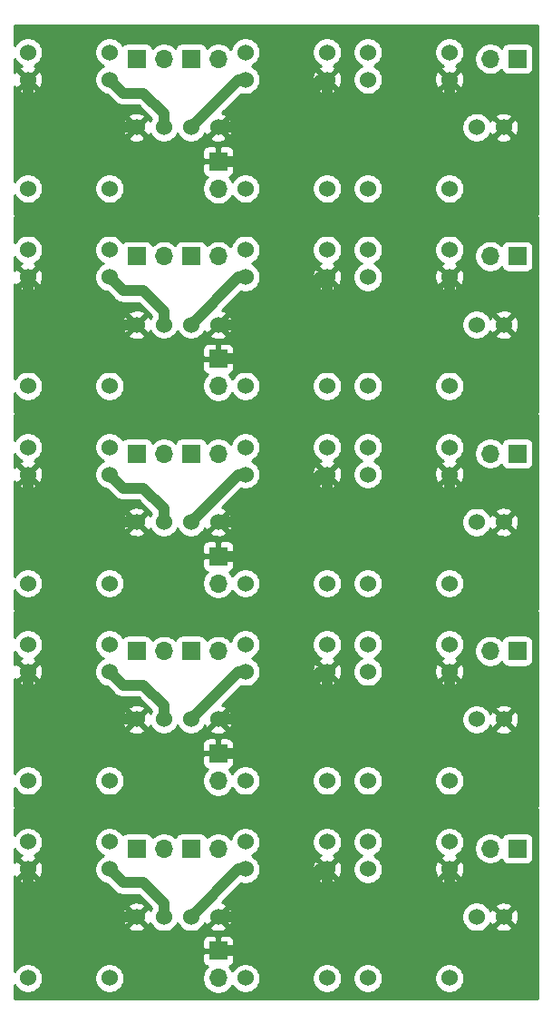
<source format=gbl>
G04 #@! TF.GenerationSoftware,KiCad,Pcbnew,(5.1.6)-1*
G04 #@! TF.CreationDate,2020-06-25T08:47:50+09:00*
G04 #@! TF.ProjectId,4P-AND,34502d41-4e44-42e6-9b69-6361645f7063,rev?*
G04 #@! TF.SameCoordinates,Original*
G04 #@! TF.FileFunction,Copper,L2,Bot*
G04 #@! TF.FilePolarity,Positive*
%FSLAX46Y46*%
G04 Gerber Fmt 4.6, Leading zero omitted, Abs format (unit mm)*
G04 Created by KiCad (PCBNEW (5.1.6)-1) date 2020-06-25 08:47:50*
%MOMM*%
%LPD*%
G01*
G04 APERTURE LIST*
G04 #@! TA.AperFunction,ComponentPad*
%ADD10R,1.700000X1.700000*%
G04 #@! TD*
G04 #@! TA.AperFunction,ComponentPad*
%ADD11O,1.700000X1.700000*%
G04 #@! TD*
G04 #@! TA.AperFunction,ComponentPad*
%ADD12C,1.524000*%
G04 #@! TD*
G04 #@! TA.AperFunction,Conductor*
%ADD13C,1.000000*%
G04 #@! TD*
G04 #@! TA.AperFunction,Conductor*
%ADD14C,0.254000*%
G04 #@! TD*
G04 APERTURE END LIST*
D10*
X77470000Y-107260000D03*
D11*
X74930000Y-107260000D03*
D10*
X77470000Y-88850000D03*
D11*
X74930000Y-88850000D03*
D10*
X77470000Y-70440000D03*
D11*
X74930000Y-70440000D03*
D10*
X77470000Y-52030000D03*
D11*
X74930000Y-52030000D03*
D12*
X71120000Y-119360000D03*
X63500000Y-119360000D03*
X63500000Y-109200000D03*
X71120000Y-109200000D03*
X71120000Y-106660000D03*
X63500000Y-106660000D03*
X71120000Y-100950000D03*
X63500000Y-100950000D03*
X63500000Y-90790000D03*
X71120000Y-90790000D03*
X71120000Y-88250000D03*
X63500000Y-88250000D03*
X71120000Y-82540000D03*
X63500000Y-82540000D03*
X63500000Y-72380000D03*
X71120000Y-72380000D03*
X71120000Y-69840000D03*
X63500000Y-69840000D03*
X71120000Y-64130000D03*
X63500000Y-64130000D03*
X63500000Y-53970000D03*
X71120000Y-53970000D03*
X71120000Y-51430000D03*
X63500000Y-51430000D03*
X44450000Y-113645000D03*
X41910000Y-113645000D03*
X44450000Y-95235000D03*
X41910000Y-95235000D03*
X44450000Y-76825000D03*
X41910000Y-76825000D03*
X44450000Y-58415000D03*
X41910000Y-58415000D03*
X49530000Y-113645000D03*
X46990000Y-113645000D03*
X49530000Y-95235000D03*
X46990000Y-95235000D03*
X49530000Y-76825000D03*
X46990000Y-76825000D03*
X49530000Y-58415000D03*
X46990000Y-58415000D03*
X59690000Y-119360000D03*
X52070000Y-119360000D03*
X52070000Y-109200000D03*
X59690000Y-109200000D03*
X59690000Y-106660000D03*
X52070000Y-106660000D03*
X59690000Y-100950000D03*
X52070000Y-100950000D03*
X52070000Y-90790000D03*
X59690000Y-90790000D03*
X59690000Y-88250000D03*
X52070000Y-88250000D03*
X59690000Y-82540000D03*
X52070000Y-82540000D03*
X52070000Y-72380000D03*
X59690000Y-72380000D03*
X59690000Y-69840000D03*
X52070000Y-69840000D03*
X59690000Y-64130000D03*
X52070000Y-64130000D03*
X52070000Y-53970000D03*
X59690000Y-53970000D03*
X59690000Y-51430000D03*
X52070000Y-51430000D03*
X76200000Y-113645000D03*
X73660000Y-113645000D03*
X76200000Y-95235000D03*
X73660000Y-95235000D03*
X76200000Y-76825000D03*
X73660000Y-76825000D03*
X76200000Y-58415000D03*
X73660000Y-58415000D03*
D10*
X41910000Y-107260000D03*
D11*
X44450000Y-107260000D03*
D10*
X41910000Y-88850000D03*
D11*
X44450000Y-88850000D03*
D10*
X41910000Y-70440000D03*
D11*
X44450000Y-70440000D03*
D10*
X41910000Y-52030000D03*
D11*
X44450000Y-52030000D03*
D10*
X46990000Y-107260000D03*
D11*
X49530000Y-107260000D03*
D10*
X46990000Y-88850000D03*
D11*
X49530000Y-88850000D03*
D10*
X46990000Y-70440000D03*
D11*
X49530000Y-70440000D03*
D10*
X46990000Y-52030000D03*
D11*
X49530000Y-52030000D03*
D10*
X49530000Y-116820000D03*
D11*
X49530000Y-119360000D03*
D10*
X49530000Y-98410000D03*
D11*
X49530000Y-100950000D03*
D10*
X49530000Y-80000000D03*
D11*
X49530000Y-82540000D03*
D10*
X49530000Y-61590000D03*
D11*
X49530000Y-64130000D03*
D12*
X39370000Y-119360000D03*
X31750000Y-119360000D03*
X31750000Y-109200000D03*
X39370000Y-109200000D03*
X39370000Y-106660000D03*
X31750000Y-106660000D03*
X39370000Y-100950000D03*
X31750000Y-100950000D03*
X31750000Y-90790000D03*
X39370000Y-90790000D03*
X39370000Y-88250000D03*
X31750000Y-88250000D03*
X39370000Y-82540000D03*
X31750000Y-82540000D03*
X31750000Y-72380000D03*
X39370000Y-72380000D03*
X39370000Y-69840000D03*
X31750000Y-69840000D03*
X39370000Y-64130000D03*
X31750000Y-64130000D03*
X31750000Y-53970000D03*
X39370000Y-53970000D03*
X39370000Y-51430000D03*
X31750000Y-51430000D03*
X63500000Y-33020000D03*
X71120000Y-33020000D03*
X71120000Y-35560000D03*
X63500000Y-35560000D03*
X63500000Y-45720000D03*
X71120000Y-45720000D03*
X52070000Y-33020000D03*
X59690000Y-33020000D03*
X59690000Y-35560000D03*
X52070000Y-35560000D03*
X52070000Y-45720000D03*
X59690000Y-45720000D03*
X31750000Y-33020000D03*
X39370000Y-33020000D03*
X39370000Y-35560000D03*
X31750000Y-35560000D03*
X31750000Y-45720000D03*
X39370000Y-45720000D03*
D11*
X49530000Y-45720000D03*
D10*
X49530000Y-43180000D03*
D11*
X74930000Y-33620000D03*
D10*
X77470000Y-33620000D03*
D11*
X49530000Y-33620000D03*
D10*
X46990000Y-33620000D03*
D11*
X44450000Y-33620000D03*
D10*
X41910000Y-33620000D03*
D12*
X73660000Y-40005000D03*
X76200000Y-40005000D03*
X46990000Y-40005000D03*
X49530000Y-40005000D03*
X41910000Y-40005000D03*
X44450000Y-40005000D03*
D13*
X49530000Y-43180000D02*
X57785000Y-43180000D01*
X57785000Y-43180000D02*
X59690000Y-41275000D01*
X59690000Y-41275000D02*
X59690000Y-35560000D01*
X59690000Y-41275000D02*
X69215000Y-41275000D01*
X71120000Y-39370000D02*
X71120000Y-35560000D01*
X69215000Y-41275000D02*
X71120000Y-39370000D01*
X41910000Y-40005000D02*
X34290000Y-40005000D01*
X31750000Y-37465000D02*
X31750000Y-35560000D01*
X34290000Y-40005000D02*
X31750000Y-37465000D01*
X59055000Y-35560000D02*
X59690000Y-35560000D01*
X57785000Y-36830000D02*
X59055000Y-35560000D01*
X49530000Y-40005000D02*
X56515000Y-40005000D01*
X57785000Y-38735000D02*
X57785000Y-36830000D01*
X56515000Y-40005000D02*
X57785000Y-38735000D01*
X57785000Y-61590000D02*
X59690000Y-59685000D01*
X57785000Y-80000000D02*
X59690000Y-78095000D01*
X57785000Y-98410000D02*
X59690000Y-96505000D01*
X57785000Y-116820000D02*
X59690000Y-114915000D01*
X49530000Y-61590000D02*
X57785000Y-61590000D01*
X49530000Y-80000000D02*
X57785000Y-80000000D01*
X49530000Y-98410000D02*
X57785000Y-98410000D01*
X49530000Y-116820000D02*
X57785000Y-116820000D01*
X59690000Y-59685000D02*
X69215000Y-59685000D01*
X59690000Y-78095000D02*
X69215000Y-78095000D01*
X59690000Y-96505000D02*
X69215000Y-96505000D01*
X59690000Y-114915000D02*
X69215000Y-114915000D01*
X71120000Y-57780000D02*
X71120000Y-53970000D01*
X71120000Y-76190000D02*
X71120000Y-72380000D01*
X71120000Y-94600000D02*
X71120000Y-90790000D01*
X71120000Y-113010000D02*
X71120000Y-109200000D01*
X69215000Y-59685000D02*
X71120000Y-57780000D01*
X69215000Y-78095000D02*
X71120000Y-76190000D01*
X69215000Y-96505000D02*
X71120000Y-94600000D01*
X69215000Y-114915000D02*
X71120000Y-113010000D01*
X59690000Y-59685000D02*
X59690000Y-53970000D01*
X59690000Y-78095000D02*
X59690000Y-72380000D01*
X59690000Y-96505000D02*
X59690000Y-90790000D01*
X59690000Y-114915000D02*
X59690000Y-109200000D01*
X56515000Y-58415000D02*
X57785000Y-57145000D01*
X56515000Y-76825000D02*
X57785000Y-75555000D01*
X56515000Y-95235000D02*
X57785000Y-93965000D01*
X56515000Y-113645000D02*
X57785000Y-112375000D01*
X31750000Y-55875000D02*
X31750000Y-53970000D01*
X31750000Y-74285000D02*
X31750000Y-72380000D01*
X31750000Y-92695000D02*
X31750000Y-90790000D01*
X31750000Y-111105000D02*
X31750000Y-109200000D01*
X57785000Y-57145000D02*
X57785000Y-55240000D01*
X57785000Y-75555000D02*
X57785000Y-73650000D01*
X57785000Y-93965000D02*
X57785000Y-92060000D01*
X57785000Y-112375000D02*
X57785000Y-110470000D01*
X59055000Y-53970000D02*
X59690000Y-53970000D01*
X59055000Y-72380000D02*
X59690000Y-72380000D01*
X59055000Y-90790000D02*
X59690000Y-90790000D01*
X59055000Y-109200000D02*
X59690000Y-109200000D01*
X49530000Y-58415000D02*
X56515000Y-58415000D01*
X49530000Y-76825000D02*
X56515000Y-76825000D01*
X49530000Y-95235000D02*
X56515000Y-95235000D01*
X49530000Y-113645000D02*
X56515000Y-113645000D01*
X57785000Y-55240000D02*
X59055000Y-53970000D01*
X57785000Y-73650000D02*
X59055000Y-72380000D01*
X57785000Y-92060000D02*
X59055000Y-90790000D01*
X57785000Y-110470000D02*
X59055000Y-109200000D01*
X41910000Y-58415000D02*
X34290000Y-58415000D01*
X41910000Y-76825000D02*
X34290000Y-76825000D01*
X41910000Y-95235000D02*
X34290000Y-95235000D01*
X41910000Y-113645000D02*
X34290000Y-113645000D01*
X34290000Y-58415000D02*
X31750000Y-55875000D01*
X34290000Y-76825000D02*
X31750000Y-74285000D01*
X34290000Y-95235000D02*
X31750000Y-92695000D01*
X34290000Y-113645000D02*
X31750000Y-111105000D01*
X44450000Y-38735000D02*
X44450000Y-40005000D01*
X42545000Y-36830000D02*
X44450000Y-38735000D01*
X39370000Y-35560000D02*
X40640000Y-36830000D01*
X40640000Y-36830000D02*
X42545000Y-36830000D01*
X39370000Y-53970000D02*
X40640000Y-55240000D01*
X39370000Y-72380000D02*
X40640000Y-73650000D01*
X39370000Y-90790000D02*
X40640000Y-92060000D01*
X39370000Y-109200000D02*
X40640000Y-110470000D01*
X42545000Y-55240000D02*
X44450000Y-57145000D01*
X42545000Y-73650000D02*
X44450000Y-75555000D01*
X42545000Y-92060000D02*
X44450000Y-93965000D01*
X42545000Y-110470000D02*
X44450000Y-112375000D01*
X40640000Y-55240000D02*
X42545000Y-55240000D01*
X40640000Y-73650000D02*
X42545000Y-73650000D01*
X40640000Y-92060000D02*
X42545000Y-92060000D01*
X40640000Y-110470000D02*
X42545000Y-110470000D01*
X44450000Y-57145000D02*
X44450000Y-58415000D01*
X44450000Y-75555000D02*
X44450000Y-76825000D01*
X44450000Y-93965000D02*
X44450000Y-95235000D01*
X44450000Y-112375000D02*
X44450000Y-113645000D01*
X52070000Y-35560000D02*
X51435000Y-35560000D01*
X51435000Y-35560000D02*
X46990000Y-40005000D01*
X51435000Y-53970000D02*
X46990000Y-58415000D01*
X51435000Y-72380000D02*
X46990000Y-76825000D01*
X51435000Y-90790000D02*
X46990000Y-95235000D01*
X51435000Y-109200000D02*
X46990000Y-113645000D01*
X52070000Y-53970000D02*
X51435000Y-53970000D01*
X52070000Y-72380000D02*
X51435000Y-72380000D01*
X52070000Y-90790000D02*
X51435000Y-90790000D01*
X52070000Y-109200000D02*
X51435000Y-109200000D01*
D14*
G36*
X79350001Y-48133000D02*
G01*
X30505000Y-48133000D01*
X30505000Y-46364840D01*
X30511995Y-46381727D01*
X30664880Y-46610535D01*
X30859465Y-46805120D01*
X31088273Y-46958005D01*
X31342510Y-47063314D01*
X31612408Y-47117000D01*
X31887592Y-47117000D01*
X32157490Y-47063314D01*
X32411727Y-46958005D01*
X32640535Y-46805120D01*
X32835120Y-46610535D01*
X32988005Y-46381727D01*
X33093314Y-46127490D01*
X33147000Y-45857592D01*
X33147000Y-45582408D01*
X37973000Y-45582408D01*
X37973000Y-45857592D01*
X38026686Y-46127490D01*
X38131995Y-46381727D01*
X38284880Y-46610535D01*
X38479465Y-46805120D01*
X38708273Y-46958005D01*
X38962510Y-47063314D01*
X39232408Y-47117000D01*
X39507592Y-47117000D01*
X39777490Y-47063314D01*
X40031727Y-46958005D01*
X40260535Y-46805120D01*
X40455120Y-46610535D01*
X40608005Y-46381727D01*
X40713314Y-46127490D01*
X40767000Y-45857592D01*
X40767000Y-45582408D01*
X40713314Y-45312510D01*
X40608005Y-45058273D01*
X40455120Y-44829465D01*
X40260535Y-44634880D01*
X40031727Y-44481995D01*
X39777490Y-44376686D01*
X39507592Y-44323000D01*
X39232408Y-44323000D01*
X38962510Y-44376686D01*
X38708273Y-44481995D01*
X38479465Y-44634880D01*
X38284880Y-44829465D01*
X38131995Y-45058273D01*
X38026686Y-45312510D01*
X37973000Y-45582408D01*
X33147000Y-45582408D01*
X33093314Y-45312510D01*
X32988005Y-45058273D01*
X32835120Y-44829465D01*
X32640535Y-44634880D01*
X32411727Y-44481995D01*
X32157490Y-44376686D01*
X31887592Y-44323000D01*
X31612408Y-44323000D01*
X31342510Y-44376686D01*
X31088273Y-44481995D01*
X30859465Y-44634880D01*
X30664880Y-44829465D01*
X30511995Y-45058273D01*
X30505000Y-45075160D01*
X30505000Y-44030000D01*
X48041928Y-44030000D01*
X48054188Y-44154482D01*
X48090498Y-44274180D01*
X48149463Y-44384494D01*
X48228815Y-44481185D01*
X48325506Y-44560537D01*
X48435820Y-44619502D01*
X48508380Y-44641513D01*
X48376525Y-44773368D01*
X48214010Y-45016589D01*
X48102068Y-45286842D01*
X48045000Y-45573740D01*
X48045000Y-45866260D01*
X48102068Y-46153158D01*
X48214010Y-46423411D01*
X48376525Y-46666632D01*
X48583368Y-46873475D01*
X48826589Y-47035990D01*
X49096842Y-47147932D01*
X49383740Y-47205000D01*
X49676260Y-47205000D01*
X49963158Y-47147932D01*
X50233411Y-47035990D01*
X50476632Y-46873475D01*
X50683475Y-46666632D01*
X50845990Y-46423411D01*
X50851293Y-46410608D01*
X50984880Y-46610535D01*
X51179465Y-46805120D01*
X51408273Y-46958005D01*
X51662510Y-47063314D01*
X51932408Y-47117000D01*
X52207592Y-47117000D01*
X52477490Y-47063314D01*
X52731727Y-46958005D01*
X52960535Y-46805120D01*
X53155120Y-46610535D01*
X53308005Y-46381727D01*
X53413314Y-46127490D01*
X53467000Y-45857592D01*
X53467000Y-45582408D01*
X58293000Y-45582408D01*
X58293000Y-45857592D01*
X58346686Y-46127490D01*
X58451995Y-46381727D01*
X58604880Y-46610535D01*
X58799465Y-46805120D01*
X59028273Y-46958005D01*
X59282510Y-47063314D01*
X59552408Y-47117000D01*
X59827592Y-47117000D01*
X60097490Y-47063314D01*
X60351727Y-46958005D01*
X60580535Y-46805120D01*
X60775120Y-46610535D01*
X60928005Y-46381727D01*
X61033314Y-46127490D01*
X61087000Y-45857592D01*
X61087000Y-45582408D01*
X62103000Y-45582408D01*
X62103000Y-45857592D01*
X62156686Y-46127490D01*
X62261995Y-46381727D01*
X62414880Y-46610535D01*
X62609465Y-46805120D01*
X62838273Y-46958005D01*
X63092510Y-47063314D01*
X63362408Y-47117000D01*
X63637592Y-47117000D01*
X63907490Y-47063314D01*
X64161727Y-46958005D01*
X64390535Y-46805120D01*
X64585120Y-46610535D01*
X64738005Y-46381727D01*
X64843314Y-46127490D01*
X64897000Y-45857592D01*
X64897000Y-45582408D01*
X69723000Y-45582408D01*
X69723000Y-45857592D01*
X69776686Y-46127490D01*
X69881995Y-46381727D01*
X70034880Y-46610535D01*
X70229465Y-46805120D01*
X70458273Y-46958005D01*
X70712510Y-47063314D01*
X70982408Y-47117000D01*
X71257592Y-47117000D01*
X71527490Y-47063314D01*
X71781727Y-46958005D01*
X72010535Y-46805120D01*
X72205120Y-46610535D01*
X72358005Y-46381727D01*
X72463314Y-46127490D01*
X72517000Y-45857592D01*
X72517000Y-45582408D01*
X72463314Y-45312510D01*
X72358005Y-45058273D01*
X72205120Y-44829465D01*
X72010535Y-44634880D01*
X71781727Y-44481995D01*
X71527490Y-44376686D01*
X71257592Y-44323000D01*
X70982408Y-44323000D01*
X70712510Y-44376686D01*
X70458273Y-44481995D01*
X70229465Y-44634880D01*
X70034880Y-44829465D01*
X69881995Y-45058273D01*
X69776686Y-45312510D01*
X69723000Y-45582408D01*
X64897000Y-45582408D01*
X64843314Y-45312510D01*
X64738005Y-45058273D01*
X64585120Y-44829465D01*
X64390535Y-44634880D01*
X64161727Y-44481995D01*
X63907490Y-44376686D01*
X63637592Y-44323000D01*
X63362408Y-44323000D01*
X63092510Y-44376686D01*
X62838273Y-44481995D01*
X62609465Y-44634880D01*
X62414880Y-44829465D01*
X62261995Y-45058273D01*
X62156686Y-45312510D01*
X62103000Y-45582408D01*
X61087000Y-45582408D01*
X61033314Y-45312510D01*
X60928005Y-45058273D01*
X60775120Y-44829465D01*
X60580535Y-44634880D01*
X60351727Y-44481995D01*
X60097490Y-44376686D01*
X59827592Y-44323000D01*
X59552408Y-44323000D01*
X59282510Y-44376686D01*
X59028273Y-44481995D01*
X58799465Y-44634880D01*
X58604880Y-44829465D01*
X58451995Y-45058273D01*
X58346686Y-45312510D01*
X58293000Y-45582408D01*
X53467000Y-45582408D01*
X53413314Y-45312510D01*
X53308005Y-45058273D01*
X53155120Y-44829465D01*
X52960535Y-44634880D01*
X52731727Y-44481995D01*
X52477490Y-44376686D01*
X52207592Y-44323000D01*
X51932408Y-44323000D01*
X51662510Y-44376686D01*
X51408273Y-44481995D01*
X51179465Y-44634880D01*
X50984880Y-44829465D01*
X50851293Y-45029392D01*
X50845990Y-45016589D01*
X50683475Y-44773368D01*
X50551620Y-44641513D01*
X50624180Y-44619502D01*
X50734494Y-44560537D01*
X50831185Y-44481185D01*
X50910537Y-44384494D01*
X50969502Y-44274180D01*
X51005812Y-44154482D01*
X51018072Y-44030000D01*
X51015000Y-43465750D01*
X50856250Y-43307000D01*
X49657000Y-43307000D01*
X49657000Y-43327000D01*
X49403000Y-43327000D01*
X49403000Y-43307000D01*
X48203750Y-43307000D01*
X48045000Y-43465750D01*
X48041928Y-44030000D01*
X30505000Y-44030000D01*
X30505000Y-42330000D01*
X48041928Y-42330000D01*
X48045000Y-42894250D01*
X48203750Y-43053000D01*
X49403000Y-43053000D01*
X49403000Y-41853750D01*
X49657000Y-41853750D01*
X49657000Y-43053000D01*
X50856250Y-43053000D01*
X51015000Y-42894250D01*
X51018072Y-42330000D01*
X51005812Y-42205518D01*
X50969502Y-42085820D01*
X50910537Y-41975506D01*
X50831185Y-41878815D01*
X50734494Y-41799463D01*
X50624180Y-41740498D01*
X50504482Y-41704188D01*
X50380000Y-41691928D01*
X49815750Y-41695000D01*
X49657000Y-41853750D01*
X49403000Y-41853750D01*
X49244250Y-41695000D01*
X48680000Y-41691928D01*
X48555518Y-41704188D01*
X48435820Y-41740498D01*
X48325506Y-41799463D01*
X48228815Y-41878815D01*
X48149463Y-41975506D01*
X48090498Y-42085820D01*
X48054188Y-42205518D01*
X48041928Y-42330000D01*
X30505000Y-42330000D01*
X30505000Y-40970565D01*
X41124040Y-40970565D01*
X41191020Y-41210656D01*
X41440048Y-41327756D01*
X41707135Y-41394023D01*
X41982017Y-41406910D01*
X42254133Y-41365922D01*
X42513023Y-41272636D01*
X42628980Y-41210656D01*
X42695960Y-40970565D01*
X41910000Y-40184605D01*
X41124040Y-40970565D01*
X30505000Y-40970565D01*
X30505000Y-40077017D01*
X40508090Y-40077017D01*
X40549078Y-40349133D01*
X40642364Y-40608023D01*
X40704344Y-40723980D01*
X40944435Y-40790960D01*
X41730395Y-40005000D01*
X40944435Y-39219040D01*
X40704344Y-39286020D01*
X40587244Y-39535048D01*
X40520977Y-39802135D01*
X40508090Y-40077017D01*
X30505000Y-40077017D01*
X30505000Y-39039435D01*
X41124040Y-39039435D01*
X41910000Y-39825395D01*
X42695960Y-39039435D01*
X42628980Y-38799344D01*
X42379952Y-38682244D01*
X42112865Y-38615977D01*
X41837983Y-38603090D01*
X41565867Y-38644078D01*
X41306977Y-38737364D01*
X41191020Y-38799344D01*
X41124040Y-39039435D01*
X30505000Y-39039435D01*
X30505000Y-36525565D01*
X30964040Y-36525565D01*
X31031020Y-36765656D01*
X31280048Y-36882756D01*
X31547135Y-36949023D01*
X31822017Y-36961910D01*
X32094133Y-36920922D01*
X32353023Y-36827636D01*
X32468980Y-36765656D01*
X32535960Y-36525565D01*
X31750000Y-35739605D01*
X30964040Y-36525565D01*
X30505000Y-36525565D01*
X30505000Y-36205372D01*
X30544344Y-36278980D01*
X30784435Y-36345960D01*
X31570395Y-35560000D01*
X31929605Y-35560000D01*
X32715565Y-36345960D01*
X32955656Y-36278980D01*
X33072756Y-36029952D01*
X33139023Y-35762865D01*
X33151910Y-35487983D01*
X33110922Y-35215867D01*
X33017636Y-34956977D01*
X32955656Y-34841020D01*
X32715565Y-34774040D01*
X31929605Y-35560000D01*
X31570395Y-35560000D01*
X30784435Y-34774040D01*
X30544344Y-34841020D01*
X30505000Y-34924690D01*
X30505000Y-33664840D01*
X30511995Y-33681727D01*
X30664880Y-33910535D01*
X30859465Y-34105120D01*
X31088273Y-34258005D01*
X31159943Y-34287692D01*
X31146977Y-34292364D01*
X31031020Y-34354344D01*
X30964040Y-34594435D01*
X31750000Y-35380395D01*
X32535960Y-34594435D01*
X32468980Y-34354344D01*
X32333240Y-34290515D01*
X32411727Y-34258005D01*
X32640535Y-34105120D01*
X32835120Y-33910535D01*
X32988005Y-33681727D01*
X33093314Y-33427490D01*
X33147000Y-33157592D01*
X33147000Y-32882408D01*
X37973000Y-32882408D01*
X37973000Y-33157592D01*
X38026686Y-33427490D01*
X38131995Y-33681727D01*
X38284880Y-33910535D01*
X38479465Y-34105120D01*
X38708273Y-34258005D01*
X38785515Y-34290000D01*
X38708273Y-34321995D01*
X38479465Y-34474880D01*
X38284880Y-34669465D01*
X38131995Y-34898273D01*
X38026686Y-35152510D01*
X37973000Y-35422408D01*
X37973000Y-35697592D01*
X38026686Y-35967490D01*
X38131995Y-36221727D01*
X38284880Y-36450535D01*
X38479465Y-36645120D01*
X38708273Y-36798005D01*
X38962510Y-36903314D01*
X39144353Y-36939485D01*
X39798008Y-37593140D01*
X39833551Y-37636449D01*
X40006377Y-37778284D01*
X40203553Y-37883676D01*
X40351485Y-37928551D01*
X40417500Y-37948577D01*
X40438493Y-37950644D01*
X40584248Y-37965000D01*
X40584255Y-37965000D01*
X40639999Y-37970490D01*
X40695743Y-37965000D01*
X42074869Y-37965000D01*
X43308585Y-39198717D01*
X43211995Y-39343273D01*
X43182308Y-39414943D01*
X43177636Y-39401977D01*
X43115656Y-39286020D01*
X42875565Y-39219040D01*
X42089605Y-40005000D01*
X42875565Y-40790960D01*
X43115656Y-40723980D01*
X43179485Y-40588240D01*
X43211995Y-40666727D01*
X43364880Y-40895535D01*
X43559465Y-41090120D01*
X43788273Y-41243005D01*
X44042510Y-41348314D01*
X44312408Y-41402000D01*
X44587592Y-41402000D01*
X44857490Y-41348314D01*
X45111727Y-41243005D01*
X45340535Y-41090120D01*
X45535120Y-40895535D01*
X45688005Y-40666727D01*
X45720000Y-40589485D01*
X45751995Y-40666727D01*
X45904880Y-40895535D01*
X46099465Y-41090120D01*
X46328273Y-41243005D01*
X46582510Y-41348314D01*
X46852408Y-41402000D01*
X47127592Y-41402000D01*
X47397490Y-41348314D01*
X47651727Y-41243005D01*
X47880535Y-41090120D01*
X48000090Y-40970565D01*
X48744040Y-40970565D01*
X48811020Y-41210656D01*
X49060048Y-41327756D01*
X49327135Y-41394023D01*
X49602017Y-41406910D01*
X49874133Y-41365922D01*
X50133023Y-41272636D01*
X50248980Y-41210656D01*
X50315960Y-40970565D01*
X49530000Y-40184605D01*
X48744040Y-40970565D01*
X48000090Y-40970565D01*
X48075120Y-40895535D01*
X48228005Y-40666727D01*
X48257692Y-40595057D01*
X48262364Y-40608023D01*
X48324344Y-40723980D01*
X48564435Y-40790960D01*
X49350395Y-40005000D01*
X49709605Y-40005000D01*
X50495565Y-40790960D01*
X50735656Y-40723980D01*
X50852756Y-40474952D01*
X50919023Y-40207865D01*
X50931910Y-39932983D01*
X50922033Y-39867408D01*
X72263000Y-39867408D01*
X72263000Y-40142592D01*
X72316686Y-40412490D01*
X72421995Y-40666727D01*
X72574880Y-40895535D01*
X72769465Y-41090120D01*
X72998273Y-41243005D01*
X73252510Y-41348314D01*
X73522408Y-41402000D01*
X73797592Y-41402000D01*
X74067490Y-41348314D01*
X74321727Y-41243005D01*
X74550535Y-41090120D01*
X74670090Y-40970565D01*
X75414040Y-40970565D01*
X75481020Y-41210656D01*
X75730048Y-41327756D01*
X75997135Y-41394023D01*
X76272017Y-41406910D01*
X76544133Y-41365922D01*
X76803023Y-41272636D01*
X76918980Y-41210656D01*
X76985960Y-40970565D01*
X76200000Y-40184605D01*
X75414040Y-40970565D01*
X74670090Y-40970565D01*
X74745120Y-40895535D01*
X74898005Y-40666727D01*
X74927692Y-40595057D01*
X74932364Y-40608023D01*
X74994344Y-40723980D01*
X75234435Y-40790960D01*
X76020395Y-40005000D01*
X76379605Y-40005000D01*
X77165565Y-40790960D01*
X77405656Y-40723980D01*
X77522756Y-40474952D01*
X77589023Y-40207865D01*
X77601910Y-39932983D01*
X77560922Y-39660867D01*
X77467636Y-39401977D01*
X77405656Y-39286020D01*
X77165565Y-39219040D01*
X76379605Y-40005000D01*
X76020395Y-40005000D01*
X75234435Y-39219040D01*
X74994344Y-39286020D01*
X74930515Y-39421760D01*
X74898005Y-39343273D01*
X74745120Y-39114465D01*
X74670090Y-39039435D01*
X75414040Y-39039435D01*
X76200000Y-39825395D01*
X76985960Y-39039435D01*
X76918980Y-38799344D01*
X76669952Y-38682244D01*
X76402865Y-38615977D01*
X76127983Y-38603090D01*
X75855867Y-38644078D01*
X75596977Y-38737364D01*
X75481020Y-38799344D01*
X75414040Y-39039435D01*
X74670090Y-39039435D01*
X74550535Y-38919880D01*
X74321727Y-38766995D01*
X74067490Y-38661686D01*
X73797592Y-38608000D01*
X73522408Y-38608000D01*
X73252510Y-38661686D01*
X72998273Y-38766995D01*
X72769465Y-38919880D01*
X72574880Y-39114465D01*
X72421995Y-39343273D01*
X72316686Y-39597510D01*
X72263000Y-39867408D01*
X50922033Y-39867408D01*
X50890922Y-39660867D01*
X50797636Y-39401977D01*
X50735656Y-39286020D01*
X50495565Y-39219040D01*
X49709605Y-40005000D01*
X49350395Y-40005000D01*
X49336253Y-39990858D01*
X49515858Y-39811253D01*
X49530000Y-39825395D01*
X50315960Y-39039435D01*
X50248980Y-38799344D01*
X49999952Y-38682244D01*
X49934201Y-38665931D01*
X51691126Y-36909006D01*
X51932408Y-36957000D01*
X52207592Y-36957000D01*
X52477490Y-36903314D01*
X52731727Y-36798005D01*
X52960535Y-36645120D01*
X53080090Y-36525565D01*
X58904040Y-36525565D01*
X58971020Y-36765656D01*
X59220048Y-36882756D01*
X59487135Y-36949023D01*
X59762017Y-36961910D01*
X60034133Y-36920922D01*
X60293023Y-36827636D01*
X60408980Y-36765656D01*
X60475960Y-36525565D01*
X59690000Y-35739605D01*
X58904040Y-36525565D01*
X53080090Y-36525565D01*
X53155120Y-36450535D01*
X53308005Y-36221727D01*
X53413314Y-35967490D01*
X53467000Y-35697592D01*
X53467000Y-35632017D01*
X58288090Y-35632017D01*
X58329078Y-35904133D01*
X58422364Y-36163023D01*
X58484344Y-36278980D01*
X58724435Y-36345960D01*
X59510395Y-35560000D01*
X59869605Y-35560000D01*
X60655565Y-36345960D01*
X60895656Y-36278980D01*
X61012756Y-36029952D01*
X61079023Y-35762865D01*
X61091910Y-35487983D01*
X61050922Y-35215867D01*
X60957636Y-34956977D01*
X60895656Y-34841020D01*
X60655565Y-34774040D01*
X59869605Y-35560000D01*
X59510395Y-35560000D01*
X58724435Y-34774040D01*
X58484344Y-34841020D01*
X58367244Y-35090048D01*
X58300977Y-35357135D01*
X58288090Y-35632017D01*
X53467000Y-35632017D01*
X53467000Y-35422408D01*
X53413314Y-35152510D01*
X53308005Y-34898273D01*
X53155120Y-34669465D01*
X52960535Y-34474880D01*
X52731727Y-34321995D01*
X52654485Y-34290000D01*
X52731727Y-34258005D01*
X52960535Y-34105120D01*
X53155120Y-33910535D01*
X53308005Y-33681727D01*
X53413314Y-33427490D01*
X53467000Y-33157592D01*
X53467000Y-32882408D01*
X58293000Y-32882408D01*
X58293000Y-33157592D01*
X58346686Y-33427490D01*
X58451995Y-33681727D01*
X58604880Y-33910535D01*
X58799465Y-34105120D01*
X59028273Y-34258005D01*
X59099943Y-34287692D01*
X59086977Y-34292364D01*
X58971020Y-34354344D01*
X58904040Y-34594435D01*
X59690000Y-35380395D01*
X60475960Y-34594435D01*
X60408980Y-34354344D01*
X60273240Y-34290515D01*
X60351727Y-34258005D01*
X60580535Y-34105120D01*
X60775120Y-33910535D01*
X60928005Y-33681727D01*
X61033314Y-33427490D01*
X61087000Y-33157592D01*
X61087000Y-32882408D01*
X62103000Y-32882408D01*
X62103000Y-33157592D01*
X62156686Y-33427490D01*
X62261995Y-33681727D01*
X62414880Y-33910535D01*
X62609465Y-34105120D01*
X62838273Y-34258005D01*
X62915515Y-34290000D01*
X62838273Y-34321995D01*
X62609465Y-34474880D01*
X62414880Y-34669465D01*
X62261995Y-34898273D01*
X62156686Y-35152510D01*
X62103000Y-35422408D01*
X62103000Y-35697592D01*
X62156686Y-35967490D01*
X62261995Y-36221727D01*
X62414880Y-36450535D01*
X62609465Y-36645120D01*
X62838273Y-36798005D01*
X63092510Y-36903314D01*
X63362408Y-36957000D01*
X63637592Y-36957000D01*
X63907490Y-36903314D01*
X64161727Y-36798005D01*
X64390535Y-36645120D01*
X64510090Y-36525565D01*
X70334040Y-36525565D01*
X70401020Y-36765656D01*
X70650048Y-36882756D01*
X70917135Y-36949023D01*
X71192017Y-36961910D01*
X71464133Y-36920922D01*
X71723023Y-36827636D01*
X71838980Y-36765656D01*
X71905960Y-36525565D01*
X71120000Y-35739605D01*
X70334040Y-36525565D01*
X64510090Y-36525565D01*
X64585120Y-36450535D01*
X64738005Y-36221727D01*
X64843314Y-35967490D01*
X64897000Y-35697592D01*
X64897000Y-35632017D01*
X69718090Y-35632017D01*
X69759078Y-35904133D01*
X69852364Y-36163023D01*
X69914344Y-36278980D01*
X70154435Y-36345960D01*
X70940395Y-35560000D01*
X71299605Y-35560000D01*
X72085565Y-36345960D01*
X72325656Y-36278980D01*
X72442756Y-36029952D01*
X72509023Y-35762865D01*
X72521910Y-35487983D01*
X72480922Y-35215867D01*
X72387636Y-34956977D01*
X72325656Y-34841020D01*
X72085565Y-34774040D01*
X71299605Y-35560000D01*
X70940395Y-35560000D01*
X70154435Y-34774040D01*
X69914344Y-34841020D01*
X69797244Y-35090048D01*
X69730977Y-35357135D01*
X69718090Y-35632017D01*
X64897000Y-35632017D01*
X64897000Y-35422408D01*
X64843314Y-35152510D01*
X64738005Y-34898273D01*
X64585120Y-34669465D01*
X64390535Y-34474880D01*
X64161727Y-34321995D01*
X64084485Y-34290000D01*
X64161727Y-34258005D01*
X64390535Y-34105120D01*
X64585120Y-33910535D01*
X64738005Y-33681727D01*
X64843314Y-33427490D01*
X64897000Y-33157592D01*
X64897000Y-32882408D01*
X69723000Y-32882408D01*
X69723000Y-33157592D01*
X69776686Y-33427490D01*
X69881995Y-33681727D01*
X70034880Y-33910535D01*
X70229465Y-34105120D01*
X70458273Y-34258005D01*
X70529943Y-34287692D01*
X70516977Y-34292364D01*
X70401020Y-34354344D01*
X70334040Y-34594435D01*
X71120000Y-35380395D01*
X71905960Y-34594435D01*
X71838980Y-34354344D01*
X71703240Y-34290515D01*
X71781727Y-34258005D01*
X72010535Y-34105120D01*
X72205120Y-33910535D01*
X72358005Y-33681727D01*
X72444156Y-33473740D01*
X73445000Y-33473740D01*
X73445000Y-33766260D01*
X73502068Y-34053158D01*
X73614010Y-34323411D01*
X73776525Y-34566632D01*
X73983368Y-34773475D01*
X74226589Y-34935990D01*
X74496842Y-35047932D01*
X74783740Y-35105000D01*
X75076260Y-35105000D01*
X75363158Y-35047932D01*
X75633411Y-34935990D01*
X75876632Y-34773475D01*
X76008487Y-34641620D01*
X76030498Y-34714180D01*
X76089463Y-34824494D01*
X76168815Y-34921185D01*
X76265506Y-35000537D01*
X76375820Y-35059502D01*
X76495518Y-35095812D01*
X76620000Y-35108072D01*
X78320000Y-35108072D01*
X78444482Y-35095812D01*
X78564180Y-35059502D01*
X78674494Y-35000537D01*
X78771185Y-34921185D01*
X78850537Y-34824494D01*
X78909502Y-34714180D01*
X78945812Y-34594482D01*
X78958072Y-34470000D01*
X78958072Y-32770000D01*
X78945812Y-32645518D01*
X78909502Y-32525820D01*
X78850537Y-32415506D01*
X78771185Y-32318815D01*
X78674494Y-32239463D01*
X78564180Y-32180498D01*
X78444482Y-32144188D01*
X78320000Y-32131928D01*
X76620000Y-32131928D01*
X76495518Y-32144188D01*
X76375820Y-32180498D01*
X76265506Y-32239463D01*
X76168815Y-32318815D01*
X76089463Y-32415506D01*
X76030498Y-32525820D01*
X76008487Y-32598380D01*
X75876632Y-32466525D01*
X75633411Y-32304010D01*
X75363158Y-32192068D01*
X75076260Y-32135000D01*
X74783740Y-32135000D01*
X74496842Y-32192068D01*
X74226589Y-32304010D01*
X73983368Y-32466525D01*
X73776525Y-32673368D01*
X73614010Y-32916589D01*
X73502068Y-33186842D01*
X73445000Y-33473740D01*
X72444156Y-33473740D01*
X72463314Y-33427490D01*
X72517000Y-33157592D01*
X72517000Y-32882408D01*
X72463314Y-32612510D01*
X72358005Y-32358273D01*
X72205120Y-32129465D01*
X72010535Y-31934880D01*
X71781727Y-31781995D01*
X71527490Y-31676686D01*
X71257592Y-31623000D01*
X70982408Y-31623000D01*
X70712510Y-31676686D01*
X70458273Y-31781995D01*
X70229465Y-31934880D01*
X70034880Y-32129465D01*
X69881995Y-32358273D01*
X69776686Y-32612510D01*
X69723000Y-32882408D01*
X64897000Y-32882408D01*
X64843314Y-32612510D01*
X64738005Y-32358273D01*
X64585120Y-32129465D01*
X64390535Y-31934880D01*
X64161727Y-31781995D01*
X63907490Y-31676686D01*
X63637592Y-31623000D01*
X63362408Y-31623000D01*
X63092510Y-31676686D01*
X62838273Y-31781995D01*
X62609465Y-31934880D01*
X62414880Y-32129465D01*
X62261995Y-32358273D01*
X62156686Y-32612510D01*
X62103000Y-32882408D01*
X61087000Y-32882408D01*
X61033314Y-32612510D01*
X60928005Y-32358273D01*
X60775120Y-32129465D01*
X60580535Y-31934880D01*
X60351727Y-31781995D01*
X60097490Y-31676686D01*
X59827592Y-31623000D01*
X59552408Y-31623000D01*
X59282510Y-31676686D01*
X59028273Y-31781995D01*
X58799465Y-31934880D01*
X58604880Y-32129465D01*
X58451995Y-32358273D01*
X58346686Y-32612510D01*
X58293000Y-32882408D01*
X53467000Y-32882408D01*
X53413314Y-32612510D01*
X53308005Y-32358273D01*
X53155120Y-32129465D01*
X52960535Y-31934880D01*
X52731727Y-31781995D01*
X52477490Y-31676686D01*
X52207592Y-31623000D01*
X51932408Y-31623000D01*
X51662510Y-31676686D01*
X51408273Y-31781995D01*
X51179465Y-31934880D01*
X50984880Y-32129465D01*
X50831995Y-32358273D01*
X50726686Y-32612510D01*
X50707445Y-32709242D01*
X50683475Y-32673368D01*
X50476632Y-32466525D01*
X50233411Y-32304010D01*
X49963158Y-32192068D01*
X49676260Y-32135000D01*
X49383740Y-32135000D01*
X49096842Y-32192068D01*
X48826589Y-32304010D01*
X48583368Y-32466525D01*
X48451513Y-32598380D01*
X48429502Y-32525820D01*
X48370537Y-32415506D01*
X48291185Y-32318815D01*
X48194494Y-32239463D01*
X48084180Y-32180498D01*
X47964482Y-32144188D01*
X47840000Y-32131928D01*
X46140000Y-32131928D01*
X46015518Y-32144188D01*
X45895820Y-32180498D01*
X45785506Y-32239463D01*
X45688815Y-32318815D01*
X45609463Y-32415506D01*
X45550498Y-32525820D01*
X45528487Y-32598380D01*
X45396632Y-32466525D01*
X45153411Y-32304010D01*
X44883158Y-32192068D01*
X44596260Y-32135000D01*
X44303740Y-32135000D01*
X44016842Y-32192068D01*
X43746589Y-32304010D01*
X43503368Y-32466525D01*
X43371513Y-32598380D01*
X43349502Y-32525820D01*
X43290537Y-32415506D01*
X43211185Y-32318815D01*
X43114494Y-32239463D01*
X43004180Y-32180498D01*
X42884482Y-32144188D01*
X42760000Y-32131928D01*
X41060000Y-32131928D01*
X40935518Y-32144188D01*
X40815820Y-32180498D01*
X40705506Y-32239463D01*
X40608815Y-32318815D01*
X40593836Y-32337067D01*
X40455120Y-32129465D01*
X40260535Y-31934880D01*
X40031727Y-31781995D01*
X39777490Y-31676686D01*
X39507592Y-31623000D01*
X39232408Y-31623000D01*
X38962510Y-31676686D01*
X38708273Y-31781995D01*
X38479465Y-31934880D01*
X38284880Y-32129465D01*
X38131995Y-32358273D01*
X38026686Y-32612510D01*
X37973000Y-32882408D01*
X33147000Y-32882408D01*
X33093314Y-32612510D01*
X32988005Y-32358273D01*
X32835120Y-32129465D01*
X32640535Y-31934880D01*
X32411727Y-31781995D01*
X32157490Y-31676686D01*
X31887592Y-31623000D01*
X31612408Y-31623000D01*
X31342510Y-31676686D01*
X31088273Y-31781995D01*
X30859465Y-31934880D01*
X30664880Y-32129465D01*
X30511995Y-32358273D01*
X30505000Y-32375160D01*
X30505000Y-30505000D01*
X79350000Y-30505000D01*
X79350001Y-48133000D01*
G37*
X79350001Y-48133000D02*
X30505000Y-48133000D01*
X30505000Y-46364840D01*
X30511995Y-46381727D01*
X30664880Y-46610535D01*
X30859465Y-46805120D01*
X31088273Y-46958005D01*
X31342510Y-47063314D01*
X31612408Y-47117000D01*
X31887592Y-47117000D01*
X32157490Y-47063314D01*
X32411727Y-46958005D01*
X32640535Y-46805120D01*
X32835120Y-46610535D01*
X32988005Y-46381727D01*
X33093314Y-46127490D01*
X33147000Y-45857592D01*
X33147000Y-45582408D01*
X37973000Y-45582408D01*
X37973000Y-45857592D01*
X38026686Y-46127490D01*
X38131995Y-46381727D01*
X38284880Y-46610535D01*
X38479465Y-46805120D01*
X38708273Y-46958005D01*
X38962510Y-47063314D01*
X39232408Y-47117000D01*
X39507592Y-47117000D01*
X39777490Y-47063314D01*
X40031727Y-46958005D01*
X40260535Y-46805120D01*
X40455120Y-46610535D01*
X40608005Y-46381727D01*
X40713314Y-46127490D01*
X40767000Y-45857592D01*
X40767000Y-45582408D01*
X40713314Y-45312510D01*
X40608005Y-45058273D01*
X40455120Y-44829465D01*
X40260535Y-44634880D01*
X40031727Y-44481995D01*
X39777490Y-44376686D01*
X39507592Y-44323000D01*
X39232408Y-44323000D01*
X38962510Y-44376686D01*
X38708273Y-44481995D01*
X38479465Y-44634880D01*
X38284880Y-44829465D01*
X38131995Y-45058273D01*
X38026686Y-45312510D01*
X37973000Y-45582408D01*
X33147000Y-45582408D01*
X33093314Y-45312510D01*
X32988005Y-45058273D01*
X32835120Y-44829465D01*
X32640535Y-44634880D01*
X32411727Y-44481995D01*
X32157490Y-44376686D01*
X31887592Y-44323000D01*
X31612408Y-44323000D01*
X31342510Y-44376686D01*
X31088273Y-44481995D01*
X30859465Y-44634880D01*
X30664880Y-44829465D01*
X30511995Y-45058273D01*
X30505000Y-45075160D01*
X30505000Y-44030000D01*
X48041928Y-44030000D01*
X48054188Y-44154482D01*
X48090498Y-44274180D01*
X48149463Y-44384494D01*
X48228815Y-44481185D01*
X48325506Y-44560537D01*
X48435820Y-44619502D01*
X48508380Y-44641513D01*
X48376525Y-44773368D01*
X48214010Y-45016589D01*
X48102068Y-45286842D01*
X48045000Y-45573740D01*
X48045000Y-45866260D01*
X48102068Y-46153158D01*
X48214010Y-46423411D01*
X48376525Y-46666632D01*
X48583368Y-46873475D01*
X48826589Y-47035990D01*
X49096842Y-47147932D01*
X49383740Y-47205000D01*
X49676260Y-47205000D01*
X49963158Y-47147932D01*
X50233411Y-47035990D01*
X50476632Y-46873475D01*
X50683475Y-46666632D01*
X50845990Y-46423411D01*
X50851293Y-46410608D01*
X50984880Y-46610535D01*
X51179465Y-46805120D01*
X51408273Y-46958005D01*
X51662510Y-47063314D01*
X51932408Y-47117000D01*
X52207592Y-47117000D01*
X52477490Y-47063314D01*
X52731727Y-46958005D01*
X52960535Y-46805120D01*
X53155120Y-46610535D01*
X53308005Y-46381727D01*
X53413314Y-46127490D01*
X53467000Y-45857592D01*
X53467000Y-45582408D01*
X58293000Y-45582408D01*
X58293000Y-45857592D01*
X58346686Y-46127490D01*
X58451995Y-46381727D01*
X58604880Y-46610535D01*
X58799465Y-46805120D01*
X59028273Y-46958005D01*
X59282510Y-47063314D01*
X59552408Y-47117000D01*
X59827592Y-47117000D01*
X60097490Y-47063314D01*
X60351727Y-46958005D01*
X60580535Y-46805120D01*
X60775120Y-46610535D01*
X60928005Y-46381727D01*
X61033314Y-46127490D01*
X61087000Y-45857592D01*
X61087000Y-45582408D01*
X62103000Y-45582408D01*
X62103000Y-45857592D01*
X62156686Y-46127490D01*
X62261995Y-46381727D01*
X62414880Y-46610535D01*
X62609465Y-46805120D01*
X62838273Y-46958005D01*
X63092510Y-47063314D01*
X63362408Y-47117000D01*
X63637592Y-47117000D01*
X63907490Y-47063314D01*
X64161727Y-46958005D01*
X64390535Y-46805120D01*
X64585120Y-46610535D01*
X64738005Y-46381727D01*
X64843314Y-46127490D01*
X64897000Y-45857592D01*
X64897000Y-45582408D01*
X69723000Y-45582408D01*
X69723000Y-45857592D01*
X69776686Y-46127490D01*
X69881995Y-46381727D01*
X70034880Y-46610535D01*
X70229465Y-46805120D01*
X70458273Y-46958005D01*
X70712510Y-47063314D01*
X70982408Y-47117000D01*
X71257592Y-47117000D01*
X71527490Y-47063314D01*
X71781727Y-46958005D01*
X72010535Y-46805120D01*
X72205120Y-46610535D01*
X72358005Y-46381727D01*
X72463314Y-46127490D01*
X72517000Y-45857592D01*
X72517000Y-45582408D01*
X72463314Y-45312510D01*
X72358005Y-45058273D01*
X72205120Y-44829465D01*
X72010535Y-44634880D01*
X71781727Y-44481995D01*
X71527490Y-44376686D01*
X71257592Y-44323000D01*
X70982408Y-44323000D01*
X70712510Y-44376686D01*
X70458273Y-44481995D01*
X70229465Y-44634880D01*
X70034880Y-44829465D01*
X69881995Y-45058273D01*
X69776686Y-45312510D01*
X69723000Y-45582408D01*
X64897000Y-45582408D01*
X64843314Y-45312510D01*
X64738005Y-45058273D01*
X64585120Y-44829465D01*
X64390535Y-44634880D01*
X64161727Y-44481995D01*
X63907490Y-44376686D01*
X63637592Y-44323000D01*
X63362408Y-44323000D01*
X63092510Y-44376686D01*
X62838273Y-44481995D01*
X62609465Y-44634880D01*
X62414880Y-44829465D01*
X62261995Y-45058273D01*
X62156686Y-45312510D01*
X62103000Y-45582408D01*
X61087000Y-45582408D01*
X61033314Y-45312510D01*
X60928005Y-45058273D01*
X60775120Y-44829465D01*
X60580535Y-44634880D01*
X60351727Y-44481995D01*
X60097490Y-44376686D01*
X59827592Y-44323000D01*
X59552408Y-44323000D01*
X59282510Y-44376686D01*
X59028273Y-44481995D01*
X58799465Y-44634880D01*
X58604880Y-44829465D01*
X58451995Y-45058273D01*
X58346686Y-45312510D01*
X58293000Y-45582408D01*
X53467000Y-45582408D01*
X53413314Y-45312510D01*
X53308005Y-45058273D01*
X53155120Y-44829465D01*
X52960535Y-44634880D01*
X52731727Y-44481995D01*
X52477490Y-44376686D01*
X52207592Y-44323000D01*
X51932408Y-44323000D01*
X51662510Y-44376686D01*
X51408273Y-44481995D01*
X51179465Y-44634880D01*
X50984880Y-44829465D01*
X50851293Y-45029392D01*
X50845990Y-45016589D01*
X50683475Y-44773368D01*
X50551620Y-44641513D01*
X50624180Y-44619502D01*
X50734494Y-44560537D01*
X50831185Y-44481185D01*
X50910537Y-44384494D01*
X50969502Y-44274180D01*
X51005812Y-44154482D01*
X51018072Y-44030000D01*
X51015000Y-43465750D01*
X50856250Y-43307000D01*
X49657000Y-43307000D01*
X49657000Y-43327000D01*
X49403000Y-43327000D01*
X49403000Y-43307000D01*
X48203750Y-43307000D01*
X48045000Y-43465750D01*
X48041928Y-44030000D01*
X30505000Y-44030000D01*
X30505000Y-42330000D01*
X48041928Y-42330000D01*
X48045000Y-42894250D01*
X48203750Y-43053000D01*
X49403000Y-43053000D01*
X49403000Y-41853750D01*
X49657000Y-41853750D01*
X49657000Y-43053000D01*
X50856250Y-43053000D01*
X51015000Y-42894250D01*
X51018072Y-42330000D01*
X51005812Y-42205518D01*
X50969502Y-42085820D01*
X50910537Y-41975506D01*
X50831185Y-41878815D01*
X50734494Y-41799463D01*
X50624180Y-41740498D01*
X50504482Y-41704188D01*
X50380000Y-41691928D01*
X49815750Y-41695000D01*
X49657000Y-41853750D01*
X49403000Y-41853750D01*
X49244250Y-41695000D01*
X48680000Y-41691928D01*
X48555518Y-41704188D01*
X48435820Y-41740498D01*
X48325506Y-41799463D01*
X48228815Y-41878815D01*
X48149463Y-41975506D01*
X48090498Y-42085820D01*
X48054188Y-42205518D01*
X48041928Y-42330000D01*
X30505000Y-42330000D01*
X30505000Y-40970565D01*
X41124040Y-40970565D01*
X41191020Y-41210656D01*
X41440048Y-41327756D01*
X41707135Y-41394023D01*
X41982017Y-41406910D01*
X42254133Y-41365922D01*
X42513023Y-41272636D01*
X42628980Y-41210656D01*
X42695960Y-40970565D01*
X41910000Y-40184605D01*
X41124040Y-40970565D01*
X30505000Y-40970565D01*
X30505000Y-40077017D01*
X40508090Y-40077017D01*
X40549078Y-40349133D01*
X40642364Y-40608023D01*
X40704344Y-40723980D01*
X40944435Y-40790960D01*
X41730395Y-40005000D01*
X40944435Y-39219040D01*
X40704344Y-39286020D01*
X40587244Y-39535048D01*
X40520977Y-39802135D01*
X40508090Y-40077017D01*
X30505000Y-40077017D01*
X30505000Y-39039435D01*
X41124040Y-39039435D01*
X41910000Y-39825395D01*
X42695960Y-39039435D01*
X42628980Y-38799344D01*
X42379952Y-38682244D01*
X42112865Y-38615977D01*
X41837983Y-38603090D01*
X41565867Y-38644078D01*
X41306977Y-38737364D01*
X41191020Y-38799344D01*
X41124040Y-39039435D01*
X30505000Y-39039435D01*
X30505000Y-36525565D01*
X30964040Y-36525565D01*
X31031020Y-36765656D01*
X31280048Y-36882756D01*
X31547135Y-36949023D01*
X31822017Y-36961910D01*
X32094133Y-36920922D01*
X32353023Y-36827636D01*
X32468980Y-36765656D01*
X32535960Y-36525565D01*
X31750000Y-35739605D01*
X30964040Y-36525565D01*
X30505000Y-36525565D01*
X30505000Y-36205372D01*
X30544344Y-36278980D01*
X30784435Y-36345960D01*
X31570395Y-35560000D01*
X31929605Y-35560000D01*
X32715565Y-36345960D01*
X32955656Y-36278980D01*
X33072756Y-36029952D01*
X33139023Y-35762865D01*
X33151910Y-35487983D01*
X33110922Y-35215867D01*
X33017636Y-34956977D01*
X32955656Y-34841020D01*
X32715565Y-34774040D01*
X31929605Y-35560000D01*
X31570395Y-35560000D01*
X30784435Y-34774040D01*
X30544344Y-34841020D01*
X30505000Y-34924690D01*
X30505000Y-33664840D01*
X30511995Y-33681727D01*
X30664880Y-33910535D01*
X30859465Y-34105120D01*
X31088273Y-34258005D01*
X31159943Y-34287692D01*
X31146977Y-34292364D01*
X31031020Y-34354344D01*
X30964040Y-34594435D01*
X31750000Y-35380395D01*
X32535960Y-34594435D01*
X32468980Y-34354344D01*
X32333240Y-34290515D01*
X32411727Y-34258005D01*
X32640535Y-34105120D01*
X32835120Y-33910535D01*
X32988005Y-33681727D01*
X33093314Y-33427490D01*
X33147000Y-33157592D01*
X33147000Y-32882408D01*
X37973000Y-32882408D01*
X37973000Y-33157592D01*
X38026686Y-33427490D01*
X38131995Y-33681727D01*
X38284880Y-33910535D01*
X38479465Y-34105120D01*
X38708273Y-34258005D01*
X38785515Y-34290000D01*
X38708273Y-34321995D01*
X38479465Y-34474880D01*
X38284880Y-34669465D01*
X38131995Y-34898273D01*
X38026686Y-35152510D01*
X37973000Y-35422408D01*
X37973000Y-35697592D01*
X38026686Y-35967490D01*
X38131995Y-36221727D01*
X38284880Y-36450535D01*
X38479465Y-36645120D01*
X38708273Y-36798005D01*
X38962510Y-36903314D01*
X39144353Y-36939485D01*
X39798008Y-37593140D01*
X39833551Y-37636449D01*
X40006377Y-37778284D01*
X40203553Y-37883676D01*
X40351485Y-37928551D01*
X40417500Y-37948577D01*
X40438493Y-37950644D01*
X40584248Y-37965000D01*
X40584255Y-37965000D01*
X40639999Y-37970490D01*
X40695743Y-37965000D01*
X42074869Y-37965000D01*
X43308585Y-39198717D01*
X43211995Y-39343273D01*
X43182308Y-39414943D01*
X43177636Y-39401977D01*
X43115656Y-39286020D01*
X42875565Y-39219040D01*
X42089605Y-40005000D01*
X42875565Y-40790960D01*
X43115656Y-40723980D01*
X43179485Y-40588240D01*
X43211995Y-40666727D01*
X43364880Y-40895535D01*
X43559465Y-41090120D01*
X43788273Y-41243005D01*
X44042510Y-41348314D01*
X44312408Y-41402000D01*
X44587592Y-41402000D01*
X44857490Y-41348314D01*
X45111727Y-41243005D01*
X45340535Y-41090120D01*
X45535120Y-40895535D01*
X45688005Y-40666727D01*
X45720000Y-40589485D01*
X45751995Y-40666727D01*
X45904880Y-40895535D01*
X46099465Y-41090120D01*
X46328273Y-41243005D01*
X46582510Y-41348314D01*
X46852408Y-41402000D01*
X47127592Y-41402000D01*
X47397490Y-41348314D01*
X47651727Y-41243005D01*
X47880535Y-41090120D01*
X48000090Y-40970565D01*
X48744040Y-40970565D01*
X48811020Y-41210656D01*
X49060048Y-41327756D01*
X49327135Y-41394023D01*
X49602017Y-41406910D01*
X49874133Y-41365922D01*
X50133023Y-41272636D01*
X50248980Y-41210656D01*
X50315960Y-40970565D01*
X49530000Y-40184605D01*
X48744040Y-40970565D01*
X48000090Y-40970565D01*
X48075120Y-40895535D01*
X48228005Y-40666727D01*
X48257692Y-40595057D01*
X48262364Y-40608023D01*
X48324344Y-40723980D01*
X48564435Y-40790960D01*
X49350395Y-40005000D01*
X49709605Y-40005000D01*
X50495565Y-40790960D01*
X50735656Y-40723980D01*
X50852756Y-40474952D01*
X50919023Y-40207865D01*
X50931910Y-39932983D01*
X50922033Y-39867408D01*
X72263000Y-39867408D01*
X72263000Y-40142592D01*
X72316686Y-40412490D01*
X72421995Y-40666727D01*
X72574880Y-40895535D01*
X72769465Y-41090120D01*
X72998273Y-41243005D01*
X73252510Y-41348314D01*
X73522408Y-41402000D01*
X73797592Y-41402000D01*
X74067490Y-41348314D01*
X74321727Y-41243005D01*
X74550535Y-41090120D01*
X74670090Y-40970565D01*
X75414040Y-40970565D01*
X75481020Y-41210656D01*
X75730048Y-41327756D01*
X75997135Y-41394023D01*
X76272017Y-41406910D01*
X76544133Y-41365922D01*
X76803023Y-41272636D01*
X76918980Y-41210656D01*
X76985960Y-40970565D01*
X76200000Y-40184605D01*
X75414040Y-40970565D01*
X74670090Y-40970565D01*
X74745120Y-40895535D01*
X74898005Y-40666727D01*
X74927692Y-40595057D01*
X74932364Y-40608023D01*
X74994344Y-40723980D01*
X75234435Y-40790960D01*
X76020395Y-40005000D01*
X76379605Y-40005000D01*
X77165565Y-40790960D01*
X77405656Y-40723980D01*
X77522756Y-40474952D01*
X77589023Y-40207865D01*
X77601910Y-39932983D01*
X77560922Y-39660867D01*
X77467636Y-39401977D01*
X77405656Y-39286020D01*
X77165565Y-39219040D01*
X76379605Y-40005000D01*
X76020395Y-40005000D01*
X75234435Y-39219040D01*
X74994344Y-39286020D01*
X74930515Y-39421760D01*
X74898005Y-39343273D01*
X74745120Y-39114465D01*
X74670090Y-39039435D01*
X75414040Y-39039435D01*
X76200000Y-39825395D01*
X76985960Y-39039435D01*
X76918980Y-38799344D01*
X76669952Y-38682244D01*
X76402865Y-38615977D01*
X76127983Y-38603090D01*
X75855867Y-38644078D01*
X75596977Y-38737364D01*
X75481020Y-38799344D01*
X75414040Y-39039435D01*
X74670090Y-39039435D01*
X74550535Y-38919880D01*
X74321727Y-38766995D01*
X74067490Y-38661686D01*
X73797592Y-38608000D01*
X73522408Y-38608000D01*
X73252510Y-38661686D01*
X72998273Y-38766995D01*
X72769465Y-38919880D01*
X72574880Y-39114465D01*
X72421995Y-39343273D01*
X72316686Y-39597510D01*
X72263000Y-39867408D01*
X50922033Y-39867408D01*
X50890922Y-39660867D01*
X50797636Y-39401977D01*
X50735656Y-39286020D01*
X50495565Y-39219040D01*
X49709605Y-40005000D01*
X49350395Y-40005000D01*
X49336253Y-39990858D01*
X49515858Y-39811253D01*
X49530000Y-39825395D01*
X50315960Y-39039435D01*
X50248980Y-38799344D01*
X49999952Y-38682244D01*
X49934201Y-38665931D01*
X51691126Y-36909006D01*
X51932408Y-36957000D01*
X52207592Y-36957000D01*
X52477490Y-36903314D01*
X52731727Y-36798005D01*
X52960535Y-36645120D01*
X53080090Y-36525565D01*
X58904040Y-36525565D01*
X58971020Y-36765656D01*
X59220048Y-36882756D01*
X59487135Y-36949023D01*
X59762017Y-36961910D01*
X60034133Y-36920922D01*
X60293023Y-36827636D01*
X60408980Y-36765656D01*
X60475960Y-36525565D01*
X59690000Y-35739605D01*
X58904040Y-36525565D01*
X53080090Y-36525565D01*
X53155120Y-36450535D01*
X53308005Y-36221727D01*
X53413314Y-35967490D01*
X53467000Y-35697592D01*
X53467000Y-35632017D01*
X58288090Y-35632017D01*
X58329078Y-35904133D01*
X58422364Y-36163023D01*
X58484344Y-36278980D01*
X58724435Y-36345960D01*
X59510395Y-35560000D01*
X59869605Y-35560000D01*
X60655565Y-36345960D01*
X60895656Y-36278980D01*
X61012756Y-36029952D01*
X61079023Y-35762865D01*
X61091910Y-35487983D01*
X61050922Y-35215867D01*
X60957636Y-34956977D01*
X60895656Y-34841020D01*
X60655565Y-34774040D01*
X59869605Y-35560000D01*
X59510395Y-35560000D01*
X58724435Y-34774040D01*
X58484344Y-34841020D01*
X58367244Y-35090048D01*
X58300977Y-35357135D01*
X58288090Y-35632017D01*
X53467000Y-35632017D01*
X53467000Y-35422408D01*
X53413314Y-35152510D01*
X53308005Y-34898273D01*
X53155120Y-34669465D01*
X52960535Y-34474880D01*
X52731727Y-34321995D01*
X52654485Y-34290000D01*
X52731727Y-34258005D01*
X52960535Y-34105120D01*
X53155120Y-33910535D01*
X53308005Y-33681727D01*
X53413314Y-33427490D01*
X53467000Y-33157592D01*
X53467000Y-32882408D01*
X58293000Y-32882408D01*
X58293000Y-33157592D01*
X58346686Y-33427490D01*
X58451995Y-33681727D01*
X58604880Y-33910535D01*
X58799465Y-34105120D01*
X59028273Y-34258005D01*
X59099943Y-34287692D01*
X59086977Y-34292364D01*
X58971020Y-34354344D01*
X58904040Y-34594435D01*
X59690000Y-35380395D01*
X60475960Y-34594435D01*
X60408980Y-34354344D01*
X60273240Y-34290515D01*
X60351727Y-34258005D01*
X60580535Y-34105120D01*
X60775120Y-33910535D01*
X60928005Y-33681727D01*
X61033314Y-33427490D01*
X61087000Y-33157592D01*
X61087000Y-32882408D01*
X62103000Y-32882408D01*
X62103000Y-33157592D01*
X62156686Y-33427490D01*
X62261995Y-33681727D01*
X62414880Y-33910535D01*
X62609465Y-34105120D01*
X62838273Y-34258005D01*
X62915515Y-34290000D01*
X62838273Y-34321995D01*
X62609465Y-34474880D01*
X62414880Y-34669465D01*
X62261995Y-34898273D01*
X62156686Y-35152510D01*
X62103000Y-35422408D01*
X62103000Y-35697592D01*
X62156686Y-35967490D01*
X62261995Y-36221727D01*
X62414880Y-36450535D01*
X62609465Y-36645120D01*
X62838273Y-36798005D01*
X63092510Y-36903314D01*
X63362408Y-36957000D01*
X63637592Y-36957000D01*
X63907490Y-36903314D01*
X64161727Y-36798005D01*
X64390535Y-36645120D01*
X64510090Y-36525565D01*
X70334040Y-36525565D01*
X70401020Y-36765656D01*
X70650048Y-36882756D01*
X70917135Y-36949023D01*
X71192017Y-36961910D01*
X71464133Y-36920922D01*
X71723023Y-36827636D01*
X71838980Y-36765656D01*
X71905960Y-36525565D01*
X71120000Y-35739605D01*
X70334040Y-36525565D01*
X64510090Y-36525565D01*
X64585120Y-36450535D01*
X64738005Y-36221727D01*
X64843314Y-35967490D01*
X64897000Y-35697592D01*
X64897000Y-35632017D01*
X69718090Y-35632017D01*
X69759078Y-35904133D01*
X69852364Y-36163023D01*
X69914344Y-36278980D01*
X70154435Y-36345960D01*
X70940395Y-35560000D01*
X71299605Y-35560000D01*
X72085565Y-36345960D01*
X72325656Y-36278980D01*
X72442756Y-36029952D01*
X72509023Y-35762865D01*
X72521910Y-35487983D01*
X72480922Y-35215867D01*
X72387636Y-34956977D01*
X72325656Y-34841020D01*
X72085565Y-34774040D01*
X71299605Y-35560000D01*
X70940395Y-35560000D01*
X70154435Y-34774040D01*
X69914344Y-34841020D01*
X69797244Y-35090048D01*
X69730977Y-35357135D01*
X69718090Y-35632017D01*
X64897000Y-35632017D01*
X64897000Y-35422408D01*
X64843314Y-35152510D01*
X64738005Y-34898273D01*
X64585120Y-34669465D01*
X64390535Y-34474880D01*
X64161727Y-34321995D01*
X64084485Y-34290000D01*
X64161727Y-34258005D01*
X64390535Y-34105120D01*
X64585120Y-33910535D01*
X64738005Y-33681727D01*
X64843314Y-33427490D01*
X64897000Y-33157592D01*
X64897000Y-32882408D01*
X69723000Y-32882408D01*
X69723000Y-33157592D01*
X69776686Y-33427490D01*
X69881995Y-33681727D01*
X70034880Y-33910535D01*
X70229465Y-34105120D01*
X70458273Y-34258005D01*
X70529943Y-34287692D01*
X70516977Y-34292364D01*
X70401020Y-34354344D01*
X70334040Y-34594435D01*
X71120000Y-35380395D01*
X71905960Y-34594435D01*
X71838980Y-34354344D01*
X71703240Y-34290515D01*
X71781727Y-34258005D01*
X72010535Y-34105120D01*
X72205120Y-33910535D01*
X72358005Y-33681727D01*
X72444156Y-33473740D01*
X73445000Y-33473740D01*
X73445000Y-33766260D01*
X73502068Y-34053158D01*
X73614010Y-34323411D01*
X73776525Y-34566632D01*
X73983368Y-34773475D01*
X74226589Y-34935990D01*
X74496842Y-35047932D01*
X74783740Y-35105000D01*
X75076260Y-35105000D01*
X75363158Y-35047932D01*
X75633411Y-34935990D01*
X75876632Y-34773475D01*
X76008487Y-34641620D01*
X76030498Y-34714180D01*
X76089463Y-34824494D01*
X76168815Y-34921185D01*
X76265506Y-35000537D01*
X76375820Y-35059502D01*
X76495518Y-35095812D01*
X76620000Y-35108072D01*
X78320000Y-35108072D01*
X78444482Y-35095812D01*
X78564180Y-35059502D01*
X78674494Y-35000537D01*
X78771185Y-34921185D01*
X78850537Y-34824494D01*
X78909502Y-34714180D01*
X78945812Y-34594482D01*
X78958072Y-34470000D01*
X78958072Y-32770000D01*
X78945812Y-32645518D01*
X78909502Y-32525820D01*
X78850537Y-32415506D01*
X78771185Y-32318815D01*
X78674494Y-32239463D01*
X78564180Y-32180498D01*
X78444482Y-32144188D01*
X78320000Y-32131928D01*
X76620000Y-32131928D01*
X76495518Y-32144188D01*
X76375820Y-32180498D01*
X76265506Y-32239463D01*
X76168815Y-32318815D01*
X76089463Y-32415506D01*
X76030498Y-32525820D01*
X76008487Y-32598380D01*
X75876632Y-32466525D01*
X75633411Y-32304010D01*
X75363158Y-32192068D01*
X75076260Y-32135000D01*
X74783740Y-32135000D01*
X74496842Y-32192068D01*
X74226589Y-32304010D01*
X73983368Y-32466525D01*
X73776525Y-32673368D01*
X73614010Y-32916589D01*
X73502068Y-33186842D01*
X73445000Y-33473740D01*
X72444156Y-33473740D01*
X72463314Y-33427490D01*
X72517000Y-33157592D01*
X72517000Y-32882408D01*
X72463314Y-32612510D01*
X72358005Y-32358273D01*
X72205120Y-32129465D01*
X72010535Y-31934880D01*
X71781727Y-31781995D01*
X71527490Y-31676686D01*
X71257592Y-31623000D01*
X70982408Y-31623000D01*
X70712510Y-31676686D01*
X70458273Y-31781995D01*
X70229465Y-31934880D01*
X70034880Y-32129465D01*
X69881995Y-32358273D01*
X69776686Y-32612510D01*
X69723000Y-32882408D01*
X64897000Y-32882408D01*
X64843314Y-32612510D01*
X64738005Y-32358273D01*
X64585120Y-32129465D01*
X64390535Y-31934880D01*
X64161727Y-31781995D01*
X63907490Y-31676686D01*
X63637592Y-31623000D01*
X63362408Y-31623000D01*
X63092510Y-31676686D01*
X62838273Y-31781995D01*
X62609465Y-31934880D01*
X62414880Y-32129465D01*
X62261995Y-32358273D01*
X62156686Y-32612510D01*
X62103000Y-32882408D01*
X61087000Y-32882408D01*
X61033314Y-32612510D01*
X60928005Y-32358273D01*
X60775120Y-32129465D01*
X60580535Y-31934880D01*
X60351727Y-31781995D01*
X60097490Y-31676686D01*
X59827592Y-31623000D01*
X59552408Y-31623000D01*
X59282510Y-31676686D01*
X59028273Y-31781995D01*
X58799465Y-31934880D01*
X58604880Y-32129465D01*
X58451995Y-32358273D01*
X58346686Y-32612510D01*
X58293000Y-32882408D01*
X53467000Y-32882408D01*
X53413314Y-32612510D01*
X53308005Y-32358273D01*
X53155120Y-32129465D01*
X52960535Y-31934880D01*
X52731727Y-31781995D01*
X52477490Y-31676686D01*
X52207592Y-31623000D01*
X51932408Y-31623000D01*
X51662510Y-31676686D01*
X51408273Y-31781995D01*
X51179465Y-31934880D01*
X50984880Y-32129465D01*
X50831995Y-32358273D01*
X50726686Y-32612510D01*
X50707445Y-32709242D01*
X50683475Y-32673368D01*
X50476632Y-32466525D01*
X50233411Y-32304010D01*
X49963158Y-32192068D01*
X49676260Y-32135000D01*
X49383740Y-32135000D01*
X49096842Y-32192068D01*
X48826589Y-32304010D01*
X48583368Y-32466525D01*
X48451513Y-32598380D01*
X48429502Y-32525820D01*
X48370537Y-32415506D01*
X48291185Y-32318815D01*
X48194494Y-32239463D01*
X48084180Y-32180498D01*
X47964482Y-32144188D01*
X47840000Y-32131928D01*
X46140000Y-32131928D01*
X46015518Y-32144188D01*
X45895820Y-32180498D01*
X45785506Y-32239463D01*
X45688815Y-32318815D01*
X45609463Y-32415506D01*
X45550498Y-32525820D01*
X45528487Y-32598380D01*
X45396632Y-32466525D01*
X45153411Y-32304010D01*
X44883158Y-32192068D01*
X44596260Y-32135000D01*
X44303740Y-32135000D01*
X44016842Y-32192068D01*
X43746589Y-32304010D01*
X43503368Y-32466525D01*
X43371513Y-32598380D01*
X43349502Y-32525820D01*
X43290537Y-32415506D01*
X43211185Y-32318815D01*
X43114494Y-32239463D01*
X43004180Y-32180498D01*
X42884482Y-32144188D01*
X42760000Y-32131928D01*
X41060000Y-32131928D01*
X40935518Y-32144188D01*
X40815820Y-32180498D01*
X40705506Y-32239463D01*
X40608815Y-32318815D01*
X40593836Y-32337067D01*
X40455120Y-32129465D01*
X40260535Y-31934880D01*
X40031727Y-31781995D01*
X39777490Y-31676686D01*
X39507592Y-31623000D01*
X39232408Y-31623000D01*
X38962510Y-31676686D01*
X38708273Y-31781995D01*
X38479465Y-31934880D01*
X38284880Y-32129465D01*
X38131995Y-32358273D01*
X38026686Y-32612510D01*
X37973000Y-32882408D01*
X33147000Y-32882408D01*
X33093314Y-32612510D01*
X32988005Y-32358273D01*
X32835120Y-32129465D01*
X32640535Y-31934880D01*
X32411727Y-31781995D01*
X32157490Y-31676686D01*
X31887592Y-31623000D01*
X31612408Y-31623000D01*
X31342510Y-31676686D01*
X31088273Y-31781995D01*
X30859465Y-31934880D01*
X30664880Y-32129465D01*
X30511995Y-32358273D01*
X30505000Y-32375160D01*
X30505000Y-30505000D01*
X79350000Y-30505000D01*
X79350001Y-48133000D01*
G36*
X79350001Y-66543000D02*
G01*
X30505000Y-66543000D01*
X30505000Y-64774840D01*
X30511995Y-64791727D01*
X30664880Y-65020535D01*
X30859465Y-65215120D01*
X31088273Y-65368005D01*
X31342510Y-65473314D01*
X31612408Y-65527000D01*
X31887592Y-65527000D01*
X32157490Y-65473314D01*
X32411727Y-65368005D01*
X32640535Y-65215120D01*
X32835120Y-65020535D01*
X32988005Y-64791727D01*
X33093314Y-64537490D01*
X33147000Y-64267592D01*
X33147000Y-63992408D01*
X37973000Y-63992408D01*
X37973000Y-64267592D01*
X38026686Y-64537490D01*
X38131995Y-64791727D01*
X38284880Y-65020535D01*
X38479465Y-65215120D01*
X38708273Y-65368005D01*
X38962510Y-65473314D01*
X39232408Y-65527000D01*
X39507592Y-65527000D01*
X39777490Y-65473314D01*
X40031727Y-65368005D01*
X40260535Y-65215120D01*
X40455120Y-65020535D01*
X40608005Y-64791727D01*
X40713314Y-64537490D01*
X40767000Y-64267592D01*
X40767000Y-63992408D01*
X40713314Y-63722510D01*
X40608005Y-63468273D01*
X40455120Y-63239465D01*
X40260535Y-63044880D01*
X40031727Y-62891995D01*
X39777490Y-62786686D01*
X39507592Y-62733000D01*
X39232408Y-62733000D01*
X38962510Y-62786686D01*
X38708273Y-62891995D01*
X38479465Y-63044880D01*
X38284880Y-63239465D01*
X38131995Y-63468273D01*
X38026686Y-63722510D01*
X37973000Y-63992408D01*
X33147000Y-63992408D01*
X33093314Y-63722510D01*
X32988005Y-63468273D01*
X32835120Y-63239465D01*
X32640535Y-63044880D01*
X32411727Y-62891995D01*
X32157490Y-62786686D01*
X31887592Y-62733000D01*
X31612408Y-62733000D01*
X31342510Y-62786686D01*
X31088273Y-62891995D01*
X30859465Y-63044880D01*
X30664880Y-63239465D01*
X30511995Y-63468273D01*
X30505000Y-63485160D01*
X30505000Y-62440000D01*
X48041928Y-62440000D01*
X48054188Y-62564482D01*
X48090498Y-62684180D01*
X48149463Y-62794494D01*
X48228815Y-62891185D01*
X48325506Y-62970537D01*
X48435820Y-63029502D01*
X48508380Y-63051513D01*
X48376525Y-63183368D01*
X48214010Y-63426589D01*
X48102068Y-63696842D01*
X48045000Y-63983740D01*
X48045000Y-64276260D01*
X48102068Y-64563158D01*
X48214010Y-64833411D01*
X48376525Y-65076632D01*
X48583368Y-65283475D01*
X48826589Y-65445990D01*
X49096842Y-65557932D01*
X49383740Y-65615000D01*
X49676260Y-65615000D01*
X49963158Y-65557932D01*
X50233411Y-65445990D01*
X50476632Y-65283475D01*
X50683475Y-65076632D01*
X50845990Y-64833411D01*
X50851293Y-64820608D01*
X50984880Y-65020535D01*
X51179465Y-65215120D01*
X51408273Y-65368005D01*
X51662510Y-65473314D01*
X51932408Y-65527000D01*
X52207592Y-65527000D01*
X52477490Y-65473314D01*
X52731727Y-65368005D01*
X52960535Y-65215120D01*
X53155120Y-65020535D01*
X53308005Y-64791727D01*
X53413314Y-64537490D01*
X53467000Y-64267592D01*
X53467000Y-63992408D01*
X58293000Y-63992408D01*
X58293000Y-64267592D01*
X58346686Y-64537490D01*
X58451995Y-64791727D01*
X58604880Y-65020535D01*
X58799465Y-65215120D01*
X59028273Y-65368005D01*
X59282510Y-65473314D01*
X59552408Y-65527000D01*
X59827592Y-65527000D01*
X60097490Y-65473314D01*
X60351727Y-65368005D01*
X60580535Y-65215120D01*
X60775120Y-65020535D01*
X60928005Y-64791727D01*
X61033314Y-64537490D01*
X61087000Y-64267592D01*
X61087000Y-63992408D01*
X62103000Y-63992408D01*
X62103000Y-64267592D01*
X62156686Y-64537490D01*
X62261995Y-64791727D01*
X62414880Y-65020535D01*
X62609465Y-65215120D01*
X62838273Y-65368005D01*
X63092510Y-65473314D01*
X63362408Y-65527000D01*
X63637592Y-65527000D01*
X63907490Y-65473314D01*
X64161727Y-65368005D01*
X64390535Y-65215120D01*
X64585120Y-65020535D01*
X64738005Y-64791727D01*
X64843314Y-64537490D01*
X64897000Y-64267592D01*
X64897000Y-63992408D01*
X69723000Y-63992408D01*
X69723000Y-64267592D01*
X69776686Y-64537490D01*
X69881995Y-64791727D01*
X70034880Y-65020535D01*
X70229465Y-65215120D01*
X70458273Y-65368005D01*
X70712510Y-65473314D01*
X70982408Y-65527000D01*
X71257592Y-65527000D01*
X71527490Y-65473314D01*
X71781727Y-65368005D01*
X72010535Y-65215120D01*
X72205120Y-65020535D01*
X72358005Y-64791727D01*
X72463314Y-64537490D01*
X72517000Y-64267592D01*
X72517000Y-63992408D01*
X72463314Y-63722510D01*
X72358005Y-63468273D01*
X72205120Y-63239465D01*
X72010535Y-63044880D01*
X71781727Y-62891995D01*
X71527490Y-62786686D01*
X71257592Y-62733000D01*
X70982408Y-62733000D01*
X70712510Y-62786686D01*
X70458273Y-62891995D01*
X70229465Y-63044880D01*
X70034880Y-63239465D01*
X69881995Y-63468273D01*
X69776686Y-63722510D01*
X69723000Y-63992408D01*
X64897000Y-63992408D01*
X64843314Y-63722510D01*
X64738005Y-63468273D01*
X64585120Y-63239465D01*
X64390535Y-63044880D01*
X64161727Y-62891995D01*
X63907490Y-62786686D01*
X63637592Y-62733000D01*
X63362408Y-62733000D01*
X63092510Y-62786686D01*
X62838273Y-62891995D01*
X62609465Y-63044880D01*
X62414880Y-63239465D01*
X62261995Y-63468273D01*
X62156686Y-63722510D01*
X62103000Y-63992408D01*
X61087000Y-63992408D01*
X61033314Y-63722510D01*
X60928005Y-63468273D01*
X60775120Y-63239465D01*
X60580535Y-63044880D01*
X60351727Y-62891995D01*
X60097490Y-62786686D01*
X59827592Y-62733000D01*
X59552408Y-62733000D01*
X59282510Y-62786686D01*
X59028273Y-62891995D01*
X58799465Y-63044880D01*
X58604880Y-63239465D01*
X58451995Y-63468273D01*
X58346686Y-63722510D01*
X58293000Y-63992408D01*
X53467000Y-63992408D01*
X53413314Y-63722510D01*
X53308005Y-63468273D01*
X53155120Y-63239465D01*
X52960535Y-63044880D01*
X52731727Y-62891995D01*
X52477490Y-62786686D01*
X52207592Y-62733000D01*
X51932408Y-62733000D01*
X51662510Y-62786686D01*
X51408273Y-62891995D01*
X51179465Y-63044880D01*
X50984880Y-63239465D01*
X50851293Y-63439392D01*
X50845990Y-63426589D01*
X50683475Y-63183368D01*
X50551620Y-63051513D01*
X50624180Y-63029502D01*
X50734494Y-62970537D01*
X50831185Y-62891185D01*
X50910537Y-62794494D01*
X50969502Y-62684180D01*
X51005812Y-62564482D01*
X51018072Y-62440000D01*
X51015000Y-61875750D01*
X50856250Y-61717000D01*
X49657000Y-61717000D01*
X49657000Y-61737000D01*
X49403000Y-61737000D01*
X49403000Y-61717000D01*
X48203750Y-61717000D01*
X48045000Y-61875750D01*
X48041928Y-62440000D01*
X30505000Y-62440000D01*
X30505000Y-60740000D01*
X48041928Y-60740000D01*
X48045000Y-61304250D01*
X48203750Y-61463000D01*
X49403000Y-61463000D01*
X49403000Y-60263750D01*
X49657000Y-60263750D01*
X49657000Y-61463000D01*
X50856250Y-61463000D01*
X51015000Y-61304250D01*
X51018072Y-60740000D01*
X51005812Y-60615518D01*
X50969502Y-60495820D01*
X50910537Y-60385506D01*
X50831185Y-60288815D01*
X50734494Y-60209463D01*
X50624180Y-60150498D01*
X50504482Y-60114188D01*
X50380000Y-60101928D01*
X49815750Y-60105000D01*
X49657000Y-60263750D01*
X49403000Y-60263750D01*
X49244250Y-60105000D01*
X48680000Y-60101928D01*
X48555518Y-60114188D01*
X48435820Y-60150498D01*
X48325506Y-60209463D01*
X48228815Y-60288815D01*
X48149463Y-60385506D01*
X48090498Y-60495820D01*
X48054188Y-60615518D01*
X48041928Y-60740000D01*
X30505000Y-60740000D01*
X30505000Y-59380565D01*
X41124040Y-59380565D01*
X41191020Y-59620656D01*
X41440048Y-59737756D01*
X41707135Y-59804023D01*
X41982017Y-59816910D01*
X42254133Y-59775922D01*
X42513023Y-59682636D01*
X42628980Y-59620656D01*
X42695960Y-59380565D01*
X41910000Y-58594605D01*
X41124040Y-59380565D01*
X30505000Y-59380565D01*
X30505000Y-58487017D01*
X40508090Y-58487017D01*
X40549078Y-58759133D01*
X40642364Y-59018023D01*
X40704344Y-59133980D01*
X40944435Y-59200960D01*
X41730395Y-58415000D01*
X40944435Y-57629040D01*
X40704344Y-57696020D01*
X40587244Y-57945048D01*
X40520977Y-58212135D01*
X40508090Y-58487017D01*
X30505000Y-58487017D01*
X30505000Y-57449435D01*
X41124040Y-57449435D01*
X41910000Y-58235395D01*
X42695960Y-57449435D01*
X42628980Y-57209344D01*
X42379952Y-57092244D01*
X42112865Y-57025977D01*
X41837983Y-57013090D01*
X41565867Y-57054078D01*
X41306977Y-57147364D01*
X41191020Y-57209344D01*
X41124040Y-57449435D01*
X30505000Y-57449435D01*
X30505000Y-54935565D01*
X30964040Y-54935565D01*
X31031020Y-55175656D01*
X31280048Y-55292756D01*
X31547135Y-55359023D01*
X31822017Y-55371910D01*
X32094133Y-55330922D01*
X32353023Y-55237636D01*
X32468980Y-55175656D01*
X32535960Y-54935565D01*
X31750000Y-54149605D01*
X30964040Y-54935565D01*
X30505000Y-54935565D01*
X30505000Y-54615372D01*
X30544344Y-54688980D01*
X30784435Y-54755960D01*
X31570395Y-53970000D01*
X31929605Y-53970000D01*
X32715565Y-54755960D01*
X32955656Y-54688980D01*
X33072756Y-54439952D01*
X33139023Y-54172865D01*
X33151910Y-53897983D01*
X33110922Y-53625867D01*
X33017636Y-53366977D01*
X32955656Y-53251020D01*
X32715565Y-53184040D01*
X31929605Y-53970000D01*
X31570395Y-53970000D01*
X30784435Y-53184040D01*
X30544344Y-53251020D01*
X30505000Y-53334690D01*
X30505000Y-52074840D01*
X30511995Y-52091727D01*
X30664880Y-52320535D01*
X30859465Y-52515120D01*
X31088273Y-52668005D01*
X31159943Y-52697692D01*
X31146977Y-52702364D01*
X31031020Y-52764344D01*
X30964040Y-53004435D01*
X31750000Y-53790395D01*
X32535960Y-53004435D01*
X32468980Y-52764344D01*
X32333240Y-52700515D01*
X32411727Y-52668005D01*
X32640535Y-52515120D01*
X32835120Y-52320535D01*
X32988005Y-52091727D01*
X33093314Y-51837490D01*
X33147000Y-51567592D01*
X33147000Y-51292408D01*
X37973000Y-51292408D01*
X37973000Y-51567592D01*
X38026686Y-51837490D01*
X38131995Y-52091727D01*
X38284880Y-52320535D01*
X38479465Y-52515120D01*
X38708273Y-52668005D01*
X38785515Y-52700000D01*
X38708273Y-52731995D01*
X38479465Y-52884880D01*
X38284880Y-53079465D01*
X38131995Y-53308273D01*
X38026686Y-53562510D01*
X37973000Y-53832408D01*
X37973000Y-54107592D01*
X38026686Y-54377490D01*
X38131995Y-54631727D01*
X38284880Y-54860535D01*
X38479465Y-55055120D01*
X38708273Y-55208005D01*
X38962510Y-55313314D01*
X39144353Y-55349485D01*
X39798008Y-56003140D01*
X39833551Y-56046449D01*
X40006377Y-56188284D01*
X40203553Y-56293676D01*
X40351485Y-56338551D01*
X40417500Y-56358577D01*
X40438493Y-56360644D01*
X40584248Y-56375000D01*
X40584255Y-56375000D01*
X40639999Y-56380490D01*
X40695743Y-56375000D01*
X42074869Y-56375000D01*
X43308585Y-57608717D01*
X43211995Y-57753273D01*
X43182308Y-57824943D01*
X43177636Y-57811977D01*
X43115656Y-57696020D01*
X42875565Y-57629040D01*
X42089605Y-58415000D01*
X42875565Y-59200960D01*
X43115656Y-59133980D01*
X43179485Y-58998240D01*
X43211995Y-59076727D01*
X43364880Y-59305535D01*
X43559465Y-59500120D01*
X43788273Y-59653005D01*
X44042510Y-59758314D01*
X44312408Y-59812000D01*
X44587592Y-59812000D01*
X44857490Y-59758314D01*
X45111727Y-59653005D01*
X45340535Y-59500120D01*
X45535120Y-59305535D01*
X45688005Y-59076727D01*
X45720000Y-58999485D01*
X45751995Y-59076727D01*
X45904880Y-59305535D01*
X46099465Y-59500120D01*
X46328273Y-59653005D01*
X46582510Y-59758314D01*
X46852408Y-59812000D01*
X47127592Y-59812000D01*
X47397490Y-59758314D01*
X47651727Y-59653005D01*
X47880535Y-59500120D01*
X48000090Y-59380565D01*
X48744040Y-59380565D01*
X48811020Y-59620656D01*
X49060048Y-59737756D01*
X49327135Y-59804023D01*
X49602017Y-59816910D01*
X49874133Y-59775922D01*
X50133023Y-59682636D01*
X50248980Y-59620656D01*
X50315960Y-59380565D01*
X49530000Y-58594605D01*
X48744040Y-59380565D01*
X48000090Y-59380565D01*
X48075120Y-59305535D01*
X48228005Y-59076727D01*
X48257692Y-59005057D01*
X48262364Y-59018023D01*
X48324344Y-59133980D01*
X48564435Y-59200960D01*
X49350395Y-58415000D01*
X49709605Y-58415000D01*
X50495565Y-59200960D01*
X50735656Y-59133980D01*
X50852756Y-58884952D01*
X50919023Y-58617865D01*
X50931910Y-58342983D01*
X50922033Y-58277408D01*
X72263000Y-58277408D01*
X72263000Y-58552592D01*
X72316686Y-58822490D01*
X72421995Y-59076727D01*
X72574880Y-59305535D01*
X72769465Y-59500120D01*
X72998273Y-59653005D01*
X73252510Y-59758314D01*
X73522408Y-59812000D01*
X73797592Y-59812000D01*
X74067490Y-59758314D01*
X74321727Y-59653005D01*
X74550535Y-59500120D01*
X74670090Y-59380565D01*
X75414040Y-59380565D01*
X75481020Y-59620656D01*
X75730048Y-59737756D01*
X75997135Y-59804023D01*
X76272017Y-59816910D01*
X76544133Y-59775922D01*
X76803023Y-59682636D01*
X76918980Y-59620656D01*
X76985960Y-59380565D01*
X76200000Y-58594605D01*
X75414040Y-59380565D01*
X74670090Y-59380565D01*
X74745120Y-59305535D01*
X74898005Y-59076727D01*
X74927692Y-59005057D01*
X74932364Y-59018023D01*
X74994344Y-59133980D01*
X75234435Y-59200960D01*
X76020395Y-58415000D01*
X76379605Y-58415000D01*
X77165565Y-59200960D01*
X77405656Y-59133980D01*
X77522756Y-58884952D01*
X77589023Y-58617865D01*
X77601910Y-58342983D01*
X77560922Y-58070867D01*
X77467636Y-57811977D01*
X77405656Y-57696020D01*
X77165565Y-57629040D01*
X76379605Y-58415000D01*
X76020395Y-58415000D01*
X75234435Y-57629040D01*
X74994344Y-57696020D01*
X74930515Y-57831760D01*
X74898005Y-57753273D01*
X74745120Y-57524465D01*
X74670090Y-57449435D01*
X75414040Y-57449435D01*
X76200000Y-58235395D01*
X76985960Y-57449435D01*
X76918980Y-57209344D01*
X76669952Y-57092244D01*
X76402865Y-57025977D01*
X76127983Y-57013090D01*
X75855867Y-57054078D01*
X75596977Y-57147364D01*
X75481020Y-57209344D01*
X75414040Y-57449435D01*
X74670090Y-57449435D01*
X74550535Y-57329880D01*
X74321727Y-57176995D01*
X74067490Y-57071686D01*
X73797592Y-57018000D01*
X73522408Y-57018000D01*
X73252510Y-57071686D01*
X72998273Y-57176995D01*
X72769465Y-57329880D01*
X72574880Y-57524465D01*
X72421995Y-57753273D01*
X72316686Y-58007510D01*
X72263000Y-58277408D01*
X50922033Y-58277408D01*
X50890922Y-58070867D01*
X50797636Y-57811977D01*
X50735656Y-57696020D01*
X50495565Y-57629040D01*
X49709605Y-58415000D01*
X49350395Y-58415000D01*
X49336253Y-58400858D01*
X49515858Y-58221253D01*
X49530000Y-58235395D01*
X50315960Y-57449435D01*
X50248980Y-57209344D01*
X49999952Y-57092244D01*
X49934201Y-57075931D01*
X51691126Y-55319006D01*
X51932408Y-55367000D01*
X52207592Y-55367000D01*
X52477490Y-55313314D01*
X52731727Y-55208005D01*
X52960535Y-55055120D01*
X53080090Y-54935565D01*
X58904040Y-54935565D01*
X58971020Y-55175656D01*
X59220048Y-55292756D01*
X59487135Y-55359023D01*
X59762017Y-55371910D01*
X60034133Y-55330922D01*
X60293023Y-55237636D01*
X60408980Y-55175656D01*
X60475960Y-54935565D01*
X59690000Y-54149605D01*
X58904040Y-54935565D01*
X53080090Y-54935565D01*
X53155120Y-54860535D01*
X53308005Y-54631727D01*
X53413314Y-54377490D01*
X53467000Y-54107592D01*
X53467000Y-54042017D01*
X58288090Y-54042017D01*
X58329078Y-54314133D01*
X58422364Y-54573023D01*
X58484344Y-54688980D01*
X58724435Y-54755960D01*
X59510395Y-53970000D01*
X59869605Y-53970000D01*
X60655565Y-54755960D01*
X60895656Y-54688980D01*
X61012756Y-54439952D01*
X61079023Y-54172865D01*
X61091910Y-53897983D01*
X61050922Y-53625867D01*
X60957636Y-53366977D01*
X60895656Y-53251020D01*
X60655565Y-53184040D01*
X59869605Y-53970000D01*
X59510395Y-53970000D01*
X58724435Y-53184040D01*
X58484344Y-53251020D01*
X58367244Y-53500048D01*
X58300977Y-53767135D01*
X58288090Y-54042017D01*
X53467000Y-54042017D01*
X53467000Y-53832408D01*
X53413314Y-53562510D01*
X53308005Y-53308273D01*
X53155120Y-53079465D01*
X52960535Y-52884880D01*
X52731727Y-52731995D01*
X52654485Y-52700000D01*
X52731727Y-52668005D01*
X52960535Y-52515120D01*
X53155120Y-52320535D01*
X53308005Y-52091727D01*
X53413314Y-51837490D01*
X53467000Y-51567592D01*
X53467000Y-51292408D01*
X58293000Y-51292408D01*
X58293000Y-51567592D01*
X58346686Y-51837490D01*
X58451995Y-52091727D01*
X58604880Y-52320535D01*
X58799465Y-52515120D01*
X59028273Y-52668005D01*
X59099943Y-52697692D01*
X59086977Y-52702364D01*
X58971020Y-52764344D01*
X58904040Y-53004435D01*
X59690000Y-53790395D01*
X60475960Y-53004435D01*
X60408980Y-52764344D01*
X60273240Y-52700515D01*
X60351727Y-52668005D01*
X60580535Y-52515120D01*
X60775120Y-52320535D01*
X60928005Y-52091727D01*
X61033314Y-51837490D01*
X61087000Y-51567592D01*
X61087000Y-51292408D01*
X62103000Y-51292408D01*
X62103000Y-51567592D01*
X62156686Y-51837490D01*
X62261995Y-52091727D01*
X62414880Y-52320535D01*
X62609465Y-52515120D01*
X62838273Y-52668005D01*
X62915515Y-52700000D01*
X62838273Y-52731995D01*
X62609465Y-52884880D01*
X62414880Y-53079465D01*
X62261995Y-53308273D01*
X62156686Y-53562510D01*
X62103000Y-53832408D01*
X62103000Y-54107592D01*
X62156686Y-54377490D01*
X62261995Y-54631727D01*
X62414880Y-54860535D01*
X62609465Y-55055120D01*
X62838273Y-55208005D01*
X63092510Y-55313314D01*
X63362408Y-55367000D01*
X63637592Y-55367000D01*
X63907490Y-55313314D01*
X64161727Y-55208005D01*
X64390535Y-55055120D01*
X64510090Y-54935565D01*
X70334040Y-54935565D01*
X70401020Y-55175656D01*
X70650048Y-55292756D01*
X70917135Y-55359023D01*
X71192017Y-55371910D01*
X71464133Y-55330922D01*
X71723023Y-55237636D01*
X71838980Y-55175656D01*
X71905960Y-54935565D01*
X71120000Y-54149605D01*
X70334040Y-54935565D01*
X64510090Y-54935565D01*
X64585120Y-54860535D01*
X64738005Y-54631727D01*
X64843314Y-54377490D01*
X64897000Y-54107592D01*
X64897000Y-54042017D01*
X69718090Y-54042017D01*
X69759078Y-54314133D01*
X69852364Y-54573023D01*
X69914344Y-54688980D01*
X70154435Y-54755960D01*
X70940395Y-53970000D01*
X71299605Y-53970000D01*
X72085565Y-54755960D01*
X72325656Y-54688980D01*
X72442756Y-54439952D01*
X72509023Y-54172865D01*
X72521910Y-53897983D01*
X72480922Y-53625867D01*
X72387636Y-53366977D01*
X72325656Y-53251020D01*
X72085565Y-53184040D01*
X71299605Y-53970000D01*
X70940395Y-53970000D01*
X70154435Y-53184040D01*
X69914344Y-53251020D01*
X69797244Y-53500048D01*
X69730977Y-53767135D01*
X69718090Y-54042017D01*
X64897000Y-54042017D01*
X64897000Y-53832408D01*
X64843314Y-53562510D01*
X64738005Y-53308273D01*
X64585120Y-53079465D01*
X64390535Y-52884880D01*
X64161727Y-52731995D01*
X64084485Y-52700000D01*
X64161727Y-52668005D01*
X64390535Y-52515120D01*
X64585120Y-52320535D01*
X64738005Y-52091727D01*
X64843314Y-51837490D01*
X64897000Y-51567592D01*
X64897000Y-51292408D01*
X69723000Y-51292408D01*
X69723000Y-51567592D01*
X69776686Y-51837490D01*
X69881995Y-52091727D01*
X70034880Y-52320535D01*
X70229465Y-52515120D01*
X70458273Y-52668005D01*
X70529943Y-52697692D01*
X70516977Y-52702364D01*
X70401020Y-52764344D01*
X70334040Y-53004435D01*
X71120000Y-53790395D01*
X71905960Y-53004435D01*
X71838980Y-52764344D01*
X71703240Y-52700515D01*
X71781727Y-52668005D01*
X72010535Y-52515120D01*
X72205120Y-52320535D01*
X72358005Y-52091727D01*
X72444156Y-51883740D01*
X73445000Y-51883740D01*
X73445000Y-52176260D01*
X73502068Y-52463158D01*
X73614010Y-52733411D01*
X73776525Y-52976632D01*
X73983368Y-53183475D01*
X74226589Y-53345990D01*
X74496842Y-53457932D01*
X74783740Y-53515000D01*
X75076260Y-53515000D01*
X75363158Y-53457932D01*
X75633411Y-53345990D01*
X75876632Y-53183475D01*
X76008487Y-53051620D01*
X76030498Y-53124180D01*
X76089463Y-53234494D01*
X76168815Y-53331185D01*
X76265506Y-53410537D01*
X76375820Y-53469502D01*
X76495518Y-53505812D01*
X76620000Y-53518072D01*
X78320000Y-53518072D01*
X78444482Y-53505812D01*
X78564180Y-53469502D01*
X78674494Y-53410537D01*
X78771185Y-53331185D01*
X78850537Y-53234494D01*
X78909502Y-53124180D01*
X78945812Y-53004482D01*
X78958072Y-52880000D01*
X78958072Y-51180000D01*
X78945812Y-51055518D01*
X78909502Y-50935820D01*
X78850537Y-50825506D01*
X78771185Y-50728815D01*
X78674494Y-50649463D01*
X78564180Y-50590498D01*
X78444482Y-50554188D01*
X78320000Y-50541928D01*
X76620000Y-50541928D01*
X76495518Y-50554188D01*
X76375820Y-50590498D01*
X76265506Y-50649463D01*
X76168815Y-50728815D01*
X76089463Y-50825506D01*
X76030498Y-50935820D01*
X76008487Y-51008380D01*
X75876632Y-50876525D01*
X75633411Y-50714010D01*
X75363158Y-50602068D01*
X75076260Y-50545000D01*
X74783740Y-50545000D01*
X74496842Y-50602068D01*
X74226589Y-50714010D01*
X73983368Y-50876525D01*
X73776525Y-51083368D01*
X73614010Y-51326589D01*
X73502068Y-51596842D01*
X73445000Y-51883740D01*
X72444156Y-51883740D01*
X72463314Y-51837490D01*
X72517000Y-51567592D01*
X72517000Y-51292408D01*
X72463314Y-51022510D01*
X72358005Y-50768273D01*
X72205120Y-50539465D01*
X72010535Y-50344880D01*
X71781727Y-50191995D01*
X71527490Y-50086686D01*
X71257592Y-50033000D01*
X70982408Y-50033000D01*
X70712510Y-50086686D01*
X70458273Y-50191995D01*
X70229465Y-50344880D01*
X70034880Y-50539465D01*
X69881995Y-50768273D01*
X69776686Y-51022510D01*
X69723000Y-51292408D01*
X64897000Y-51292408D01*
X64843314Y-51022510D01*
X64738005Y-50768273D01*
X64585120Y-50539465D01*
X64390535Y-50344880D01*
X64161727Y-50191995D01*
X63907490Y-50086686D01*
X63637592Y-50033000D01*
X63362408Y-50033000D01*
X63092510Y-50086686D01*
X62838273Y-50191995D01*
X62609465Y-50344880D01*
X62414880Y-50539465D01*
X62261995Y-50768273D01*
X62156686Y-51022510D01*
X62103000Y-51292408D01*
X61087000Y-51292408D01*
X61033314Y-51022510D01*
X60928005Y-50768273D01*
X60775120Y-50539465D01*
X60580535Y-50344880D01*
X60351727Y-50191995D01*
X60097490Y-50086686D01*
X59827592Y-50033000D01*
X59552408Y-50033000D01*
X59282510Y-50086686D01*
X59028273Y-50191995D01*
X58799465Y-50344880D01*
X58604880Y-50539465D01*
X58451995Y-50768273D01*
X58346686Y-51022510D01*
X58293000Y-51292408D01*
X53467000Y-51292408D01*
X53413314Y-51022510D01*
X53308005Y-50768273D01*
X53155120Y-50539465D01*
X52960535Y-50344880D01*
X52731727Y-50191995D01*
X52477490Y-50086686D01*
X52207592Y-50033000D01*
X51932408Y-50033000D01*
X51662510Y-50086686D01*
X51408273Y-50191995D01*
X51179465Y-50344880D01*
X50984880Y-50539465D01*
X50831995Y-50768273D01*
X50726686Y-51022510D01*
X50707445Y-51119242D01*
X50683475Y-51083368D01*
X50476632Y-50876525D01*
X50233411Y-50714010D01*
X49963158Y-50602068D01*
X49676260Y-50545000D01*
X49383740Y-50545000D01*
X49096842Y-50602068D01*
X48826589Y-50714010D01*
X48583368Y-50876525D01*
X48451513Y-51008380D01*
X48429502Y-50935820D01*
X48370537Y-50825506D01*
X48291185Y-50728815D01*
X48194494Y-50649463D01*
X48084180Y-50590498D01*
X47964482Y-50554188D01*
X47840000Y-50541928D01*
X46140000Y-50541928D01*
X46015518Y-50554188D01*
X45895820Y-50590498D01*
X45785506Y-50649463D01*
X45688815Y-50728815D01*
X45609463Y-50825506D01*
X45550498Y-50935820D01*
X45528487Y-51008380D01*
X45396632Y-50876525D01*
X45153411Y-50714010D01*
X44883158Y-50602068D01*
X44596260Y-50545000D01*
X44303740Y-50545000D01*
X44016842Y-50602068D01*
X43746589Y-50714010D01*
X43503368Y-50876525D01*
X43371513Y-51008380D01*
X43349502Y-50935820D01*
X43290537Y-50825506D01*
X43211185Y-50728815D01*
X43114494Y-50649463D01*
X43004180Y-50590498D01*
X42884482Y-50554188D01*
X42760000Y-50541928D01*
X41060000Y-50541928D01*
X40935518Y-50554188D01*
X40815820Y-50590498D01*
X40705506Y-50649463D01*
X40608815Y-50728815D01*
X40593836Y-50747067D01*
X40455120Y-50539465D01*
X40260535Y-50344880D01*
X40031727Y-50191995D01*
X39777490Y-50086686D01*
X39507592Y-50033000D01*
X39232408Y-50033000D01*
X38962510Y-50086686D01*
X38708273Y-50191995D01*
X38479465Y-50344880D01*
X38284880Y-50539465D01*
X38131995Y-50768273D01*
X38026686Y-51022510D01*
X37973000Y-51292408D01*
X33147000Y-51292408D01*
X33093314Y-51022510D01*
X32988005Y-50768273D01*
X32835120Y-50539465D01*
X32640535Y-50344880D01*
X32411727Y-50191995D01*
X32157490Y-50086686D01*
X31887592Y-50033000D01*
X31612408Y-50033000D01*
X31342510Y-50086686D01*
X31088273Y-50191995D01*
X30859465Y-50344880D01*
X30664880Y-50539465D01*
X30511995Y-50768273D01*
X30505000Y-50785160D01*
X30505000Y-48382000D01*
X79350000Y-48382000D01*
X79350001Y-66543000D01*
G37*
X79350001Y-66543000D02*
X30505000Y-66543000D01*
X30505000Y-64774840D01*
X30511995Y-64791727D01*
X30664880Y-65020535D01*
X30859465Y-65215120D01*
X31088273Y-65368005D01*
X31342510Y-65473314D01*
X31612408Y-65527000D01*
X31887592Y-65527000D01*
X32157490Y-65473314D01*
X32411727Y-65368005D01*
X32640535Y-65215120D01*
X32835120Y-65020535D01*
X32988005Y-64791727D01*
X33093314Y-64537490D01*
X33147000Y-64267592D01*
X33147000Y-63992408D01*
X37973000Y-63992408D01*
X37973000Y-64267592D01*
X38026686Y-64537490D01*
X38131995Y-64791727D01*
X38284880Y-65020535D01*
X38479465Y-65215120D01*
X38708273Y-65368005D01*
X38962510Y-65473314D01*
X39232408Y-65527000D01*
X39507592Y-65527000D01*
X39777490Y-65473314D01*
X40031727Y-65368005D01*
X40260535Y-65215120D01*
X40455120Y-65020535D01*
X40608005Y-64791727D01*
X40713314Y-64537490D01*
X40767000Y-64267592D01*
X40767000Y-63992408D01*
X40713314Y-63722510D01*
X40608005Y-63468273D01*
X40455120Y-63239465D01*
X40260535Y-63044880D01*
X40031727Y-62891995D01*
X39777490Y-62786686D01*
X39507592Y-62733000D01*
X39232408Y-62733000D01*
X38962510Y-62786686D01*
X38708273Y-62891995D01*
X38479465Y-63044880D01*
X38284880Y-63239465D01*
X38131995Y-63468273D01*
X38026686Y-63722510D01*
X37973000Y-63992408D01*
X33147000Y-63992408D01*
X33093314Y-63722510D01*
X32988005Y-63468273D01*
X32835120Y-63239465D01*
X32640535Y-63044880D01*
X32411727Y-62891995D01*
X32157490Y-62786686D01*
X31887592Y-62733000D01*
X31612408Y-62733000D01*
X31342510Y-62786686D01*
X31088273Y-62891995D01*
X30859465Y-63044880D01*
X30664880Y-63239465D01*
X30511995Y-63468273D01*
X30505000Y-63485160D01*
X30505000Y-62440000D01*
X48041928Y-62440000D01*
X48054188Y-62564482D01*
X48090498Y-62684180D01*
X48149463Y-62794494D01*
X48228815Y-62891185D01*
X48325506Y-62970537D01*
X48435820Y-63029502D01*
X48508380Y-63051513D01*
X48376525Y-63183368D01*
X48214010Y-63426589D01*
X48102068Y-63696842D01*
X48045000Y-63983740D01*
X48045000Y-64276260D01*
X48102068Y-64563158D01*
X48214010Y-64833411D01*
X48376525Y-65076632D01*
X48583368Y-65283475D01*
X48826589Y-65445990D01*
X49096842Y-65557932D01*
X49383740Y-65615000D01*
X49676260Y-65615000D01*
X49963158Y-65557932D01*
X50233411Y-65445990D01*
X50476632Y-65283475D01*
X50683475Y-65076632D01*
X50845990Y-64833411D01*
X50851293Y-64820608D01*
X50984880Y-65020535D01*
X51179465Y-65215120D01*
X51408273Y-65368005D01*
X51662510Y-65473314D01*
X51932408Y-65527000D01*
X52207592Y-65527000D01*
X52477490Y-65473314D01*
X52731727Y-65368005D01*
X52960535Y-65215120D01*
X53155120Y-65020535D01*
X53308005Y-64791727D01*
X53413314Y-64537490D01*
X53467000Y-64267592D01*
X53467000Y-63992408D01*
X58293000Y-63992408D01*
X58293000Y-64267592D01*
X58346686Y-64537490D01*
X58451995Y-64791727D01*
X58604880Y-65020535D01*
X58799465Y-65215120D01*
X59028273Y-65368005D01*
X59282510Y-65473314D01*
X59552408Y-65527000D01*
X59827592Y-65527000D01*
X60097490Y-65473314D01*
X60351727Y-65368005D01*
X60580535Y-65215120D01*
X60775120Y-65020535D01*
X60928005Y-64791727D01*
X61033314Y-64537490D01*
X61087000Y-64267592D01*
X61087000Y-63992408D01*
X62103000Y-63992408D01*
X62103000Y-64267592D01*
X62156686Y-64537490D01*
X62261995Y-64791727D01*
X62414880Y-65020535D01*
X62609465Y-65215120D01*
X62838273Y-65368005D01*
X63092510Y-65473314D01*
X63362408Y-65527000D01*
X63637592Y-65527000D01*
X63907490Y-65473314D01*
X64161727Y-65368005D01*
X64390535Y-65215120D01*
X64585120Y-65020535D01*
X64738005Y-64791727D01*
X64843314Y-64537490D01*
X64897000Y-64267592D01*
X64897000Y-63992408D01*
X69723000Y-63992408D01*
X69723000Y-64267592D01*
X69776686Y-64537490D01*
X69881995Y-64791727D01*
X70034880Y-65020535D01*
X70229465Y-65215120D01*
X70458273Y-65368005D01*
X70712510Y-65473314D01*
X70982408Y-65527000D01*
X71257592Y-65527000D01*
X71527490Y-65473314D01*
X71781727Y-65368005D01*
X72010535Y-65215120D01*
X72205120Y-65020535D01*
X72358005Y-64791727D01*
X72463314Y-64537490D01*
X72517000Y-64267592D01*
X72517000Y-63992408D01*
X72463314Y-63722510D01*
X72358005Y-63468273D01*
X72205120Y-63239465D01*
X72010535Y-63044880D01*
X71781727Y-62891995D01*
X71527490Y-62786686D01*
X71257592Y-62733000D01*
X70982408Y-62733000D01*
X70712510Y-62786686D01*
X70458273Y-62891995D01*
X70229465Y-63044880D01*
X70034880Y-63239465D01*
X69881995Y-63468273D01*
X69776686Y-63722510D01*
X69723000Y-63992408D01*
X64897000Y-63992408D01*
X64843314Y-63722510D01*
X64738005Y-63468273D01*
X64585120Y-63239465D01*
X64390535Y-63044880D01*
X64161727Y-62891995D01*
X63907490Y-62786686D01*
X63637592Y-62733000D01*
X63362408Y-62733000D01*
X63092510Y-62786686D01*
X62838273Y-62891995D01*
X62609465Y-63044880D01*
X62414880Y-63239465D01*
X62261995Y-63468273D01*
X62156686Y-63722510D01*
X62103000Y-63992408D01*
X61087000Y-63992408D01*
X61033314Y-63722510D01*
X60928005Y-63468273D01*
X60775120Y-63239465D01*
X60580535Y-63044880D01*
X60351727Y-62891995D01*
X60097490Y-62786686D01*
X59827592Y-62733000D01*
X59552408Y-62733000D01*
X59282510Y-62786686D01*
X59028273Y-62891995D01*
X58799465Y-63044880D01*
X58604880Y-63239465D01*
X58451995Y-63468273D01*
X58346686Y-63722510D01*
X58293000Y-63992408D01*
X53467000Y-63992408D01*
X53413314Y-63722510D01*
X53308005Y-63468273D01*
X53155120Y-63239465D01*
X52960535Y-63044880D01*
X52731727Y-62891995D01*
X52477490Y-62786686D01*
X52207592Y-62733000D01*
X51932408Y-62733000D01*
X51662510Y-62786686D01*
X51408273Y-62891995D01*
X51179465Y-63044880D01*
X50984880Y-63239465D01*
X50851293Y-63439392D01*
X50845990Y-63426589D01*
X50683475Y-63183368D01*
X50551620Y-63051513D01*
X50624180Y-63029502D01*
X50734494Y-62970537D01*
X50831185Y-62891185D01*
X50910537Y-62794494D01*
X50969502Y-62684180D01*
X51005812Y-62564482D01*
X51018072Y-62440000D01*
X51015000Y-61875750D01*
X50856250Y-61717000D01*
X49657000Y-61717000D01*
X49657000Y-61737000D01*
X49403000Y-61737000D01*
X49403000Y-61717000D01*
X48203750Y-61717000D01*
X48045000Y-61875750D01*
X48041928Y-62440000D01*
X30505000Y-62440000D01*
X30505000Y-60740000D01*
X48041928Y-60740000D01*
X48045000Y-61304250D01*
X48203750Y-61463000D01*
X49403000Y-61463000D01*
X49403000Y-60263750D01*
X49657000Y-60263750D01*
X49657000Y-61463000D01*
X50856250Y-61463000D01*
X51015000Y-61304250D01*
X51018072Y-60740000D01*
X51005812Y-60615518D01*
X50969502Y-60495820D01*
X50910537Y-60385506D01*
X50831185Y-60288815D01*
X50734494Y-60209463D01*
X50624180Y-60150498D01*
X50504482Y-60114188D01*
X50380000Y-60101928D01*
X49815750Y-60105000D01*
X49657000Y-60263750D01*
X49403000Y-60263750D01*
X49244250Y-60105000D01*
X48680000Y-60101928D01*
X48555518Y-60114188D01*
X48435820Y-60150498D01*
X48325506Y-60209463D01*
X48228815Y-60288815D01*
X48149463Y-60385506D01*
X48090498Y-60495820D01*
X48054188Y-60615518D01*
X48041928Y-60740000D01*
X30505000Y-60740000D01*
X30505000Y-59380565D01*
X41124040Y-59380565D01*
X41191020Y-59620656D01*
X41440048Y-59737756D01*
X41707135Y-59804023D01*
X41982017Y-59816910D01*
X42254133Y-59775922D01*
X42513023Y-59682636D01*
X42628980Y-59620656D01*
X42695960Y-59380565D01*
X41910000Y-58594605D01*
X41124040Y-59380565D01*
X30505000Y-59380565D01*
X30505000Y-58487017D01*
X40508090Y-58487017D01*
X40549078Y-58759133D01*
X40642364Y-59018023D01*
X40704344Y-59133980D01*
X40944435Y-59200960D01*
X41730395Y-58415000D01*
X40944435Y-57629040D01*
X40704344Y-57696020D01*
X40587244Y-57945048D01*
X40520977Y-58212135D01*
X40508090Y-58487017D01*
X30505000Y-58487017D01*
X30505000Y-57449435D01*
X41124040Y-57449435D01*
X41910000Y-58235395D01*
X42695960Y-57449435D01*
X42628980Y-57209344D01*
X42379952Y-57092244D01*
X42112865Y-57025977D01*
X41837983Y-57013090D01*
X41565867Y-57054078D01*
X41306977Y-57147364D01*
X41191020Y-57209344D01*
X41124040Y-57449435D01*
X30505000Y-57449435D01*
X30505000Y-54935565D01*
X30964040Y-54935565D01*
X31031020Y-55175656D01*
X31280048Y-55292756D01*
X31547135Y-55359023D01*
X31822017Y-55371910D01*
X32094133Y-55330922D01*
X32353023Y-55237636D01*
X32468980Y-55175656D01*
X32535960Y-54935565D01*
X31750000Y-54149605D01*
X30964040Y-54935565D01*
X30505000Y-54935565D01*
X30505000Y-54615372D01*
X30544344Y-54688980D01*
X30784435Y-54755960D01*
X31570395Y-53970000D01*
X31929605Y-53970000D01*
X32715565Y-54755960D01*
X32955656Y-54688980D01*
X33072756Y-54439952D01*
X33139023Y-54172865D01*
X33151910Y-53897983D01*
X33110922Y-53625867D01*
X33017636Y-53366977D01*
X32955656Y-53251020D01*
X32715565Y-53184040D01*
X31929605Y-53970000D01*
X31570395Y-53970000D01*
X30784435Y-53184040D01*
X30544344Y-53251020D01*
X30505000Y-53334690D01*
X30505000Y-52074840D01*
X30511995Y-52091727D01*
X30664880Y-52320535D01*
X30859465Y-52515120D01*
X31088273Y-52668005D01*
X31159943Y-52697692D01*
X31146977Y-52702364D01*
X31031020Y-52764344D01*
X30964040Y-53004435D01*
X31750000Y-53790395D01*
X32535960Y-53004435D01*
X32468980Y-52764344D01*
X32333240Y-52700515D01*
X32411727Y-52668005D01*
X32640535Y-52515120D01*
X32835120Y-52320535D01*
X32988005Y-52091727D01*
X33093314Y-51837490D01*
X33147000Y-51567592D01*
X33147000Y-51292408D01*
X37973000Y-51292408D01*
X37973000Y-51567592D01*
X38026686Y-51837490D01*
X38131995Y-52091727D01*
X38284880Y-52320535D01*
X38479465Y-52515120D01*
X38708273Y-52668005D01*
X38785515Y-52700000D01*
X38708273Y-52731995D01*
X38479465Y-52884880D01*
X38284880Y-53079465D01*
X38131995Y-53308273D01*
X38026686Y-53562510D01*
X37973000Y-53832408D01*
X37973000Y-54107592D01*
X38026686Y-54377490D01*
X38131995Y-54631727D01*
X38284880Y-54860535D01*
X38479465Y-55055120D01*
X38708273Y-55208005D01*
X38962510Y-55313314D01*
X39144353Y-55349485D01*
X39798008Y-56003140D01*
X39833551Y-56046449D01*
X40006377Y-56188284D01*
X40203553Y-56293676D01*
X40351485Y-56338551D01*
X40417500Y-56358577D01*
X40438493Y-56360644D01*
X40584248Y-56375000D01*
X40584255Y-56375000D01*
X40639999Y-56380490D01*
X40695743Y-56375000D01*
X42074869Y-56375000D01*
X43308585Y-57608717D01*
X43211995Y-57753273D01*
X43182308Y-57824943D01*
X43177636Y-57811977D01*
X43115656Y-57696020D01*
X42875565Y-57629040D01*
X42089605Y-58415000D01*
X42875565Y-59200960D01*
X43115656Y-59133980D01*
X43179485Y-58998240D01*
X43211995Y-59076727D01*
X43364880Y-59305535D01*
X43559465Y-59500120D01*
X43788273Y-59653005D01*
X44042510Y-59758314D01*
X44312408Y-59812000D01*
X44587592Y-59812000D01*
X44857490Y-59758314D01*
X45111727Y-59653005D01*
X45340535Y-59500120D01*
X45535120Y-59305535D01*
X45688005Y-59076727D01*
X45720000Y-58999485D01*
X45751995Y-59076727D01*
X45904880Y-59305535D01*
X46099465Y-59500120D01*
X46328273Y-59653005D01*
X46582510Y-59758314D01*
X46852408Y-59812000D01*
X47127592Y-59812000D01*
X47397490Y-59758314D01*
X47651727Y-59653005D01*
X47880535Y-59500120D01*
X48000090Y-59380565D01*
X48744040Y-59380565D01*
X48811020Y-59620656D01*
X49060048Y-59737756D01*
X49327135Y-59804023D01*
X49602017Y-59816910D01*
X49874133Y-59775922D01*
X50133023Y-59682636D01*
X50248980Y-59620656D01*
X50315960Y-59380565D01*
X49530000Y-58594605D01*
X48744040Y-59380565D01*
X48000090Y-59380565D01*
X48075120Y-59305535D01*
X48228005Y-59076727D01*
X48257692Y-59005057D01*
X48262364Y-59018023D01*
X48324344Y-59133980D01*
X48564435Y-59200960D01*
X49350395Y-58415000D01*
X49709605Y-58415000D01*
X50495565Y-59200960D01*
X50735656Y-59133980D01*
X50852756Y-58884952D01*
X50919023Y-58617865D01*
X50931910Y-58342983D01*
X50922033Y-58277408D01*
X72263000Y-58277408D01*
X72263000Y-58552592D01*
X72316686Y-58822490D01*
X72421995Y-59076727D01*
X72574880Y-59305535D01*
X72769465Y-59500120D01*
X72998273Y-59653005D01*
X73252510Y-59758314D01*
X73522408Y-59812000D01*
X73797592Y-59812000D01*
X74067490Y-59758314D01*
X74321727Y-59653005D01*
X74550535Y-59500120D01*
X74670090Y-59380565D01*
X75414040Y-59380565D01*
X75481020Y-59620656D01*
X75730048Y-59737756D01*
X75997135Y-59804023D01*
X76272017Y-59816910D01*
X76544133Y-59775922D01*
X76803023Y-59682636D01*
X76918980Y-59620656D01*
X76985960Y-59380565D01*
X76200000Y-58594605D01*
X75414040Y-59380565D01*
X74670090Y-59380565D01*
X74745120Y-59305535D01*
X74898005Y-59076727D01*
X74927692Y-59005057D01*
X74932364Y-59018023D01*
X74994344Y-59133980D01*
X75234435Y-59200960D01*
X76020395Y-58415000D01*
X76379605Y-58415000D01*
X77165565Y-59200960D01*
X77405656Y-59133980D01*
X77522756Y-58884952D01*
X77589023Y-58617865D01*
X77601910Y-58342983D01*
X77560922Y-58070867D01*
X77467636Y-57811977D01*
X77405656Y-57696020D01*
X77165565Y-57629040D01*
X76379605Y-58415000D01*
X76020395Y-58415000D01*
X75234435Y-57629040D01*
X74994344Y-57696020D01*
X74930515Y-57831760D01*
X74898005Y-57753273D01*
X74745120Y-57524465D01*
X74670090Y-57449435D01*
X75414040Y-57449435D01*
X76200000Y-58235395D01*
X76985960Y-57449435D01*
X76918980Y-57209344D01*
X76669952Y-57092244D01*
X76402865Y-57025977D01*
X76127983Y-57013090D01*
X75855867Y-57054078D01*
X75596977Y-57147364D01*
X75481020Y-57209344D01*
X75414040Y-57449435D01*
X74670090Y-57449435D01*
X74550535Y-57329880D01*
X74321727Y-57176995D01*
X74067490Y-57071686D01*
X73797592Y-57018000D01*
X73522408Y-57018000D01*
X73252510Y-57071686D01*
X72998273Y-57176995D01*
X72769465Y-57329880D01*
X72574880Y-57524465D01*
X72421995Y-57753273D01*
X72316686Y-58007510D01*
X72263000Y-58277408D01*
X50922033Y-58277408D01*
X50890922Y-58070867D01*
X50797636Y-57811977D01*
X50735656Y-57696020D01*
X50495565Y-57629040D01*
X49709605Y-58415000D01*
X49350395Y-58415000D01*
X49336253Y-58400858D01*
X49515858Y-58221253D01*
X49530000Y-58235395D01*
X50315960Y-57449435D01*
X50248980Y-57209344D01*
X49999952Y-57092244D01*
X49934201Y-57075931D01*
X51691126Y-55319006D01*
X51932408Y-55367000D01*
X52207592Y-55367000D01*
X52477490Y-55313314D01*
X52731727Y-55208005D01*
X52960535Y-55055120D01*
X53080090Y-54935565D01*
X58904040Y-54935565D01*
X58971020Y-55175656D01*
X59220048Y-55292756D01*
X59487135Y-55359023D01*
X59762017Y-55371910D01*
X60034133Y-55330922D01*
X60293023Y-55237636D01*
X60408980Y-55175656D01*
X60475960Y-54935565D01*
X59690000Y-54149605D01*
X58904040Y-54935565D01*
X53080090Y-54935565D01*
X53155120Y-54860535D01*
X53308005Y-54631727D01*
X53413314Y-54377490D01*
X53467000Y-54107592D01*
X53467000Y-54042017D01*
X58288090Y-54042017D01*
X58329078Y-54314133D01*
X58422364Y-54573023D01*
X58484344Y-54688980D01*
X58724435Y-54755960D01*
X59510395Y-53970000D01*
X59869605Y-53970000D01*
X60655565Y-54755960D01*
X60895656Y-54688980D01*
X61012756Y-54439952D01*
X61079023Y-54172865D01*
X61091910Y-53897983D01*
X61050922Y-53625867D01*
X60957636Y-53366977D01*
X60895656Y-53251020D01*
X60655565Y-53184040D01*
X59869605Y-53970000D01*
X59510395Y-53970000D01*
X58724435Y-53184040D01*
X58484344Y-53251020D01*
X58367244Y-53500048D01*
X58300977Y-53767135D01*
X58288090Y-54042017D01*
X53467000Y-54042017D01*
X53467000Y-53832408D01*
X53413314Y-53562510D01*
X53308005Y-53308273D01*
X53155120Y-53079465D01*
X52960535Y-52884880D01*
X52731727Y-52731995D01*
X52654485Y-52700000D01*
X52731727Y-52668005D01*
X52960535Y-52515120D01*
X53155120Y-52320535D01*
X53308005Y-52091727D01*
X53413314Y-51837490D01*
X53467000Y-51567592D01*
X53467000Y-51292408D01*
X58293000Y-51292408D01*
X58293000Y-51567592D01*
X58346686Y-51837490D01*
X58451995Y-52091727D01*
X58604880Y-52320535D01*
X58799465Y-52515120D01*
X59028273Y-52668005D01*
X59099943Y-52697692D01*
X59086977Y-52702364D01*
X58971020Y-52764344D01*
X58904040Y-53004435D01*
X59690000Y-53790395D01*
X60475960Y-53004435D01*
X60408980Y-52764344D01*
X60273240Y-52700515D01*
X60351727Y-52668005D01*
X60580535Y-52515120D01*
X60775120Y-52320535D01*
X60928005Y-52091727D01*
X61033314Y-51837490D01*
X61087000Y-51567592D01*
X61087000Y-51292408D01*
X62103000Y-51292408D01*
X62103000Y-51567592D01*
X62156686Y-51837490D01*
X62261995Y-52091727D01*
X62414880Y-52320535D01*
X62609465Y-52515120D01*
X62838273Y-52668005D01*
X62915515Y-52700000D01*
X62838273Y-52731995D01*
X62609465Y-52884880D01*
X62414880Y-53079465D01*
X62261995Y-53308273D01*
X62156686Y-53562510D01*
X62103000Y-53832408D01*
X62103000Y-54107592D01*
X62156686Y-54377490D01*
X62261995Y-54631727D01*
X62414880Y-54860535D01*
X62609465Y-55055120D01*
X62838273Y-55208005D01*
X63092510Y-55313314D01*
X63362408Y-55367000D01*
X63637592Y-55367000D01*
X63907490Y-55313314D01*
X64161727Y-55208005D01*
X64390535Y-55055120D01*
X64510090Y-54935565D01*
X70334040Y-54935565D01*
X70401020Y-55175656D01*
X70650048Y-55292756D01*
X70917135Y-55359023D01*
X71192017Y-55371910D01*
X71464133Y-55330922D01*
X71723023Y-55237636D01*
X71838980Y-55175656D01*
X71905960Y-54935565D01*
X71120000Y-54149605D01*
X70334040Y-54935565D01*
X64510090Y-54935565D01*
X64585120Y-54860535D01*
X64738005Y-54631727D01*
X64843314Y-54377490D01*
X64897000Y-54107592D01*
X64897000Y-54042017D01*
X69718090Y-54042017D01*
X69759078Y-54314133D01*
X69852364Y-54573023D01*
X69914344Y-54688980D01*
X70154435Y-54755960D01*
X70940395Y-53970000D01*
X71299605Y-53970000D01*
X72085565Y-54755960D01*
X72325656Y-54688980D01*
X72442756Y-54439952D01*
X72509023Y-54172865D01*
X72521910Y-53897983D01*
X72480922Y-53625867D01*
X72387636Y-53366977D01*
X72325656Y-53251020D01*
X72085565Y-53184040D01*
X71299605Y-53970000D01*
X70940395Y-53970000D01*
X70154435Y-53184040D01*
X69914344Y-53251020D01*
X69797244Y-53500048D01*
X69730977Y-53767135D01*
X69718090Y-54042017D01*
X64897000Y-54042017D01*
X64897000Y-53832408D01*
X64843314Y-53562510D01*
X64738005Y-53308273D01*
X64585120Y-53079465D01*
X64390535Y-52884880D01*
X64161727Y-52731995D01*
X64084485Y-52700000D01*
X64161727Y-52668005D01*
X64390535Y-52515120D01*
X64585120Y-52320535D01*
X64738005Y-52091727D01*
X64843314Y-51837490D01*
X64897000Y-51567592D01*
X64897000Y-51292408D01*
X69723000Y-51292408D01*
X69723000Y-51567592D01*
X69776686Y-51837490D01*
X69881995Y-52091727D01*
X70034880Y-52320535D01*
X70229465Y-52515120D01*
X70458273Y-52668005D01*
X70529943Y-52697692D01*
X70516977Y-52702364D01*
X70401020Y-52764344D01*
X70334040Y-53004435D01*
X71120000Y-53790395D01*
X71905960Y-53004435D01*
X71838980Y-52764344D01*
X71703240Y-52700515D01*
X71781727Y-52668005D01*
X72010535Y-52515120D01*
X72205120Y-52320535D01*
X72358005Y-52091727D01*
X72444156Y-51883740D01*
X73445000Y-51883740D01*
X73445000Y-52176260D01*
X73502068Y-52463158D01*
X73614010Y-52733411D01*
X73776525Y-52976632D01*
X73983368Y-53183475D01*
X74226589Y-53345990D01*
X74496842Y-53457932D01*
X74783740Y-53515000D01*
X75076260Y-53515000D01*
X75363158Y-53457932D01*
X75633411Y-53345990D01*
X75876632Y-53183475D01*
X76008487Y-53051620D01*
X76030498Y-53124180D01*
X76089463Y-53234494D01*
X76168815Y-53331185D01*
X76265506Y-53410537D01*
X76375820Y-53469502D01*
X76495518Y-53505812D01*
X76620000Y-53518072D01*
X78320000Y-53518072D01*
X78444482Y-53505812D01*
X78564180Y-53469502D01*
X78674494Y-53410537D01*
X78771185Y-53331185D01*
X78850537Y-53234494D01*
X78909502Y-53124180D01*
X78945812Y-53004482D01*
X78958072Y-52880000D01*
X78958072Y-51180000D01*
X78945812Y-51055518D01*
X78909502Y-50935820D01*
X78850537Y-50825506D01*
X78771185Y-50728815D01*
X78674494Y-50649463D01*
X78564180Y-50590498D01*
X78444482Y-50554188D01*
X78320000Y-50541928D01*
X76620000Y-50541928D01*
X76495518Y-50554188D01*
X76375820Y-50590498D01*
X76265506Y-50649463D01*
X76168815Y-50728815D01*
X76089463Y-50825506D01*
X76030498Y-50935820D01*
X76008487Y-51008380D01*
X75876632Y-50876525D01*
X75633411Y-50714010D01*
X75363158Y-50602068D01*
X75076260Y-50545000D01*
X74783740Y-50545000D01*
X74496842Y-50602068D01*
X74226589Y-50714010D01*
X73983368Y-50876525D01*
X73776525Y-51083368D01*
X73614010Y-51326589D01*
X73502068Y-51596842D01*
X73445000Y-51883740D01*
X72444156Y-51883740D01*
X72463314Y-51837490D01*
X72517000Y-51567592D01*
X72517000Y-51292408D01*
X72463314Y-51022510D01*
X72358005Y-50768273D01*
X72205120Y-50539465D01*
X72010535Y-50344880D01*
X71781727Y-50191995D01*
X71527490Y-50086686D01*
X71257592Y-50033000D01*
X70982408Y-50033000D01*
X70712510Y-50086686D01*
X70458273Y-50191995D01*
X70229465Y-50344880D01*
X70034880Y-50539465D01*
X69881995Y-50768273D01*
X69776686Y-51022510D01*
X69723000Y-51292408D01*
X64897000Y-51292408D01*
X64843314Y-51022510D01*
X64738005Y-50768273D01*
X64585120Y-50539465D01*
X64390535Y-50344880D01*
X64161727Y-50191995D01*
X63907490Y-50086686D01*
X63637592Y-50033000D01*
X63362408Y-50033000D01*
X63092510Y-50086686D01*
X62838273Y-50191995D01*
X62609465Y-50344880D01*
X62414880Y-50539465D01*
X62261995Y-50768273D01*
X62156686Y-51022510D01*
X62103000Y-51292408D01*
X61087000Y-51292408D01*
X61033314Y-51022510D01*
X60928005Y-50768273D01*
X60775120Y-50539465D01*
X60580535Y-50344880D01*
X60351727Y-50191995D01*
X60097490Y-50086686D01*
X59827592Y-50033000D01*
X59552408Y-50033000D01*
X59282510Y-50086686D01*
X59028273Y-50191995D01*
X58799465Y-50344880D01*
X58604880Y-50539465D01*
X58451995Y-50768273D01*
X58346686Y-51022510D01*
X58293000Y-51292408D01*
X53467000Y-51292408D01*
X53413314Y-51022510D01*
X53308005Y-50768273D01*
X53155120Y-50539465D01*
X52960535Y-50344880D01*
X52731727Y-50191995D01*
X52477490Y-50086686D01*
X52207592Y-50033000D01*
X51932408Y-50033000D01*
X51662510Y-50086686D01*
X51408273Y-50191995D01*
X51179465Y-50344880D01*
X50984880Y-50539465D01*
X50831995Y-50768273D01*
X50726686Y-51022510D01*
X50707445Y-51119242D01*
X50683475Y-51083368D01*
X50476632Y-50876525D01*
X50233411Y-50714010D01*
X49963158Y-50602068D01*
X49676260Y-50545000D01*
X49383740Y-50545000D01*
X49096842Y-50602068D01*
X48826589Y-50714010D01*
X48583368Y-50876525D01*
X48451513Y-51008380D01*
X48429502Y-50935820D01*
X48370537Y-50825506D01*
X48291185Y-50728815D01*
X48194494Y-50649463D01*
X48084180Y-50590498D01*
X47964482Y-50554188D01*
X47840000Y-50541928D01*
X46140000Y-50541928D01*
X46015518Y-50554188D01*
X45895820Y-50590498D01*
X45785506Y-50649463D01*
X45688815Y-50728815D01*
X45609463Y-50825506D01*
X45550498Y-50935820D01*
X45528487Y-51008380D01*
X45396632Y-50876525D01*
X45153411Y-50714010D01*
X44883158Y-50602068D01*
X44596260Y-50545000D01*
X44303740Y-50545000D01*
X44016842Y-50602068D01*
X43746589Y-50714010D01*
X43503368Y-50876525D01*
X43371513Y-51008380D01*
X43349502Y-50935820D01*
X43290537Y-50825506D01*
X43211185Y-50728815D01*
X43114494Y-50649463D01*
X43004180Y-50590498D01*
X42884482Y-50554188D01*
X42760000Y-50541928D01*
X41060000Y-50541928D01*
X40935518Y-50554188D01*
X40815820Y-50590498D01*
X40705506Y-50649463D01*
X40608815Y-50728815D01*
X40593836Y-50747067D01*
X40455120Y-50539465D01*
X40260535Y-50344880D01*
X40031727Y-50191995D01*
X39777490Y-50086686D01*
X39507592Y-50033000D01*
X39232408Y-50033000D01*
X38962510Y-50086686D01*
X38708273Y-50191995D01*
X38479465Y-50344880D01*
X38284880Y-50539465D01*
X38131995Y-50768273D01*
X38026686Y-51022510D01*
X37973000Y-51292408D01*
X33147000Y-51292408D01*
X33093314Y-51022510D01*
X32988005Y-50768273D01*
X32835120Y-50539465D01*
X32640535Y-50344880D01*
X32411727Y-50191995D01*
X32157490Y-50086686D01*
X31887592Y-50033000D01*
X31612408Y-50033000D01*
X31342510Y-50086686D01*
X31088273Y-50191995D01*
X30859465Y-50344880D01*
X30664880Y-50539465D01*
X30511995Y-50768273D01*
X30505000Y-50785160D01*
X30505000Y-48382000D01*
X79350000Y-48382000D01*
X79350001Y-66543000D01*
G36*
X79350001Y-84953000D02*
G01*
X30505000Y-84953000D01*
X30505000Y-83184840D01*
X30511995Y-83201727D01*
X30664880Y-83430535D01*
X30859465Y-83625120D01*
X31088273Y-83778005D01*
X31342510Y-83883314D01*
X31612408Y-83937000D01*
X31887592Y-83937000D01*
X32157490Y-83883314D01*
X32411727Y-83778005D01*
X32640535Y-83625120D01*
X32835120Y-83430535D01*
X32988005Y-83201727D01*
X33093314Y-82947490D01*
X33147000Y-82677592D01*
X33147000Y-82402408D01*
X37973000Y-82402408D01*
X37973000Y-82677592D01*
X38026686Y-82947490D01*
X38131995Y-83201727D01*
X38284880Y-83430535D01*
X38479465Y-83625120D01*
X38708273Y-83778005D01*
X38962510Y-83883314D01*
X39232408Y-83937000D01*
X39507592Y-83937000D01*
X39777490Y-83883314D01*
X40031727Y-83778005D01*
X40260535Y-83625120D01*
X40455120Y-83430535D01*
X40608005Y-83201727D01*
X40713314Y-82947490D01*
X40767000Y-82677592D01*
X40767000Y-82402408D01*
X40713314Y-82132510D01*
X40608005Y-81878273D01*
X40455120Y-81649465D01*
X40260535Y-81454880D01*
X40031727Y-81301995D01*
X39777490Y-81196686D01*
X39507592Y-81143000D01*
X39232408Y-81143000D01*
X38962510Y-81196686D01*
X38708273Y-81301995D01*
X38479465Y-81454880D01*
X38284880Y-81649465D01*
X38131995Y-81878273D01*
X38026686Y-82132510D01*
X37973000Y-82402408D01*
X33147000Y-82402408D01*
X33093314Y-82132510D01*
X32988005Y-81878273D01*
X32835120Y-81649465D01*
X32640535Y-81454880D01*
X32411727Y-81301995D01*
X32157490Y-81196686D01*
X31887592Y-81143000D01*
X31612408Y-81143000D01*
X31342510Y-81196686D01*
X31088273Y-81301995D01*
X30859465Y-81454880D01*
X30664880Y-81649465D01*
X30511995Y-81878273D01*
X30505000Y-81895160D01*
X30505000Y-80850000D01*
X48041928Y-80850000D01*
X48054188Y-80974482D01*
X48090498Y-81094180D01*
X48149463Y-81204494D01*
X48228815Y-81301185D01*
X48325506Y-81380537D01*
X48435820Y-81439502D01*
X48508380Y-81461513D01*
X48376525Y-81593368D01*
X48214010Y-81836589D01*
X48102068Y-82106842D01*
X48045000Y-82393740D01*
X48045000Y-82686260D01*
X48102068Y-82973158D01*
X48214010Y-83243411D01*
X48376525Y-83486632D01*
X48583368Y-83693475D01*
X48826589Y-83855990D01*
X49096842Y-83967932D01*
X49383740Y-84025000D01*
X49676260Y-84025000D01*
X49963158Y-83967932D01*
X50233411Y-83855990D01*
X50476632Y-83693475D01*
X50683475Y-83486632D01*
X50845990Y-83243411D01*
X50851293Y-83230608D01*
X50984880Y-83430535D01*
X51179465Y-83625120D01*
X51408273Y-83778005D01*
X51662510Y-83883314D01*
X51932408Y-83937000D01*
X52207592Y-83937000D01*
X52477490Y-83883314D01*
X52731727Y-83778005D01*
X52960535Y-83625120D01*
X53155120Y-83430535D01*
X53308005Y-83201727D01*
X53413314Y-82947490D01*
X53467000Y-82677592D01*
X53467000Y-82402408D01*
X58293000Y-82402408D01*
X58293000Y-82677592D01*
X58346686Y-82947490D01*
X58451995Y-83201727D01*
X58604880Y-83430535D01*
X58799465Y-83625120D01*
X59028273Y-83778005D01*
X59282510Y-83883314D01*
X59552408Y-83937000D01*
X59827592Y-83937000D01*
X60097490Y-83883314D01*
X60351727Y-83778005D01*
X60580535Y-83625120D01*
X60775120Y-83430535D01*
X60928005Y-83201727D01*
X61033314Y-82947490D01*
X61087000Y-82677592D01*
X61087000Y-82402408D01*
X62103000Y-82402408D01*
X62103000Y-82677592D01*
X62156686Y-82947490D01*
X62261995Y-83201727D01*
X62414880Y-83430535D01*
X62609465Y-83625120D01*
X62838273Y-83778005D01*
X63092510Y-83883314D01*
X63362408Y-83937000D01*
X63637592Y-83937000D01*
X63907490Y-83883314D01*
X64161727Y-83778005D01*
X64390535Y-83625120D01*
X64585120Y-83430535D01*
X64738005Y-83201727D01*
X64843314Y-82947490D01*
X64897000Y-82677592D01*
X64897000Y-82402408D01*
X69723000Y-82402408D01*
X69723000Y-82677592D01*
X69776686Y-82947490D01*
X69881995Y-83201727D01*
X70034880Y-83430535D01*
X70229465Y-83625120D01*
X70458273Y-83778005D01*
X70712510Y-83883314D01*
X70982408Y-83937000D01*
X71257592Y-83937000D01*
X71527490Y-83883314D01*
X71781727Y-83778005D01*
X72010535Y-83625120D01*
X72205120Y-83430535D01*
X72358005Y-83201727D01*
X72463314Y-82947490D01*
X72517000Y-82677592D01*
X72517000Y-82402408D01*
X72463314Y-82132510D01*
X72358005Y-81878273D01*
X72205120Y-81649465D01*
X72010535Y-81454880D01*
X71781727Y-81301995D01*
X71527490Y-81196686D01*
X71257592Y-81143000D01*
X70982408Y-81143000D01*
X70712510Y-81196686D01*
X70458273Y-81301995D01*
X70229465Y-81454880D01*
X70034880Y-81649465D01*
X69881995Y-81878273D01*
X69776686Y-82132510D01*
X69723000Y-82402408D01*
X64897000Y-82402408D01*
X64843314Y-82132510D01*
X64738005Y-81878273D01*
X64585120Y-81649465D01*
X64390535Y-81454880D01*
X64161727Y-81301995D01*
X63907490Y-81196686D01*
X63637592Y-81143000D01*
X63362408Y-81143000D01*
X63092510Y-81196686D01*
X62838273Y-81301995D01*
X62609465Y-81454880D01*
X62414880Y-81649465D01*
X62261995Y-81878273D01*
X62156686Y-82132510D01*
X62103000Y-82402408D01*
X61087000Y-82402408D01*
X61033314Y-82132510D01*
X60928005Y-81878273D01*
X60775120Y-81649465D01*
X60580535Y-81454880D01*
X60351727Y-81301995D01*
X60097490Y-81196686D01*
X59827592Y-81143000D01*
X59552408Y-81143000D01*
X59282510Y-81196686D01*
X59028273Y-81301995D01*
X58799465Y-81454880D01*
X58604880Y-81649465D01*
X58451995Y-81878273D01*
X58346686Y-82132510D01*
X58293000Y-82402408D01*
X53467000Y-82402408D01*
X53413314Y-82132510D01*
X53308005Y-81878273D01*
X53155120Y-81649465D01*
X52960535Y-81454880D01*
X52731727Y-81301995D01*
X52477490Y-81196686D01*
X52207592Y-81143000D01*
X51932408Y-81143000D01*
X51662510Y-81196686D01*
X51408273Y-81301995D01*
X51179465Y-81454880D01*
X50984880Y-81649465D01*
X50851293Y-81849392D01*
X50845990Y-81836589D01*
X50683475Y-81593368D01*
X50551620Y-81461513D01*
X50624180Y-81439502D01*
X50734494Y-81380537D01*
X50831185Y-81301185D01*
X50910537Y-81204494D01*
X50969502Y-81094180D01*
X51005812Y-80974482D01*
X51018072Y-80850000D01*
X51015000Y-80285750D01*
X50856250Y-80127000D01*
X49657000Y-80127000D01*
X49657000Y-80147000D01*
X49403000Y-80147000D01*
X49403000Y-80127000D01*
X48203750Y-80127000D01*
X48045000Y-80285750D01*
X48041928Y-80850000D01*
X30505000Y-80850000D01*
X30505000Y-79150000D01*
X48041928Y-79150000D01*
X48045000Y-79714250D01*
X48203750Y-79873000D01*
X49403000Y-79873000D01*
X49403000Y-78673750D01*
X49657000Y-78673750D01*
X49657000Y-79873000D01*
X50856250Y-79873000D01*
X51015000Y-79714250D01*
X51018072Y-79150000D01*
X51005812Y-79025518D01*
X50969502Y-78905820D01*
X50910537Y-78795506D01*
X50831185Y-78698815D01*
X50734494Y-78619463D01*
X50624180Y-78560498D01*
X50504482Y-78524188D01*
X50380000Y-78511928D01*
X49815750Y-78515000D01*
X49657000Y-78673750D01*
X49403000Y-78673750D01*
X49244250Y-78515000D01*
X48680000Y-78511928D01*
X48555518Y-78524188D01*
X48435820Y-78560498D01*
X48325506Y-78619463D01*
X48228815Y-78698815D01*
X48149463Y-78795506D01*
X48090498Y-78905820D01*
X48054188Y-79025518D01*
X48041928Y-79150000D01*
X30505000Y-79150000D01*
X30505000Y-77790565D01*
X41124040Y-77790565D01*
X41191020Y-78030656D01*
X41440048Y-78147756D01*
X41707135Y-78214023D01*
X41982017Y-78226910D01*
X42254133Y-78185922D01*
X42513023Y-78092636D01*
X42628980Y-78030656D01*
X42695960Y-77790565D01*
X41910000Y-77004605D01*
X41124040Y-77790565D01*
X30505000Y-77790565D01*
X30505000Y-76897017D01*
X40508090Y-76897017D01*
X40549078Y-77169133D01*
X40642364Y-77428023D01*
X40704344Y-77543980D01*
X40944435Y-77610960D01*
X41730395Y-76825000D01*
X40944435Y-76039040D01*
X40704344Y-76106020D01*
X40587244Y-76355048D01*
X40520977Y-76622135D01*
X40508090Y-76897017D01*
X30505000Y-76897017D01*
X30505000Y-75859435D01*
X41124040Y-75859435D01*
X41910000Y-76645395D01*
X42695960Y-75859435D01*
X42628980Y-75619344D01*
X42379952Y-75502244D01*
X42112865Y-75435977D01*
X41837983Y-75423090D01*
X41565867Y-75464078D01*
X41306977Y-75557364D01*
X41191020Y-75619344D01*
X41124040Y-75859435D01*
X30505000Y-75859435D01*
X30505000Y-73345565D01*
X30964040Y-73345565D01*
X31031020Y-73585656D01*
X31280048Y-73702756D01*
X31547135Y-73769023D01*
X31822017Y-73781910D01*
X32094133Y-73740922D01*
X32353023Y-73647636D01*
X32468980Y-73585656D01*
X32535960Y-73345565D01*
X31750000Y-72559605D01*
X30964040Y-73345565D01*
X30505000Y-73345565D01*
X30505000Y-73025372D01*
X30544344Y-73098980D01*
X30784435Y-73165960D01*
X31570395Y-72380000D01*
X31929605Y-72380000D01*
X32715565Y-73165960D01*
X32955656Y-73098980D01*
X33072756Y-72849952D01*
X33139023Y-72582865D01*
X33151910Y-72307983D01*
X33110922Y-72035867D01*
X33017636Y-71776977D01*
X32955656Y-71661020D01*
X32715565Y-71594040D01*
X31929605Y-72380000D01*
X31570395Y-72380000D01*
X30784435Y-71594040D01*
X30544344Y-71661020D01*
X30505000Y-71744690D01*
X30505000Y-70484840D01*
X30511995Y-70501727D01*
X30664880Y-70730535D01*
X30859465Y-70925120D01*
X31088273Y-71078005D01*
X31159943Y-71107692D01*
X31146977Y-71112364D01*
X31031020Y-71174344D01*
X30964040Y-71414435D01*
X31750000Y-72200395D01*
X32535960Y-71414435D01*
X32468980Y-71174344D01*
X32333240Y-71110515D01*
X32411727Y-71078005D01*
X32640535Y-70925120D01*
X32835120Y-70730535D01*
X32988005Y-70501727D01*
X33093314Y-70247490D01*
X33147000Y-69977592D01*
X33147000Y-69702408D01*
X37973000Y-69702408D01*
X37973000Y-69977592D01*
X38026686Y-70247490D01*
X38131995Y-70501727D01*
X38284880Y-70730535D01*
X38479465Y-70925120D01*
X38708273Y-71078005D01*
X38785515Y-71110000D01*
X38708273Y-71141995D01*
X38479465Y-71294880D01*
X38284880Y-71489465D01*
X38131995Y-71718273D01*
X38026686Y-71972510D01*
X37973000Y-72242408D01*
X37973000Y-72517592D01*
X38026686Y-72787490D01*
X38131995Y-73041727D01*
X38284880Y-73270535D01*
X38479465Y-73465120D01*
X38708273Y-73618005D01*
X38962510Y-73723314D01*
X39144353Y-73759485D01*
X39798008Y-74413140D01*
X39833551Y-74456449D01*
X40006377Y-74598284D01*
X40203553Y-74703676D01*
X40351485Y-74748551D01*
X40417500Y-74768577D01*
X40438493Y-74770644D01*
X40584248Y-74785000D01*
X40584255Y-74785000D01*
X40639999Y-74790490D01*
X40695743Y-74785000D01*
X42074869Y-74785000D01*
X43308585Y-76018717D01*
X43211995Y-76163273D01*
X43182308Y-76234943D01*
X43177636Y-76221977D01*
X43115656Y-76106020D01*
X42875565Y-76039040D01*
X42089605Y-76825000D01*
X42875565Y-77610960D01*
X43115656Y-77543980D01*
X43179485Y-77408240D01*
X43211995Y-77486727D01*
X43364880Y-77715535D01*
X43559465Y-77910120D01*
X43788273Y-78063005D01*
X44042510Y-78168314D01*
X44312408Y-78222000D01*
X44587592Y-78222000D01*
X44857490Y-78168314D01*
X45111727Y-78063005D01*
X45340535Y-77910120D01*
X45535120Y-77715535D01*
X45688005Y-77486727D01*
X45720000Y-77409485D01*
X45751995Y-77486727D01*
X45904880Y-77715535D01*
X46099465Y-77910120D01*
X46328273Y-78063005D01*
X46582510Y-78168314D01*
X46852408Y-78222000D01*
X47127592Y-78222000D01*
X47397490Y-78168314D01*
X47651727Y-78063005D01*
X47880535Y-77910120D01*
X48000090Y-77790565D01*
X48744040Y-77790565D01*
X48811020Y-78030656D01*
X49060048Y-78147756D01*
X49327135Y-78214023D01*
X49602017Y-78226910D01*
X49874133Y-78185922D01*
X50133023Y-78092636D01*
X50248980Y-78030656D01*
X50315960Y-77790565D01*
X49530000Y-77004605D01*
X48744040Y-77790565D01*
X48000090Y-77790565D01*
X48075120Y-77715535D01*
X48228005Y-77486727D01*
X48257692Y-77415057D01*
X48262364Y-77428023D01*
X48324344Y-77543980D01*
X48564435Y-77610960D01*
X49350395Y-76825000D01*
X49709605Y-76825000D01*
X50495565Y-77610960D01*
X50735656Y-77543980D01*
X50852756Y-77294952D01*
X50919023Y-77027865D01*
X50931910Y-76752983D01*
X50922033Y-76687408D01*
X72263000Y-76687408D01*
X72263000Y-76962592D01*
X72316686Y-77232490D01*
X72421995Y-77486727D01*
X72574880Y-77715535D01*
X72769465Y-77910120D01*
X72998273Y-78063005D01*
X73252510Y-78168314D01*
X73522408Y-78222000D01*
X73797592Y-78222000D01*
X74067490Y-78168314D01*
X74321727Y-78063005D01*
X74550535Y-77910120D01*
X74670090Y-77790565D01*
X75414040Y-77790565D01*
X75481020Y-78030656D01*
X75730048Y-78147756D01*
X75997135Y-78214023D01*
X76272017Y-78226910D01*
X76544133Y-78185922D01*
X76803023Y-78092636D01*
X76918980Y-78030656D01*
X76985960Y-77790565D01*
X76200000Y-77004605D01*
X75414040Y-77790565D01*
X74670090Y-77790565D01*
X74745120Y-77715535D01*
X74898005Y-77486727D01*
X74927692Y-77415057D01*
X74932364Y-77428023D01*
X74994344Y-77543980D01*
X75234435Y-77610960D01*
X76020395Y-76825000D01*
X76379605Y-76825000D01*
X77165565Y-77610960D01*
X77405656Y-77543980D01*
X77522756Y-77294952D01*
X77589023Y-77027865D01*
X77601910Y-76752983D01*
X77560922Y-76480867D01*
X77467636Y-76221977D01*
X77405656Y-76106020D01*
X77165565Y-76039040D01*
X76379605Y-76825000D01*
X76020395Y-76825000D01*
X75234435Y-76039040D01*
X74994344Y-76106020D01*
X74930515Y-76241760D01*
X74898005Y-76163273D01*
X74745120Y-75934465D01*
X74670090Y-75859435D01*
X75414040Y-75859435D01*
X76200000Y-76645395D01*
X76985960Y-75859435D01*
X76918980Y-75619344D01*
X76669952Y-75502244D01*
X76402865Y-75435977D01*
X76127983Y-75423090D01*
X75855867Y-75464078D01*
X75596977Y-75557364D01*
X75481020Y-75619344D01*
X75414040Y-75859435D01*
X74670090Y-75859435D01*
X74550535Y-75739880D01*
X74321727Y-75586995D01*
X74067490Y-75481686D01*
X73797592Y-75428000D01*
X73522408Y-75428000D01*
X73252510Y-75481686D01*
X72998273Y-75586995D01*
X72769465Y-75739880D01*
X72574880Y-75934465D01*
X72421995Y-76163273D01*
X72316686Y-76417510D01*
X72263000Y-76687408D01*
X50922033Y-76687408D01*
X50890922Y-76480867D01*
X50797636Y-76221977D01*
X50735656Y-76106020D01*
X50495565Y-76039040D01*
X49709605Y-76825000D01*
X49350395Y-76825000D01*
X49336253Y-76810858D01*
X49515858Y-76631253D01*
X49530000Y-76645395D01*
X50315960Y-75859435D01*
X50248980Y-75619344D01*
X49999952Y-75502244D01*
X49934201Y-75485931D01*
X51691126Y-73729006D01*
X51932408Y-73777000D01*
X52207592Y-73777000D01*
X52477490Y-73723314D01*
X52731727Y-73618005D01*
X52960535Y-73465120D01*
X53080090Y-73345565D01*
X58904040Y-73345565D01*
X58971020Y-73585656D01*
X59220048Y-73702756D01*
X59487135Y-73769023D01*
X59762017Y-73781910D01*
X60034133Y-73740922D01*
X60293023Y-73647636D01*
X60408980Y-73585656D01*
X60475960Y-73345565D01*
X59690000Y-72559605D01*
X58904040Y-73345565D01*
X53080090Y-73345565D01*
X53155120Y-73270535D01*
X53308005Y-73041727D01*
X53413314Y-72787490D01*
X53467000Y-72517592D01*
X53467000Y-72452017D01*
X58288090Y-72452017D01*
X58329078Y-72724133D01*
X58422364Y-72983023D01*
X58484344Y-73098980D01*
X58724435Y-73165960D01*
X59510395Y-72380000D01*
X59869605Y-72380000D01*
X60655565Y-73165960D01*
X60895656Y-73098980D01*
X61012756Y-72849952D01*
X61079023Y-72582865D01*
X61091910Y-72307983D01*
X61050922Y-72035867D01*
X60957636Y-71776977D01*
X60895656Y-71661020D01*
X60655565Y-71594040D01*
X59869605Y-72380000D01*
X59510395Y-72380000D01*
X58724435Y-71594040D01*
X58484344Y-71661020D01*
X58367244Y-71910048D01*
X58300977Y-72177135D01*
X58288090Y-72452017D01*
X53467000Y-72452017D01*
X53467000Y-72242408D01*
X53413314Y-71972510D01*
X53308005Y-71718273D01*
X53155120Y-71489465D01*
X52960535Y-71294880D01*
X52731727Y-71141995D01*
X52654485Y-71110000D01*
X52731727Y-71078005D01*
X52960535Y-70925120D01*
X53155120Y-70730535D01*
X53308005Y-70501727D01*
X53413314Y-70247490D01*
X53467000Y-69977592D01*
X53467000Y-69702408D01*
X58293000Y-69702408D01*
X58293000Y-69977592D01*
X58346686Y-70247490D01*
X58451995Y-70501727D01*
X58604880Y-70730535D01*
X58799465Y-70925120D01*
X59028273Y-71078005D01*
X59099943Y-71107692D01*
X59086977Y-71112364D01*
X58971020Y-71174344D01*
X58904040Y-71414435D01*
X59690000Y-72200395D01*
X60475960Y-71414435D01*
X60408980Y-71174344D01*
X60273240Y-71110515D01*
X60351727Y-71078005D01*
X60580535Y-70925120D01*
X60775120Y-70730535D01*
X60928005Y-70501727D01*
X61033314Y-70247490D01*
X61087000Y-69977592D01*
X61087000Y-69702408D01*
X62103000Y-69702408D01*
X62103000Y-69977592D01*
X62156686Y-70247490D01*
X62261995Y-70501727D01*
X62414880Y-70730535D01*
X62609465Y-70925120D01*
X62838273Y-71078005D01*
X62915515Y-71110000D01*
X62838273Y-71141995D01*
X62609465Y-71294880D01*
X62414880Y-71489465D01*
X62261995Y-71718273D01*
X62156686Y-71972510D01*
X62103000Y-72242408D01*
X62103000Y-72517592D01*
X62156686Y-72787490D01*
X62261995Y-73041727D01*
X62414880Y-73270535D01*
X62609465Y-73465120D01*
X62838273Y-73618005D01*
X63092510Y-73723314D01*
X63362408Y-73777000D01*
X63637592Y-73777000D01*
X63907490Y-73723314D01*
X64161727Y-73618005D01*
X64390535Y-73465120D01*
X64510090Y-73345565D01*
X70334040Y-73345565D01*
X70401020Y-73585656D01*
X70650048Y-73702756D01*
X70917135Y-73769023D01*
X71192017Y-73781910D01*
X71464133Y-73740922D01*
X71723023Y-73647636D01*
X71838980Y-73585656D01*
X71905960Y-73345565D01*
X71120000Y-72559605D01*
X70334040Y-73345565D01*
X64510090Y-73345565D01*
X64585120Y-73270535D01*
X64738005Y-73041727D01*
X64843314Y-72787490D01*
X64897000Y-72517592D01*
X64897000Y-72452017D01*
X69718090Y-72452017D01*
X69759078Y-72724133D01*
X69852364Y-72983023D01*
X69914344Y-73098980D01*
X70154435Y-73165960D01*
X70940395Y-72380000D01*
X71299605Y-72380000D01*
X72085565Y-73165960D01*
X72325656Y-73098980D01*
X72442756Y-72849952D01*
X72509023Y-72582865D01*
X72521910Y-72307983D01*
X72480922Y-72035867D01*
X72387636Y-71776977D01*
X72325656Y-71661020D01*
X72085565Y-71594040D01*
X71299605Y-72380000D01*
X70940395Y-72380000D01*
X70154435Y-71594040D01*
X69914344Y-71661020D01*
X69797244Y-71910048D01*
X69730977Y-72177135D01*
X69718090Y-72452017D01*
X64897000Y-72452017D01*
X64897000Y-72242408D01*
X64843314Y-71972510D01*
X64738005Y-71718273D01*
X64585120Y-71489465D01*
X64390535Y-71294880D01*
X64161727Y-71141995D01*
X64084485Y-71110000D01*
X64161727Y-71078005D01*
X64390535Y-70925120D01*
X64585120Y-70730535D01*
X64738005Y-70501727D01*
X64843314Y-70247490D01*
X64897000Y-69977592D01*
X64897000Y-69702408D01*
X69723000Y-69702408D01*
X69723000Y-69977592D01*
X69776686Y-70247490D01*
X69881995Y-70501727D01*
X70034880Y-70730535D01*
X70229465Y-70925120D01*
X70458273Y-71078005D01*
X70529943Y-71107692D01*
X70516977Y-71112364D01*
X70401020Y-71174344D01*
X70334040Y-71414435D01*
X71120000Y-72200395D01*
X71905960Y-71414435D01*
X71838980Y-71174344D01*
X71703240Y-71110515D01*
X71781727Y-71078005D01*
X72010535Y-70925120D01*
X72205120Y-70730535D01*
X72358005Y-70501727D01*
X72444156Y-70293740D01*
X73445000Y-70293740D01*
X73445000Y-70586260D01*
X73502068Y-70873158D01*
X73614010Y-71143411D01*
X73776525Y-71386632D01*
X73983368Y-71593475D01*
X74226589Y-71755990D01*
X74496842Y-71867932D01*
X74783740Y-71925000D01*
X75076260Y-71925000D01*
X75363158Y-71867932D01*
X75633411Y-71755990D01*
X75876632Y-71593475D01*
X76008487Y-71461620D01*
X76030498Y-71534180D01*
X76089463Y-71644494D01*
X76168815Y-71741185D01*
X76265506Y-71820537D01*
X76375820Y-71879502D01*
X76495518Y-71915812D01*
X76620000Y-71928072D01*
X78320000Y-71928072D01*
X78444482Y-71915812D01*
X78564180Y-71879502D01*
X78674494Y-71820537D01*
X78771185Y-71741185D01*
X78850537Y-71644494D01*
X78909502Y-71534180D01*
X78945812Y-71414482D01*
X78958072Y-71290000D01*
X78958072Y-69590000D01*
X78945812Y-69465518D01*
X78909502Y-69345820D01*
X78850537Y-69235506D01*
X78771185Y-69138815D01*
X78674494Y-69059463D01*
X78564180Y-69000498D01*
X78444482Y-68964188D01*
X78320000Y-68951928D01*
X76620000Y-68951928D01*
X76495518Y-68964188D01*
X76375820Y-69000498D01*
X76265506Y-69059463D01*
X76168815Y-69138815D01*
X76089463Y-69235506D01*
X76030498Y-69345820D01*
X76008487Y-69418380D01*
X75876632Y-69286525D01*
X75633411Y-69124010D01*
X75363158Y-69012068D01*
X75076260Y-68955000D01*
X74783740Y-68955000D01*
X74496842Y-69012068D01*
X74226589Y-69124010D01*
X73983368Y-69286525D01*
X73776525Y-69493368D01*
X73614010Y-69736589D01*
X73502068Y-70006842D01*
X73445000Y-70293740D01*
X72444156Y-70293740D01*
X72463314Y-70247490D01*
X72517000Y-69977592D01*
X72517000Y-69702408D01*
X72463314Y-69432510D01*
X72358005Y-69178273D01*
X72205120Y-68949465D01*
X72010535Y-68754880D01*
X71781727Y-68601995D01*
X71527490Y-68496686D01*
X71257592Y-68443000D01*
X70982408Y-68443000D01*
X70712510Y-68496686D01*
X70458273Y-68601995D01*
X70229465Y-68754880D01*
X70034880Y-68949465D01*
X69881995Y-69178273D01*
X69776686Y-69432510D01*
X69723000Y-69702408D01*
X64897000Y-69702408D01*
X64843314Y-69432510D01*
X64738005Y-69178273D01*
X64585120Y-68949465D01*
X64390535Y-68754880D01*
X64161727Y-68601995D01*
X63907490Y-68496686D01*
X63637592Y-68443000D01*
X63362408Y-68443000D01*
X63092510Y-68496686D01*
X62838273Y-68601995D01*
X62609465Y-68754880D01*
X62414880Y-68949465D01*
X62261995Y-69178273D01*
X62156686Y-69432510D01*
X62103000Y-69702408D01*
X61087000Y-69702408D01*
X61033314Y-69432510D01*
X60928005Y-69178273D01*
X60775120Y-68949465D01*
X60580535Y-68754880D01*
X60351727Y-68601995D01*
X60097490Y-68496686D01*
X59827592Y-68443000D01*
X59552408Y-68443000D01*
X59282510Y-68496686D01*
X59028273Y-68601995D01*
X58799465Y-68754880D01*
X58604880Y-68949465D01*
X58451995Y-69178273D01*
X58346686Y-69432510D01*
X58293000Y-69702408D01*
X53467000Y-69702408D01*
X53413314Y-69432510D01*
X53308005Y-69178273D01*
X53155120Y-68949465D01*
X52960535Y-68754880D01*
X52731727Y-68601995D01*
X52477490Y-68496686D01*
X52207592Y-68443000D01*
X51932408Y-68443000D01*
X51662510Y-68496686D01*
X51408273Y-68601995D01*
X51179465Y-68754880D01*
X50984880Y-68949465D01*
X50831995Y-69178273D01*
X50726686Y-69432510D01*
X50707445Y-69529242D01*
X50683475Y-69493368D01*
X50476632Y-69286525D01*
X50233411Y-69124010D01*
X49963158Y-69012068D01*
X49676260Y-68955000D01*
X49383740Y-68955000D01*
X49096842Y-69012068D01*
X48826589Y-69124010D01*
X48583368Y-69286525D01*
X48451513Y-69418380D01*
X48429502Y-69345820D01*
X48370537Y-69235506D01*
X48291185Y-69138815D01*
X48194494Y-69059463D01*
X48084180Y-69000498D01*
X47964482Y-68964188D01*
X47840000Y-68951928D01*
X46140000Y-68951928D01*
X46015518Y-68964188D01*
X45895820Y-69000498D01*
X45785506Y-69059463D01*
X45688815Y-69138815D01*
X45609463Y-69235506D01*
X45550498Y-69345820D01*
X45528487Y-69418380D01*
X45396632Y-69286525D01*
X45153411Y-69124010D01*
X44883158Y-69012068D01*
X44596260Y-68955000D01*
X44303740Y-68955000D01*
X44016842Y-69012068D01*
X43746589Y-69124010D01*
X43503368Y-69286525D01*
X43371513Y-69418380D01*
X43349502Y-69345820D01*
X43290537Y-69235506D01*
X43211185Y-69138815D01*
X43114494Y-69059463D01*
X43004180Y-69000498D01*
X42884482Y-68964188D01*
X42760000Y-68951928D01*
X41060000Y-68951928D01*
X40935518Y-68964188D01*
X40815820Y-69000498D01*
X40705506Y-69059463D01*
X40608815Y-69138815D01*
X40593836Y-69157067D01*
X40455120Y-68949465D01*
X40260535Y-68754880D01*
X40031727Y-68601995D01*
X39777490Y-68496686D01*
X39507592Y-68443000D01*
X39232408Y-68443000D01*
X38962510Y-68496686D01*
X38708273Y-68601995D01*
X38479465Y-68754880D01*
X38284880Y-68949465D01*
X38131995Y-69178273D01*
X38026686Y-69432510D01*
X37973000Y-69702408D01*
X33147000Y-69702408D01*
X33093314Y-69432510D01*
X32988005Y-69178273D01*
X32835120Y-68949465D01*
X32640535Y-68754880D01*
X32411727Y-68601995D01*
X32157490Y-68496686D01*
X31887592Y-68443000D01*
X31612408Y-68443000D01*
X31342510Y-68496686D01*
X31088273Y-68601995D01*
X30859465Y-68754880D01*
X30664880Y-68949465D01*
X30511995Y-69178273D01*
X30505000Y-69195160D01*
X30505000Y-66792000D01*
X79350000Y-66792000D01*
X79350001Y-84953000D01*
G37*
X79350001Y-84953000D02*
X30505000Y-84953000D01*
X30505000Y-83184840D01*
X30511995Y-83201727D01*
X30664880Y-83430535D01*
X30859465Y-83625120D01*
X31088273Y-83778005D01*
X31342510Y-83883314D01*
X31612408Y-83937000D01*
X31887592Y-83937000D01*
X32157490Y-83883314D01*
X32411727Y-83778005D01*
X32640535Y-83625120D01*
X32835120Y-83430535D01*
X32988005Y-83201727D01*
X33093314Y-82947490D01*
X33147000Y-82677592D01*
X33147000Y-82402408D01*
X37973000Y-82402408D01*
X37973000Y-82677592D01*
X38026686Y-82947490D01*
X38131995Y-83201727D01*
X38284880Y-83430535D01*
X38479465Y-83625120D01*
X38708273Y-83778005D01*
X38962510Y-83883314D01*
X39232408Y-83937000D01*
X39507592Y-83937000D01*
X39777490Y-83883314D01*
X40031727Y-83778005D01*
X40260535Y-83625120D01*
X40455120Y-83430535D01*
X40608005Y-83201727D01*
X40713314Y-82947490D01*
X40767000Y-82677592D01*
X40767000Y-82402408D01*
X40713314Y-82132510D01*
X40608005Y-81878273D01*
X40455120Y-81649465D01*
X40260535Y-81454880D01*
X40031727Y-81301995D01*
X39777490Y-81196686D01*
X39507592Y-81143000D01*
X39232408Y-81143000D01*
X38962510Y-81196686D01*
X38708273Y-81301995D01*
X38479465Y-81454880D01*
X38284880Y-81649465D01*
X38131995Y-81878273D01*
X38026686Y-82132510D01*
X37973000Y-82402408D01*
X33147000Y-82402408D01*
X33093314Y-82132510D01*
X32988005Y-81878273D01*
X32835120Y-81649465D01*
X32640535Y-81454880D01*
X32411727Y-81301995D01*
X32157490Y-81196686D01*
X31887592Y-81143000D01*
X31612408Y-81143000D01*
X31342510Y-81196686D01*
X31088273Y-81301995D01*
X30859465Y-81454880D01*
X30664880Y-81649465D01*
X30511995Y-81878273D01*
X30505000Y-81895160D01*
X30505000Y-80850000D01*
X48041928Y-80850000D01*
X48054188Y-80974482D01*
X48090498Y-81094180D01*
X48149463Y-81204494D01*
X48228815Y-81301185D01*
X48325506Y-81380537D01*
X48435820Y-81439502D01*
X48508380Y-81461513D01*
X48376525Y-81593368D01*
X48214010Y-81836589D01*
X48102068Y-82106842D01*
X48045000Y-82393740D01*
X48045000Y-82686260D01*
X48102068Y-82973158D01*
X48214010Y-83243411D01*
X48376525Y-83486632D01*
X48583368Y-83693475D01*
X48826589Y-83855990D01*
X49096842Y-83967932D01*
X49383740Y-84025000D01*
X49676260Y-84025000D01*
X49963158Y-83967932D01*
X50233411Y-83855990D01*
X50476632Y-83693475D01*
X50683475Y-83486632D01*
X50845990Y-83243411D01*
X50851293Y-83230608D01*
X50984880Y-83430535D01*
X51179465Y-83625120D01*
X51408273Y-83778005D01*
X51662510Y-83883314D01*
X51932408Y-83937000D01*
X52207592Y-83937000D01*
X52477490Y-83883314D01*
X52731727Y-83778005D01*
X52960535Y-83625120D01*
X53155120Y-83430535D01*
X53308005Y-83201727D01*
X53413314Y-82947490D01*
X53467000Y-82677592D01*
X53467000Y-82402408D01*
X58293000Y-82402408D01*
X58293000Y-82677592D01*
X58346686Y-82947490D01*
X58451995Y-83201727D01*
X58604880Y-83430535D01*
X58799465Y-83625120D01*
X59028273Y-83778005D01*
X59282510Y-83883314D01*
X59552408Y-83937000D01*
X59827592Y-83937000D01*
X60097490Y-83883314D01*
X60351727Y-83778005D01*
X60580535Y-83625120D01*
X60775120Y-83430535D01*
X60928005Y-83201727D01*
X61033314Y-82947490D01*
X61087000Y-82677592D01*
X61087000Y-82402408D01*
X62103000Y-82402408D01*
X62103000Y-82677592D01*
X62156686Y-82947490D01*
X62261995Y-83201727D01*
X62414880Y-83430535D01*
X62609465Y-83625120D01*
X62838273Y-83778005D01*
X63092510Y-83883314D01*
X63362408Y-83937000D01*
X63637592Y-83937000D01*
X63907490Y-83883314D01*
X64161727Y-83778005D01*
X64390535Y-83625120D01*
X64585120Y-83430535D01*
X64738005Y-83201727D01*
X64843314Y-82947490D01*
X64897000Y-82677592D01*
X64897000Y-82402408D01*
X69723000Y-82402408D01*
X69723000Y-82677592D01*
X69776686Y-82947490D01*
X69881995Y-83201727D01*
X70034880Y-83430535D01*
X70229465Y-83625120D01*
X70458273Y-83778005D01*
X70712510Y-83883314D01*
X70982408Y-83937000D01*
X71257592Y-83937000D01*
X71527490Y-83883314D01*
X71781727Y-83778005D01*
X72010535Y-83625120D01*
X72205120Y-83430535D01*
X72358005Y-83201727D01*
X72463314Y-82947490D01*
X72517000Y-82677592D01*
X72517000Y-82402408D01*
X72463314Y-82132510D01*
X72358005Y-81878273D01*
X72205120Y-81649465D01*
X72010535Y-81454880D01*
X71781727Y-81301995D01*
X71527490Y-81196686D01*
X71257592Y-81143000D01*
X70982408Y-81143000D01*
X70712510Y-81196686D01*
X70458273Y-81301995D01*
X70229465Y-81454880D01*
X70034880Y-81649465D01*
X69881995Y-81878273D01*
X69776686Y-82132510D01*
X69723000Y-82402408D01*
X64897000Y-82402408D01*
X64843314Y-82132510D01*
X64738005Y-81878273D01*
X64585120Y-81649465D01*
X64390535Y-81454880D01*
X64161727Y-81301995D01*
X63907490Y-81196686D01*
X63637592Y-81143000D01*
X63362408Y-81143000D01*
X63092510Y-81196686D01*
X62838273Y-81301995D01*
X62609465Y-81454880D01*
X62414880Y-81649465D01*
X62261995Y-81878273D01*
X62156686Y-82132510D01*
X62103000Y-82402408D01*
X61087000Y-82402408D01*
X61033314Y-82132510D01*
X60928005Y-81878273D01*
X60775120Y-81649465D01*
X60580535Y-81454880D01*
X60351727Y-81301995D01*
X60097490Y-81196686D01*
X59827592Y-81143000D01*
X59552408Y-81143000D01*
X59282510Y-81196686D01*
X59028273Y-81301995D01*
X58799465Y-81454880D01*
X58604880Y-81649465D01*
X58451995Y-81878273D01*
X58346686Y-82132510D01*
X58293000Y-82402408D01*
X53467000Y-82402408D01*
X53413314Y-82132510D01*
X53308005Y-81878273D01*
X53155120Y-81649465D01*
X52960535Y-81454880D01*
X52731727Y-81301995D01*
X52477490Y-81196686D01*
X52207592Y-81143000D01*
X51932408Y-81143000D01*
X51662510Y-81196686D01*
X51408273Y-81301995D01*
X51179465Y-81454880D01*
X50984880Y-81649465D01*
X50851293Y-81849392D01*
X50845990Y-81836589D01*
X50683475Y-81593368D01*
X50551620Y-81461513D01*
X50624180Y-81439502D01*
X50734494Y-81380537D01*
X50831185Y-81301185D01*
X50910537Y-81204494D01*
X50969502Y-81094180D01*
X51005812Y-80974482D01*
X51018072Y-80850000D01*
X51015000Y-80285750D01*
X50856250Y-80127000D01*
X49657000Y-80127000D01*
X49657000Y-80147000D01*
X49403000Y-80147000D01*
X49403000Y-80127000D01*
X48203750Y-80127000D01*
X48045000Y-80285750D01*
X48041928Y-80850000D01*
X30505000Y-80850000D01*
X30505000Y-79150000D01*
X48041928Y-79150000D01*
X48045000Y-79714250D01*
X48203750Y-79873000D01*
X49403000Y-79873000D01*
X49403000Y-78673750D01*
X49657000Y-78673750D01*
X49657000Y-79873000D01*
X50856250Y-79873000D01*
X51015000Y-79714250D01*
X51018072Y-79150000D01*
X51005812Y-79025518D01*
X50969502Y-78905820D01*
X50910537Y-78795506D01*
X50831185Y-78698815D01*
X50734494Y-78619463D01*
X50624180Y-78560498D01*
X50504482Y-78524188D01*
X50380000Y-78511928D01*
X49815750Y-78515000D01*
X49657000Y-78673750D01*
X49403000Y-78673750D01*
X49244250Y-78515000D01*
X48680000Y-78511928D01*
X48555518Y-78524188D01*
X48435820Y-78560498D01*
X48325506Y-78619463D01*
X48228815Y-78698815D01*
X48149463Y-78795506D01*
X48090498Y-78905820D01*
X48054188Y-79025518D01*
X48041928Y-79150000D01*
X30505000Y-79150000D01*
X30505000Y-77790565D01*
X41124040Y-77790565D01*
X41191020Y-78030656D01*
X41440048Y-78147756D01*
X41707135Y-78214023D01*
X41982017Y-78226910D01*
X42254133Y-78185922D01*
X42513023Y-78092636D01*
X42628980Y-78030656D01*
X42695960Y-77790565D01*
X41910000Y-77004605D01*
X41124040Y-77790565D01*
X30505000Y-77790565D01*
X30505000Y-76897017D01*
X40508090Y-76897017D01*
X40549078Y-77169133D01*
X40642364Y-77428023D01*
X40704344Y-77543980D01*
X40944435Y-77610960D01*
X41730395Y-76825000D01*
X40944435Y-76039040D01*
X40704344Y-76106020D01*
X40587244Y-76355048D01*
X40520977Y-76622135D01*
X40508090Y-76897017D01*
X30505000Y-76897017D01*
X30505000Y-75859435D01*
X41124040Y-75859435D01*
X41910000Y-76645395D01*
X42695960Y-75859435D01*
X42628980Y-75619344D01*
X42379952Y-75502244D01*
X42112865Y-75435977D01*
X41837983Y-75423090D01*
X41565867Y-75464078D01*
X41306977Y-75557364D01*
X41191020Y-75619344D01*
X41124040Y-75859435D01*
X30505000Y-75859435D01*
X30505000Y-73345565D01*
X30964040Y-73345565D01*
X31031020Y-73585656D01*
X31280048Y-73702756D01*
X31547135Y-73769023D01*
X31822017Y-73781910D01*
X32094133Y-73740922D01*
X32353023Y-73647636D01*
X32468980Y-73585656D01*
X32535960Y-73345565D01*
X31750000Y-72559605D01*
X30964040Y-73345565D01*
X30505000Y-73345565D01*
X30505000Y-73025372D01*
X30544344Y-73098980D01*
X30784435Y-73165960D01*
X31570395Y-72380000D01*
X31929605Y-72380000D01*
X32715565Y-73165960D01*
X32955656Y-73098980D01*
X33072756Y-72849952D01*
X33139023Y-72582865D01*
X33151910Y-72307983D01*
X33110922Y-72035867D01*
X33017636Y-71776977D01*
X32955656Y-71661020D01*
X32715565Y-71594040D01*
X31929605Y-72380000D01*
X31570395Y-72380000D01*
X30784435Y-71594040D01*
X30544344Y-71661020D01*
X30505000Y-71744690D01*
X30505000Y-70484840D01*
X30511995Y-70501727D01*
X30664880Y-70730535D01*
X30859465Y-70925120D01*
X31088273Y-71078005D01*
X31159943Y-71107692D01*
X31146977Y-71112364D01*
X31031020Y-71174344D01*
X30964040Y-71414435D01*
X31750000Y-72200395D01*
X32535960Y-71414435D01*
X32468980Y-71174344D01*
X32333240Y-71110515D01*
X32411727Y-71078005D01*
X32640535Y-70925120D01*
X32835120Y-70730535D01*
X32988005Y-70501727D01*
X33093314Y-70247490D01*
X33147000Y-69977592D01*
X33147000Y-69702408D01*
X37973000Y-69702408D01*
X37973000Y-69977592D01*
X38026686Y-70247490D01*
X38131995Y-70501727D01*
X38284880Y-70730535D01*
X38479465Y-70925120D01*
X38708273Y-71078005D01*
X38785515Y-71110000D01*
X38708273Y-71141995D01*
X38479465Y-71294880D01*
X38284880Y-71489465D01*
X38131995Y-71718273D01*
X38026686Y-71972510D01*
X37973000Y-72242408D01*
X37973000Y-72517592D01*
X38026686Y-72787490D01*
X38131995Y-73041727D01*
X38284880Y-73270535D01*
X38479465Y-73465120D01*
X38708273Y-73618005D01*
X38962510Y-73723314D01*
X39144353Y-73759485D01*
X39798008Y-74413140D01*
X39833551Y-74456449D01*
X40006377Y-74598284D01*
X40203553Y-74703676D01*
X40351485Y-74748551D01*
X40417500Y-74768577D01*
X40438493Y-74770644D01*
X40584248Y-74785000D01*
X40584255Y-74785000D01*
X40639999Y-74790490D01*
X40695743Y-74785000D01*
X42074869Y-74785000D01*
X43308585Y-76018717D01*
X43211995Y-76163273D01*
X43182308Y-76234943D01*
X43177636Y-76221977D01*
X43115656Y-76106020D01*
X42875565Y-76039040D01*
X42089605Y-76825000D01*
X42875565Y-77610960D01*
X43115656Y-77543980D01*
X43179485Y-77408240D01*
X43211995Y-77486727D01*
X43364880Y-77715535D01*
X43559465Y-77910120D01*
X43788273Y-78063005D01*
X44042510Y-78168314D01*
X44312408Y-78222000D01*
X44587592Y-78222000D01*
X44857490Y-78168314D01*
X45111727Y-78063005D01*
X45340535Y-77910120D01*
X45535120Y-77715535D01*
X45688005Y-77486727D01*
X45720000Y-77409485D01*
X45751995Y-77486727D01*
X45904880Y-77715535D01*
X46099465Y-77910120D01*
X46328273Y-78063005D01*
X46582510Y-78168314D01*
X46852408Y-78222000D01*
X47127592Y-78222000D01*
X47397490Y-78168314D01*
X47651727Y-78063005D01*
X47880535Y-77910120D01*
X48000090Y-77790565D01*
X48744040Y-77790565D01*
X48811020Y-78030656D01*
X49060048Y-78147756D01*
X49327135Y-78214023D01*
X49602017Y-78226910D01*
X49874133Y-78185922D01*
X50133023Y-78092636D01*
X50248980Y-78030656D01*
X50315960Y-77790565D01*
X49530000Y-77004605D01*
X48744040Y-77790565D01*
X48000090Y-77790565D01*
X48075120Y-77715535D01*
X48228005Y-77486727D01*
X48257692Y-77415057D01*
X48262364Y-77428023D01*
X48324344Y-77543980D01*
X48564435Y-77610960D01*
X49350395Y-76825000D01*
X49709605Y-76825000D01*
X50495565Y-77610960D01*
X50735656Y-77543980D01*
X50852756Y-77294952D01*
X50919023Y-77027865D01*
X50931910Y-76752983D01*
X50922033Y-76687408D01*
X72263000Y-76687408D01*
X72263000Y-76962592D01*
X72316686Y-77232490D01*
X72421995Y-77486727D01*
X72574880Y-77715535D01*
X72769465Y-77910120D01*
X72998273Y-78063005D01*
X73252510Y-78168314D01*
X73522408Y-78222000D01*
X73797592Y-78222000D01*
X74067490Y-78168314D01*
X74321727Y-78063005D01*
X74550535Y-77910120D01*
X74670090Y-77790565D01*
X75414040Y-77790565D01*
X75481020Y-78030656D01*
X75730048Y-78147756D01*
X75997135Y-78214023D01*
X76272017Y-78226910D01*
X76544133Y-78185922D01*
X76803023Y-78092636D01*
X76918980Y-78030656D01*
X76985960Y-77790565D01*
X76200000Y-77004605D01*
X75414040Y-77790565D01*
X74670090Y-77790565D01*
X74745120Y-77715535D01*
X74898005Y-77486727D01*
X74927692Y-77415057D01*
X74932364Y-77428023D01*
X74994344Y-77543980D01*
X75234435Y-77610960D01*
X76020395Y-76825000D01*
X76379605Y-76825000D01*
X77165565Y-77610960D01*
X77405656Y-77543980D01*
X77522756Y-77294952D01*
X77589023Y-77027865D01*
X77601910Y-76752983D01*
X77560922Y-76480867D01*
X77467636Y-76221977D01*
X77405656Y-76106020D01*
X77165565Y-76039040D01*
X76379605Y-76825000D01*
X76020395Y-76825000D01*
X75234435Y-76039040D01*
X74994344Y-76106020D01*
X74930515Y-76241760D01*
X74898005Y-76163273D01*
X74745120Y-75934465D01*
X74670090Y-75859435D01*
X75414040Y-75859435D01*
X76200000Y-76645395D01*
X76985960Y-75859435D01*
X76918980Y-75619344D01*
X76669952Y-75502244D01*
X76402865Y-75435977D01*
X76127983Y-75423090D01*
X75855867Y-75464078D01*
X75596977Y-75557364D01*
X75481020Y-75619344D01*
X75414040Y-75859435D01*
X74670090Y-75859435D01*
X74550535Y-75739880D01*
X74321727Y-75586995D01*
X74067490Y-75481686D01*
X73797592Y-75428000D01*
X73522408Y-75428000D01*
X73252510Y-75481686D01*
X72998273Y-75586995D01*
X72769465Y-75739880D01*
X72574880Y-75934465D01*
X72421995Y-76163273D01*
X72316686Y-76417510D01*
X72263000Y-76687408D01*
X50922033Y-76687408D01*
X50890922Y-76480867D01*
X50797636Y-76221977D01*
X50735656Y-76106020D01*
X50495565Y-76039040D01*
X49709605Y-76825000D01*
X49350395Y-76825000D01*
X49336253Y-76810858D01*
X49515858Y-76631253D01*
X49530000Y-76645395D01*
X50315960Y-75859435D01*
X50248980Y-75619344D01*
X49999952Y-75502244D01*
X49934201Y-75485931D01*
X51691126Y-73729006D01*
X51932408Y-73777000D01*
X52207592Y-73777000D01*
X52477490Y-73723314D01*
X52731727Y-73618005D01*
X52960535Y-73465120D01*
X53080090Y-73345565D01*
X58904040Y-73345565D01*
X58971020Y-73585656D01*
X59220048Y-73702756D01*
X59487135Y-73769023D01*
X59762017Y-73781910D01*
X60034133Y-73740922D01*
X60293023Y-73647636D01*
X60408980Y-73585656D01*
X60475960Y-73345565D01*
X59690000Y-72559605D01*
X58904040Y-73345565D01*
X53080090Y-73345565D01*
X53155120Y-73270535D01*
X53308005Y-73041727D01*
X53413314Y-72787490D01*
X53467000Y-72517592D01*
X53467000Y-72452017D01*
X58288090Y-72452017D01*
X58329078Y-72724133D01*
X58422364Y-72983023D01*
X58484344Y-73098980D01*
X58724435Y-73165960D01*
X59510395Y-72380000D01*
X59869605Y-72380000D01*
X60655565Y-73165960D01*
X60895656Y-73098980D01*
X61012756Y-72849952D01*
X61079023Y-72582865D01*
X61091910Y-72307983D01*
X61050922Y-72035867D01*
X60957636Y-71776977D01*
X60895656Y-71661020D01*
X60655565Y-71594040D01*
X59869605Y-72380000D01*
X59510395Y-72380000D01*
X58724435Y-71594040D01*
X58484344Y-71661020D01*
X58367244Y-71910048D01*
X58300977Y-72177135D01*
X58288090Y-72452017D01*
X53467000Y-72452017D01*
X53467000Y-72242408D01*
X53413314Y-71972510D01*
X53308005Y-71718273D01*
X53155120Y-71489465D01*
X52960535Y-71294880D01*
X52731727Y-71141995D01*
X52654485Y-71110000D01*
X52731727Y-71078005D01*
X52960535Y-70925120D01*
X53155120Y-70730535D01*
X53308005Y-70501727D01*
X53413314Y-70247490D01*
X53467000Y-69977592D01*
X53467000Y-69702408D01*
X58293000Y-69702408D01*
X58293000Y-69977592D01*
X58346686Y-70247490D01*
X58451995Y-70501727D01*
X58604880Y-70730535D01*
X58799465Y-70925120D01*
X59028273Y-71078005D01*
X59099943Y-71107692D01*
X59086977Y-71112364D01*
X58971020Y-71174344D01*
X58904040Y-71414435D01*
X59690000Y-72200395D01*
X60475960Y-71414435D01*
X60408980Y-71174344D01*
X60273240Y-71110515D01*
X60351727Y-71078005D01*
X60580535Y-70925120D01*
X60775120Y-70730535D01*
X60928005Y-70501727D01*
X61033314Y-70247490D01*
X61087000Y-69977592D01*
X61087000Y-69702408D01*
X62103000Y-69702408D01*
X62103000Y-69977592D01*
X62156686Y-70247490D01*
X62261995Y-70501727D01*
X62414880Y-70730535D01*
X62609465Y-70925120D01*
X62838273Y-71078005D01*
X62915515Y-71110000D01*
X62838273Y-71141995D01*
X62609465Y-71294880D01*
X62414880Y-71489465D01*
X62261995Y-71718273D01*
X62156686Y-71972510D01*
X62103000Y-72242408D01*
X62103000Y-72517592D01*
X62156686Y-72787490D01*
X62261995Y-73041727D01*
X62414880Y-73270535D01*
X62609465Y-73465120D01*
X62838273Y-73618005D01*
X63092510Y-73723314D01*
X63362408Y-73777000D01*
X63637592Y-73777000D01*
X63907490Y-73723314D01*
X64161727Y-73618005D01*
X64390535Y-73465120D01*
X64510090Y-73345565D01*
X70334040Y-73345565D01*
X70401020Y-73585656D01*
X70650048Y-73702756D01*
X70917135Y-73769023D01*
X71192017Y-73781910D01*
X71464133Y-73740922D01*
X71723023Y-73647636D01*
X71838980Y-73585656D01*
X71905960Y-73345565D01*
X71120000Y-72559605D01*
X70334040Y-73345565D01*
X64510090Y-73345565D01*
X64585120Y-73270535D01*
X64738005Y-73041727D01*
X64843314Y-72787490D01*
X64897000Y-72517592D01*
X64897000Y-72452017D01*
X69718090Y-72452017D01*
X69759078Y-72724133D01*
X69852364Y-72983023D01*
X69914344Y-73098980D01*
X70154435Y-73165960D01*
X70940395Y-72380000D01*
X71299605Y-72380000D01*
X72085565Y-73165960D01*
X72325656Y-73098980D01*
X72442756Y-72849952D01*
X72509023Y-72582865D01*
X72521910Y-72307983D01*
X72480922Y-72035867D01*
X72387636Y-71776977D01*
X72325656Y-71661020D01*
X72085565Y-71594040D01*
X71299605Y-72380000D01*
X70940395Y-72380000D01*
X70154435Y-71594040D01*
X69914344Y-71661020D01*
X69797244Y-71910048D01*
X69730977Y-72177135D01*
X69718090Y-72452017D01*
X64897000Y-72452017D01*
X64897000Y-72242408D01*
X64843314Y-71972510D01*
X64738005Y-71718273D01*
X64585120Y-71489465D01*
X64390535Y-71294880D01*
X64161727Y-71141995D01*
X64084485Y-71110000D01*
X64161727Y-71078005D01*
X64390535Y-70925120D01*
X64585120Y-70730535D01*
X64738005Y-70501727D01*
X64843314Y-70247490D01*
X64897000Y-69977592D01*
X64897000Y-69702408D01*
X69723000Y-69702408D01*
X69723000Y-69977592D01*
X69776686Y-70247490D01*
X69881995Y-70501727D01*
X70034880Y-70730535D01*
X70229465Y-70925120D01*
X70458273Y-71078005D01*
X70529943Y-71107692D01*
X70516977Y-71112364D01*
X70401020Y-71174344D01*
X70334040Y-71414435D01*
X71120000Y-72200395D01*
X71905960Y-71414435D01*
X71838980Y-71174344D01*
X71703240Y-71110515D01*
X71781727Y-71078005D01*
X72010535Y-70925120D01*
X72205120Y-70730535D01*
X72358005Y-70501727D01*
X72444156Y-70293740D01*
X73445000Y-70293740D01*
X73445000Y-70586260D01*
X73502068Y-70873158D01*
X73614010Y-71143411D01*
X73776525Y-71386632D01*
X73983368Y-71593475D01*
X74226589Y-71755990D01*
X74496842Y-71867932D01*
X74783740Y-71925000D01*
X75076260Y-71925000D01*
X75363158Y-71867932D01*
X75633411Y-71755990D01*
X75876632Y-71593475D01*
X76008487Y-71461620D01*
X76030498Y-71534180D01*
X76089463Y-71644494D01*
X76168815Y-71741185D01*
X76265506Y-71820537D01*
X76375820Y-71879502D01*
X76495518Y-71915812D01*
X76620000Y-71928072D01*
X78320000Y-71928072D01*
X78444482Y-71915812D01*
X78564180Y-71879502D01*
X78674494Y-71820537D01*
X78771185Y-71741185D01*
X78850537Y-71644494D01*
X78909502Y-71534180D01*
X78945812Y-71414482D01*
X78958072Y-71290000D01*
X78958072Y-69590000D01*
X78945812Y-69465518D01*
X78909502Y-69345820D01*
X78850537Y-69235506D01*
X78771185Y-69138815D01*
X78674494Y-69059463D01*
X78564180Y-69000498D01*
X78444482Y-68964188D01*
X78320000Y-68951928D01*
X76620000Y-68951928D01*
X76495518Y-68964188D01*
X76375820Y-69000498D01*
X76265506Y-69059463D01*
X76168815Y-69138815D01*
X76089463Y-69235506D01*
X76030498Y-69345820D01*
X76008487Y-69418380D01*
X75876632Y-69286525D01*
X75633411Y-69124010D01*
X75363158Y-69012068D01*
X75076260Y-68955000D01*
X74783740Y-68955000D01*
X74496842Y-69012068D01*
X74226589Y-69124010D01*
X73983368Y-69286525D01*
X73776525Y-69493368D01*
X73614010Y-69736589D01*
X73502068Y-70006842D01*
X73445000Y-70293740D01*
X72444156Y-70293740D01*
X72463314Y-70247490D01*
X72517000Y-69977592D01*
X72517000Y-69702408D01*
X72463314Y-69432510D01*
X72358005Y-69178273D01*
X72205120Y-68949465D01*
X72010535Y-68754880D01*
X71781727Y-68601995D01*
X71527490Y-68496686D01*
X71257592Y-68443000D01*
X70982408Y-68443000D01*
X70712510Y-68496686D01*
X70458273Y-68601995D01*
X70229465Y-68754880D01*
X70034880Y-68949465D01*
X69881995Y-69178273D01*
X69776686Y-69432510D01*
X69723000Y-69702408D01*
X64897000Y-69702408D01*
X64843314Y-69432510D01*
X64738005Y-69178273D01*
X64585120Y-68949465D01*
X64390535Y-68754880D01*
X64161727Y-68601995D01*
X63907490Y-68496686D01*
X63637592Y-68443000D01*
X63362408Y-68443000D01*
X63092510Y-68496686D01*
X62838273Y-68601995D01*
X62609465Y-68754880D01*
X62414880Y-68949465D01*
X62261995Y-69178273D01*
X62156686Y-69432510D01*
X62103000Y-69702408D01*
X61087000Y-69702408D01*
X61033314Y-69432510D01*
X60928005Y-69178273D01*
X60775120Y-68949465D01*
X60580535Y-68754880D01*
X60351727Y-68601995D01*
X60097490Y-68496686D01*
X59827592Y-68443000D01*
X59552408Y-68443000D01*
X59282510Y-68496686D01*
X59028273Y-68601995D01*
X58799465Y-68754880D01*
X58604880Y-68949465D01*
X58451995Y-69178273D01*
X58346686Y-69432510D01*
X58293000Y-69702408D01*
X53467000Y-69702408D01*
X53413314Y-69432510D01*
X53308005Y-69178273D01*
X53155120Y-68949465D01*
X52960535Y-68754880D01*
X52731727Y-68601995D01*
X52477490Y-68496686D01*
X52207592Y-68443000D01*
X51932408Y-68443000D01*
X51662510Y-68496686D01*
X51408273Y-68601995D01*
X51179465Y-68754880D01*
X50984880Y-68949465D01*
X50831995Y-69178273D01*
X50726686Y-69432510D01*
X50707445Y-69529242D01*
X50683475Y-69493368D01*
X50476632Y-69286525D01*
X50233411Y-69124010D01*
X49963158Y-69012068D01*
X49676260Y-68955000D01*
X49383740Y-68955000D01*
X49096842Y-69012068D01*
X48826589Y-69124010D01*
X48583368Y-69286525D01*
X48451513Y-69418380D01*
X48429502Y-69345820D01*
X48370537Y-69235506D01*
X48291185Y-69138815D01*
X48194494Y-69059463D01*
X48084180Y-69000498D01*
X47964482Y-68964188D01*
X47840000Y-68951928D01*
X46140000Y-68951928D01*
X46015518Y-68964188D01*
X45895820Y-69000498D01*
X45785506Y-69059463D01*
X45688815Y-69138815D01*
X45609463Y-69235506D01*
X45550498Y-69345820D01*
X45528487Y-69418380D01*
X45396632Y-69286525D01*
X45153411Y-69124010D01*
X44883158Y-69012068D01*
X44596260Y-68955000D01*
X44303740Y-68955000D01*
X44016842Y-69012068D01*
X43746589Y-69124010D01*
X43503368Y-69286525D01*
X43371513Y-69418380D01*
X43349502Y-69345820D01*
X43290537Y-69235506D01*
X43211185Y-69138815D01*
X43114494Y-69059463D01*
X43004180Y-69000498D01*
X42884482Y-68964188D01*
X42760000Y-68951928D01*
X41060000Y-68951928D01*
X40935518Y-68964188D01*
X40815820Y-69000498D01*
X40705506Y-69059463D01*
X40608815Y-69138815D01*
X40593836Y-69157067D01*
X40455120Y-68949465D01*
X40260535Y-68754880D01*
X40031727Y-68601995D01*
X39777490Y-68496686D01*
X39507592Y-68443000D01*
X39232408Y-68443000D01*
X38962510Y-68496686D01*
X38708273Y-68601995D01*
X38479465Y-68754880D01*
X38284880Y-68949465D01*
X38131995Y-69178273D01*
X38026686Y-69432510D01*
X37973000Y-69702408D01*
X33147000Y-69702408D01*
X33093314Y-69432510D01*
X32988005Y-69178273D01*
X32835120Y-68949465D01*
X32640535Y-68754880D01*
X32411727Y-68601995D01*
X32157490Y-68496686D01*
X31887592Y-68443000D01*
X31612408Y-68443000D01*
X31342510Y-68496686D01*
X31088273Y-68601995D01*
X30859465Y-68754880D01*
X30664880Y-68949465D01*
X30511995Y-69178273D01*
X30505000Y-69195160D01*
X30505000Y-66792000D01*
X79350000Y-66792000D01*
X79350001Y-84953000D01*
G36*
X79350001Y-103363000D02*
G01*
X30505000Y-103363000D01*
X30505000Y-101594840D01*
X30511995Y-101611727D01*
X30664880Y-101840535D01*
X30859465Y-102035120D01*
X31088273Y-102188005D01*
X31342510Y-102293314D01*
X31612408Y-102347000D01*
X31887592Y-102347000D01*
X32157490Y-102293314D01*
X32411727Y-102188005D01*
X32640535Y-102035120D01*
X32835120Y-101840535D01*
X32988005Y-101611727D01*
X33093314Y-101357490D01*
X33147000Y-101087592D01*
X33147000Y-100812408D01*
X37973000Y-100812408D01*
X37973000Y-101087592D01*
X38026686Y-101357490D01*
X38131995Y-101611727D01*
X38284880Y-101840535D01*
X38479465Y-102035120D01*
X38708273Y-102188005D01*
X38962510Y-102293314D01*
X39232408Y-102347000D01*
X39507592Y-102347000D01*
X39777490Y-102293314D01*
X40031727Y-102188005D01*
X40260535Y-102035120D01*
X40455120Y-101840535D01*
X40608005Y-101611727D01*
X40713314Y-101357490D01*
X40767000Y-101087592D01*
X40767000Y-100812408D01*
X40713314Y-100542510D01*
X40608005Y-100288273D01*
X40455120Y-100059465D01*
X40260535Y-99864880D01*
X40031727Y-99711995D01*
X39777490Y-99606686D01*
X39507592Y-99553000D01*
X39232408Y-99553000D01*
X38962510Y-99606686D01*
X38708273Y-99711995D01*
X38479465Y-99864880D01*
X38284880Y-100059465D01*
X38131995Y-100288273D01*
X38026686Y-100542510D01*
X37973000Y-100812408D01*
X33147000Y-100812408D01*
X33093314Y-100542510D01*
X32988005Y-100288273D01*
X32835120Y-100059465D01*
X32640535Y-99864880D01*
X32411727Y-99711995D01*
X32157490Y-99606686D01*
X31887592Y-99553000D01*
X31612408Y-99553000D01*
X31342510Y-99606686D01*
X31088273Y-99711995D01*
X30859465Y-99864880D01*
X30664880Y-100059465D01*
X30511995Y-100288273D01*
X30505000Y-100305160D01*
X30505000Y-99260000D01*
X48041928Y-99260000D01*
X48054188Y-99384482D01*
X48090498Y-99504180D01*
X48149463Y-99614494D01*
X48228815Y-99711185D01*
X48325506Y-99790537D01*
X48435820Y-99849502D01*
X48508380Y-99871513D01*
X48376525Y-100003368D01*
X48214010Y-100246589D01*
X48102068Y-100516842D01*
X48045000Y-100803740D01*
X48045000Y-101096260D01*
X48102068Y-101383158D01*
X48214010Y-101653411D01*
X48376525Y-101896632D01*
X48583368Y-102103475D01*
X48826589Y-102265990D01*
X49096842Y-102377932D01*
X49383740Y-102435000D01*
X49676260Y-102435000D01*
X49963158Y-102377932D01*
X50233411Y-102265990D01*
X50476632Y-102103475D01*
X50683475Y-101896632D01*
X50845990Y-101653411D01*
X50851293Y-101640608D01*
X50984880Y-101840535D01*
X51179465Y-102035120D01*
X51408273Y-102188005D01*
X51662510Y-102293314D01*
X51932408Y-102347000D01*
X52207592Y-102347000D01*
X52477490Y-102293314D01*
X52731727Y-102188005D01*
X52960535Y-102035120D01*
X53155120Y-101840535D01*
X53308005Y-101611727D01*
X53413314Y-101357490D01*
X53467000Y-101087592D01*
X53467000Y-100812408D01*
X58293000Y-100812408D01*
X58293000Y-101087592D01*
X58346686Y-101357490D01*
X58451995Y-101611727D01*
X58604880Y-101840535D01*
X58799465Y-102035120D01*
X59028273Y-102188005D01*
X59282510Y-102293314D01*
X59552408Y-102347000D01*
X59827592Y-102347000D01*
X60097490Y-102293314D01*
X60351727Y-102188005D01*
X60580535Y-102035120D01*
X60775120Y-101840535D01*
X60928005Y-101611727D01*
X61033314Y-101357490D01*
X61087000Y-101087592D01*
X61087000Y-100812408D01*
X62103000Y-100812408D01*
X62103000Y-101087592D01*
X62156686Y-101357490D01*
X62261995Y-101611727D01*
X62414880Y-101840535D01*
X62609465Y-102035120D01*
X62838273Y-102188005D01*
X63092510Y-102293314D01*
X63362408Y-102347000D01*
X63637592Y-102347000D01*
X63907490Y-102293314D01*
X64161727Y-102188005D01*
X64390535Y-102035120D01*
X64585120Y-101840535D01*
X64738005Y-101611727D01*
X64843314Y-101357490D01*
X64897000Y-101087592D01*
X64897000Y-100812408D01*
X69723000Y-100812408D01*
X69723000Y-101087592D01*
X69776686Y-101357490D01*
X69881995Y-101611727D01*
X70034880Y-101840535D01*
X70229465Y-102035120D01*
X70458273Y-102188005D01*
X70712510Y-102293314D01*
X70982408Y-102347000D01*
X71257592Y-102347000D01*
X71527490Y-102293314D01*
X71781727Y-102188005D01*
X72010535Y-102035120D01*
X72205120Y-101840535D01*
X72358005Y-101611727D01*
X72463314Y-101357490D01*
X72517000Y-101087592D01*
X72517000Y-100812408D01*
X72463314Y-100542510D01*
X72358005Y-100288273D01*
X72205120Y-100059465D01*
X72010535Y-99864880D01*
X71781727Y-99711995D01*
X71527490Y-99606686D01*
X71257592Y-99553000D01*
X70982408Y-99553000D01*
X70712510Y-99606686D01*
X70458273Y-99711995D01*
X70229465Y-99864880D01*
X70034880Y-100059465D01*
X69881995Y-100288273D01*
X69776686Y-100542510D01*
X69723000Y-100812408D01*
X64897000Y-100812408D01*
X64843314Y-100542510D01*
X64738005Y-100288273D01*
X64585120Y-100059465D01*
X64390535Y-99864880D01*
X64161727Y-99711995D01*
X63907490Y-99606686D01*
X63637592Y-99553000D01*
X63362408Y-99553000D01*
X63092510Y-99606686D01*
X62838273Y-99711995D01*
X62609465Y-99864880D01*
X62414880Y-100059465D01*
X62261995Y-100288273D01*
X62156686Y-100542510D01*
X62103000Y-100812408D01*
X61087000Y-100812408D01*
X61033314Y-100542510D01*
X60928005Y-100288273D01*
X60775120Y-100059465D01*
X60580535Y-99864880D01*
X60351727Y-99711995D01*
X60097490Y-99606686D01*
X59827592Y-99553000D01*
X59552408Y-99553000D01*
X59282510Y-99606686D01*
X59028273Y-99711995D01*
X58799465Y-99864880D01*
X58604880Y-100059465D01*
X58451995Y-100288273D01*
X58346686Y-100542510D01*
X58293000Y-100812408D01*
X53467000Y-100812408D01*
X53413314Y-100542510D01*
X53308005Y-100288273D01*
X53155120Y-100059465D01*
X52960535Y-99864880D01*
X52731727Y-99711995D01*
X52477490Y-99606686D01*
X52207592Y-99553000D01*
X51932408Y-99553000D01*
X51662510Y-99606686D01*
X51408273Y-99711995D01*
X51179465Y-99864880D01*
X50984880Y-100059465D01*
X50851293Y-100259392D01*
X50845990Y-100246589D01*
X50683475Y-100003368D01*
X50551620Y-99871513D01*
X50624180Y-99849502D01*
X50734494Y-99790537D01*
X50831185Y-99711185D01*
X50910537Y-99614494D01*
X50969502Y-99504180D01*
X51005812Y-99384482D01*
X51018072Y-99260000D01*
X51015000Y-98695750D01*
X50856250Y-98537000D01*
X49657000Y-98537000D01*
X49657000Y-98557000D01*
X49403000Y-98557000D01*
X49403000Y-98537000D01*
X48203750Y-98537000D01*
X48045000Y-98695750D01*
X48041928Y-99260000D01*
X30505000Y-99260000D01*
X30505000Y-97560000D01*
X48041928Y-97560000D01*
X48045000Y-98124250D01*
X48203750Y-98283000D01*
X49403000Y-98283000D01*
X49403000Y-97083750D01*
X49657000Y-97083750D01*
X49657000Y-98283000D01*
X50856250Y-98283000D01*
X51015000Y-98124250D01*
X51018072Y-97560000D01*
X51005812Y-97435518D01*
X50969502Y-97315820D01*
X50910537Y-97205506D01*
X50831185Y-97108815D01*
X50734494Y-97029463D01*
X50624180Y-96970498D01*
X50504482Y-96934188D01*
X50380000Y-96921928D01*
X49815750Y-96925000D01*
X49657000Y-97083750D01*
X49403000Y-97083750D01*
X49244250Y-96925000D01*
X48680000Y-96921928D01*
X48555518Y-96934188D01*
X48435820Y-96970498D01*
X48325506Y-97029463D01*
X48228815Y-97108815D01*
X48149463Y-97205506D01*
X48090498Y-97315820D01*
X48054188Y-97435518D01*
X48041928Y-97560000D01*
X30505000Y-97560000D01*
X30505000Y-96200565D01*
X41124040Y-96200565D01*
X41191020Y-96440656D01*
X41440048Y-96557756D01*
X41707135Y-96624023D01*
X41982017Y-96636910D01*
X42254133Y-96595922D01*
X42513023Y-96502636D01*
X42628980Y-96440656D01*
X42695960Y-96200565D01*
X41910000Y-95414605D01*
X41124040Y-96200565D01*
X30505000Y-96200565D01*
X30505000Y-95307017D01*
X40508090Y-95307017D01*
X40549078Y-95579133D01*
X40642364Y-95838023D01*
X40704344Y-95953980D01*
X40944435Y-96020960D01*
X41730395Y-95235000D01*
X40944435Y-94449040D01*
X40704344Y-94516020D01*
X40587244Y-94765048D01*
X40520977Y-95032135D01*
X40508090Y-95307017D01*
X30505000Y-95307017D01*
X30505000Y-94269435D01*
X41124040Y-94269435D01*
X41910000Y-95055395D01*
X42695960Y-94269435D01*
X42628980Y-94029344D01*
X42379952Y-93912244D01*
X42112865Y-93845977D01*
X41837983Y-93833090D01*
X41565867Y-93874078D01*
X41306977Y-93967364D01*
X41191020Y-94029344D01*
X41124040Y-94269435D01*
X30505000Y-94269435D01*
X30505000Y-91755565D01*
X30964040Y-91755565D01*
X31031020Y-91995656D01*
X31280048Y-92112756D01*
X31547135Y-92179023D01*
X31822017Y-92191910D01*
X32094133Y-92150922D01*
X32353023Y-92057636D01*
X32468980Y-91995656D01*
X32535960Y-91755565D01*
X31750000Y-90969605D01*
X30964040Y-91755565D01*
X30505000Y-91755565D01*
X30505000Y-91435372D01*
X30544344Y-91508980D01*
X30784435Y-91575960D01*
X31570395Y-90790000D01*
X31929605Y-90790000D01*
X32715565Y-91575960D01*
X32955656Y-91508980D01*
X33072756Y-91259952D01*
X33139023Y-90992865D01*
X33151910Y-90717983D01*
X33110922Y-90445867D01*
X33017636Y-90186977D01*
X32955656Y-90071020D01*
X32715565Y-90004040D01*
X31929605Y-90790000D01*
X31570395Y-90790000D01*
X30784435Y-90004040D01*
X30544344Y-90071020D01*
X30505000Y-90154690D01*
X30505000Y-88894840D01*
X30511995Y-88911727D01*
X30664880Y-89140535D01*
X30859465Y-89335120D01*
X31088273Y-89488005D01*
X31159943Y-89517692D01*
X31146977Y-89522364D01*
X31031020Y-89584344D01*
X30964040Y-89824435D01*
X31750000Y-90610395D01*
X32535960Y-89824435D01*
X32468980Y-89584344D01*
X32333240Y-89520515D01*
X32411727Y-89488005D01*
X32640535Y-89335120D01*
X32835120Y-89140535D01*
X32988005Y-88911727D01*
X33093314Y-88657490D01*
X33147000Y-88387592D01*
X33147000Y-88112408D01*
X37973000Y-88112408D01*
X37973000Y-88387592D01*
X38026686Y-88657490D01*
X38131995Y-88911727D01*
X38284880Y-89140535D01*
X38479465Y-89335120D01*
X38708273Y-89488005D01*
X38785515Y-89520000D01*
X38708273Y-89551995D01*
X38479465Y-89704880D01*
X38284880Y-89899465D01*
X38131995Y-90128273D01*
X38026686Y-90382510D01*
X37973000Y-90652408D01*
X37973000Y-90927592D01*
X38026686Y-91197490D01*
X38131995Y-91451727D01*
X38284880Y-91680535D01*
X38479465Y-91875120D01*
X38708273Y-92028005D01*
X38962510Y-92133314D01*
X39144353Y-92169485D01*
X39798008Y-92823140D01*
X39833551Y-92866449D01*
X40006377Y-93008284D01*
X40203553Y-93113676D01*
X40351485Y-93158551D01*
X40417500Y-93178577D01*
X40438493Y-93180644D01*
X40584248Y-93195000D01*
X40584255Y-93195000D01*
X40639999Y-93200490D01*
X40695743Y-93195000D01*
X42074869Y-93195000D01*
X43308585Y-94428717D01*
X43211995Y-94573273D01*
X43182308Y-94644943D01*
X43177636Y-94631977D01*
X43115656Y-94516020D01*
X42875565Y-94449040D01*
X42089605Y-95235000D01*
X42875565Y-96020960D01*
X43115656Y-95953980D01*
X43179485Y-95818240D01*
X43211995Y-95896727D01*
X43364880Y-96125535D01*
X43559465Y-96320120D01*
X43788273Y-96473005D01*
X44042510Y-96578314D01*
X44312408Y-96632000D01*
X44587592Y-96632000D01*
X44857490Y-96578314D01*
X45111727Y-96473005D01*
X45340535Y-96320120D01*
X45535120Y-96125535D01*
X45688005Y-95896727D01*
X45720000Y-95819485D01*
X45751995Y-95896727D01*
X45904880Y-96125535D01*
X46099465Y-96320120D01*
X46328273Y-96473005D01*
X46582510Y-96578314D01*
X46852408Y-96632000D01*
X47127592Y-96632000D01*
X47397490Y-96578314D01*
X47651727Y-96473005D01*
X47880535Y-96320120D01*
X48000090Y-96200565D01*
X48744040Y-96200565D01*
X48811020Y-96440656D01*
X49060048Y-96557756D01*
X49327135Y-96624023D01*
X49602017Y-96636910D01*
X49874133Y-96595922D01*
X50133023Y-96502636D01*
X50248980Y-96440656D01*
X50315960Y-96200565D01*
X49530000Y-95414605D01*
X48744040Y-96200565D01*
X48000090Y-96200565D01*
X48075120Y-96125535D01*
X48228005Y-95896727D01*
X48257692Y-95825057D01*
X48262364Y-95838023D01*
X48324344Y-95953980D01*
X48564435Y-96020960D01*
X49350395Y-95235000D01*
X49709605Y-95235000D01*
X50495565Y-96020960D01*
X50735656Y-95953980D01*
X50852756Y-95704952D01*
X50919023Y-95437865D01*
X50931910Y-95162983D01*
X50922033Y-95097408D01*
X72263000Y-95097408D01*
X72263000Y-95372592D01*
X72316686Y-95642490D01*
X72421995Y-95896727D01*
X72574880Y-96125535D01*
X72769465Y-96320120D01*
X72998273Y-96473005D01*
X73252510Y-96578314D01*
X73522408Y-96632000D01*
X73797592Y-96632000D01*
X74067490Y-96578314D01*
X74321727Y-96473005D01*
X74550535Y-96320120D01*
X74670090Y-96200565D01*
X75414040Y-96200565D01*
X75481020Y-96440656D01*
X75730048Y-96557756D01*
X75997135Y-96624023D01*
X76272017Y-96636910D01*
X76544133Y-96595922D01*
X76803023Y-96502636D01*
X76918980Y-96440656D01*
X76985960Y-96200565D01*
X76200000Y-95414605D01*
X75414040Y-96200565D01*
X74670090Y-96200565D01*
X74745120Y-96125535D01*
X74898005Y-95896727D01*
X74927692Y-95825057D01*
X74932364Y-95838023D01*
X74994344Y-95953980D01*
X75234435Y-96020960D01*
X76020395Y-95235000D01*
X76379605Y-95235000D01*
X77165565Y-96020960D01*
X77405656Y-95953980D01*
X77522756Y-95704952D01*
X77589023Y-95437865D01*
X77601910Y-95162983D01*
X77560922Y-94890867D01*
X77467636Y-94631977D01*
X77405656Y-94516020D01*
X77165565Y-94449040D01*
X76379605Y-95235000D01*
X76020395Y-95235000D01*
X75234435Y-94449040D01*
X74994344Y-94516020D01*
X74930515Y-94651760D01*
X74898005Y-94573273D01*
X74745120Y-94344465D01*
X74670090Y-94269435D01*
X75414040Y-94269435D01*
X76200000Y-95055395D01*
X76985960Y-94269435D01*
X76918980Y-94029344D01*
X76669952Y-93912244D01*
X76402865Y-93845977D01*
X76127983Y-93833090D01*
X75855867Y-93874078D01*
X75596977Y-93967364D01*
X75481020Y-94029344D01*
X75414040Y-94269435D01*
X74670090Y-94269435D01*
X74550535Y-94149880D01*
X74321727Y-93996995D01*
X74067490Y-93891686D01*
X73797592Y-93838000D01*
X73522408Y-93838000D01*
X73252510Y-93891686D01*
X72998273Y-93996995D01*
X72769465Y-94149880D01*
X72574880Y-94344465D01*
X72421995Y-94573273D01*
X72316686Y-94827510D01*
X72263000Y-95097408D01*
X50922033Y-95097408D01*
X50890922Y-94890867D01*
X50797636Y-94631977D01*
X50735656Y-94516020D01*
X50495565Y-94449040D01*
X49709605Y-95235000D01*
X49350395Y-95235000D01*
X49336253Y-95220858D01*
X49515858Y-95041253D01*
X49530000Y-95055395D01*
X50315960Y-94269435D01*
X50248980Y-94029344D01*
X49999952Y-93912244D01*
X49934201Y-93895931D01*
X51691126Y-92139006D01*
X51932408Y-92187000D01*
X52207592Y-92187000D01*
X52477490Y-92133314D01*
X52731727Y-92028005D01*
X52960535Y-91875120D01*
X53080090Y-91755565D01*
X58904040Y-91755565D01*
X58971020Y-91995656D01*
X59220048Y-92112756D01*
X59487135Y-92179023D01*
X59762017Y-92191910D01*
X60034133Y-92150922D01*
X60293023Y-92057636D01*
X60408980Y-91995656D01*
X60475960Y-91755565D01*
X59690000Y-90969605D01*
X58904040Y-91755565D01*
X53080090Y-91755565D01*
X53155120Y-91680535D01*
X53308005Y-91451727D01*
X53413314Y-91197490D01*
X53467000Y-90927592D01*
X53467000Y-90862017D01*
X58288090Y-90862017D01*
X58329078Y-91134133D01*
X58422364Y-91393023D01*
X58484344Y-91508980D01*
X58724435Y-91575960D01*
X59510395Y-90790000D01*
X59869605Y-90790000D01*
X60655565Y-91575960D01*
X60895656Y-91508980D01*
X61012756Y-91259952D01*
X61079023Y-90992865D01*
X61091910Y-90717983D01*
X61050922Y-90445867D01*
X60957636Y-90186977D01*
X60895656Y-90071020D01*
X60655565Y-90004040D01*
X59869605Y-90790000D01*
X59510395Y-90790000D01*
X58724435Y-90004040D01*
X58484344Y-90071020D01*
X58367244Y-90320048D01*
X58300977Y-90587135D01*
X58288090Y-90862017D01*
X53467000Y-90862017D01*
X53467000Y-90652408D01*
X53413314Y-90382510D01*
X53308005Y-90128273D01*
X53155120Y-89899465D01*
X52960535Y-89704880D01*
X52731727Y-89551995D01*
X52654485Y-89520000D01*
X52731727Y-89488005D01*
X52960535Y-89335120D01*
X53155120Y-89140535D01*
X53308005Y-88911727D01*
X53413314Y-88657490D01*
X53467000Y-88387592D01*
X53467000Y-88112408D01*
X58293000Y-88112408D01*
X58293000Y-88387592D01*
X58346686Y-88657490D01*
X58451995Y-88911727D01*
X58604880Y-89140535D01*
X58799465Y-89335120D01*
X59028273Y-89488005D01*
X59099943Y-89517692D01*
X59086977Y-89522364D01*
X58971020Y-89584344D01*
X58904040Y-89824435D01*
X59690000Y-90610395D01*
X60475960Y-89824435D01*
X60408980Y-89584344D01*
X60273240Y-89520515D01*
X60351727Y-89488005D01*
X60580535Y-89335120D01*
X60775120Y-89140535D01*
X60928005Y-88911727D01*
X61033314Y-88657490D01*
X61087000Y-88387592D01*
X61087000Y-88112408D01*
X62103000Y-88112408D01*
X62103000Y-88387592D01*
X62156686Y-88657490D01*
X62261995Y-88911727D01*
X62414880Y-89140535D01*
X62609465Y-89335120D01*
X62838273Y-89488005D01*
X62915515Y-89520000D01*
X62838273Y-89551995D01*
X62609465Y-89704880D01*
X62414880Y-89899465D01*
X62261995Y-90128273D01*
X62156686Y-90382510D01*
X62103000Y-90652408D01*
X62103000Y-90927592D01*
X62156686Y-91197490D01*
X62261995Y-91451727D01*
X62414880Y-91680535D01*
X62609465Y-91875120D01*
X62838273Y-92028005D01*
X63092510Y-92133314D01*
X63362408Y-92187000D01*
X63637592Y-92187000D01*
X63907490Y-92133314D01*
X64161727Y-92028005D01*
X64390535Y-91875120D01*
X64510090Y-91755565D01*
X70334040Y-91755565D01*
X70401020Y-91995656D01*
X70650048Y-92112756D01*
X70917135Y-92179023D01*
X71192017Y-92191910D01*
X71464133Y-92150922D01*
X71723023Y-92057636D01*
X71838980Y-91995656D01*
X71905960Y-91755565D01*
X71120000Y-90969605D01*
X70334040Y-91755565D01*
X64510090Y-91755565D01*
X64585120Y-91680535D01*
X64738005Y-91451727D01*
X64843314Y-91197490D01*
X64897000Y-90927592D01*
X64897000Y-90862017D01*
X69718090Y-90862017D01*
X69759078Y-91134133D01*
X69852364Y-91393023D01*
X69914344Y-91508980D01*
X70154435Y-91575960D01*
X70940395Y-90790000D01*
X71299605Y-90790000D01*
X72085565Y-91575960D01*
X72325656Y-91508980D01*
X72442756Y-91259952D01*
X72509023Y-90992865D01*
X72521910Y-90717983D01*
X72480922Y-90445867D01*
X72387636Y-90186977D01*
X72325656Y-90071020D01*
X72085565Y-90004040D01*
X71299605Y-90790000D01*
X70940395Y-90790000D01*
X70154435Y-90004040D01*
X69914344Y-90071020D01*
X69797244Y-90320048D01*
X69730977Y-90587135D01*
X69718090Y-90862017D01*
X64897000Y-90862017D01*
X64897000Y-90652408D01*
X64843314Y-90382510D01*
X64738005Y-90128273D01*
X64585120Y-89899465D01*
X64390535Y-89704880D01*
X64161727Y-89551995D01*
X64084485Y-89520000D01*
X64161727Y-89488005D01*
X64390535Y-89335120D01*
X64585120Y-89140535D01*
X64738005Y-88911727D01*
X64843314Y-88657490D01*
X64897000Y-88387592D01*
X64897000Y-88112408D01*
X69723000Y-88112408D01*
X69723000Y-88387592D01*
X69776686Y-88657490D01*
X69881995Y-88911727D01*
X70034880Y-89140535D01*
X70229465Y-89335120D01*
X70458273Y-89488005D01*
X70529943Y-89517692D01*
X70516977Y-89522364D01*
X70401020Y-89584344D01*
X70334040Y-89824435D01*
X71120000Y-90610395D01*
X71905960Y-89824435D01*
X71838980Y-89584344D01*
X71703240Y-89520515D01*
X71781727Y-89488005D01*
X72010535Y-89335120D01*
X72205120Y-89140535D01*
X72358005Y-88911727D01*
X72444156Y-88703740D01*
X73445000Y-88703740D01*
X73445000Y-88996260D01*
X73502068Y-89283158D01*
X73614010Y-89553411D01*
X73776525Y-89796632D01*
X73983368Y-90003475D01*
X74226589Y-90165990D01*
X74496842Y-90277932D01*
X74783740Y-90335000D01*
X75076260Y-90335000D01*
X75363158Y-90277932D01*
X75633411Y-90165990D01*
X75876632Y-90003475D01*
X76008487Y-89871620D01*
X76030498Y-89944180D01*
X76089463Y-90054494D01*
X76168815Y-90151185D01*
X76265506Y-90230537D01*
X76375820Y-90289502D01*
X76495518Y-90325812D01*
X76620000Y-90338072D01*
X78320000Y-90338072D01*
X78444482Y-90325812D01*
X78564180Y-90289502D01*
X78674494Y-90230537D01*
X78771185Y-90151185D01*
X78850537Y-90054494D01*
X78909502Y-89944180D01*
X78945812Y-89824482D01*
X78958072Y-89700000D01*
X78958072Y-88000000D01*
X78945812Y-87875518D01*
X78909502Y-87755820D01*
X78850537Y-87645506D01*
X78771185Y-87548815D01*
X78674494Y-87469463D01*
X78564180Y-87410498D01*
X78444482Y-87374188D01*
X78320000Y-87361928D01*
X76620000Y-87361928D01*
X76495518Y-87374188D01*
X76375820Y-87410498D01*
X76265506Y-87469463D01*
X76168815Y-87548815D01*
X76089463Y-87645506D01*
X76030498Y-87755820D01*
X76008487Y-87828380D01*
X75876632Y-87696525D01*
X75633411Y-87534010D01*
X75363158Y-87422068D01*
X75076260Y-87365000D01*
X74783740Y-87365000D01*
X74496842Y-87422068D01*
X74226589Y-87534010D01*
X73983368Y-87696525D01*
X73776525Y-87903368D01*
X73614010Y-88146589D01*
X73502068Y-88416842D01*
X73445000Y-88703740D01*
X72444156Y-88703740D01*
X72463314Y-88657490D01*
X72517000Y-88387592D01*
X72517000Y-88112408D01*
X72463314Y-87842510D01*
X72358005Y-87588273D01*
X72205120Y-87359465D01*
X72010535Y-87164880D01*
X71781727Y-87011995D01*
X71527490Y-86906686D01*
X71257592Y-86853000D01*
X70982408Y-86853000D01*
X70712510Y-86906686D01*
X70458273Y-87011995D01*
X70229465Y-87164880D01*
X70034880Y-87359465D01*
X69881995Y-87588273D01*
X69776686Y-87842510D01*
X69723000Y-88112408D01*
X64897000Y-88112408D01*
X64843314Y-87842510D01*
X64738005Y-87588273D01*
X64585120Y-87359465D01*
X64390535Y-87164880D01*
X64161727Y-87011995D01*
X63907490Y-86906686D01*
X63637592Y-86853000D01*
X63362408Y-86853000D01*
X63092510Y-86906686D01*
X62838273Y-87011995D01*
X62609465Y-87164880D01*
X62414880Y-87359465D01*
X62261995Y-87588273D01*
X62156686Y-87842510D01*
X62103000Y-88112408D01*
X61087000Y-88112408D01*
X61033314Y-87842510D01*
X60928005Y-87588273D01*
X60775120Y-87359465D01*
X60580535Y-87164880D01*
X60351727Y-87011995D01*
X60097490Y-86906686D01*
X59827592Y-86853000D01*
X59552408Y-86853000D01*
X59282510Y-86906686D01*
X59028273Y-87011995D01*
X58799465Y-87164880D01*
X58604880Y-87359465D01*
X58451995Y-87588273D01*
X58346686Y-87842510D01*
X58293000Y-88112408D01*
X53467000Y-88112408D01*
X53413314Y-87842510D01*
X53308005Y-87588273D01*
X53155120Y-87359465D01*
X52960535Y-87164880D01*
X52731727Y-87011995D01*
X52477490Y-86906686D01*
X52207592Y-86853000D01*
X51932408Y-86853000D01*
X51662510Y-86906686D01*
X51408273Y-87011995D01*
X51179465Y-87164880D01*
X50984880Y-87359465D01*
X50831995Y-87588273D01*
X50726686Y-87842510D01*
X50707445Y-87939242D01*
X50683475Y-87903368D01*
X50476632Y-87696525D01*
X50233411Y-87534010D01*
X49963158Y-87422068D01*
X49676260Y-87365000D01*
X49383740Y-87365000D01*
X49096842Y-87422068D01*
X48826589Y-87534010D01*
X48583368Y-87696525D01*
X48451513Y-87828380D01*
X48429502Y-87755820D01*
X48370537Y-87645506D01*
X48291185Y-87548815D01*
X48194494Y-87469463D01*
X48084180Y-87410498D01*
X47964482Y-87374188D01*
X47840000Y-87361928D01*
X46140000Y-87361928D01*
X46015518Y-87374188D01*
X45895820Y-87410498D01*
X45785506Y-87469463D01*
X45688815Y-87548815D01*
X45609463Y-87645506D01*
X45550498Y-87755820D01*
X45528487Y-87828380D01*
X45396632Y-87696525D01*
X45153411Y-87534010D01*
X44883158Y-87422068D01*
X44596260Y-87365000D01*
X44303740Y-87365000D01*
X44016842Y-87422068D01*
X43746589Y-87534010D01*
X43503368Y-87696525D01*
X43371513Y-87828380D01*
X43349502Y-87755820D01*
X43290537Y-87645506D01*
X43211185Y-87548815D01*
X43114494Y-87469463D01*
X43004180Y-87410498D01*
X42884482Y-87374188D01*
X42760000Y-87361928D01*
X41060000Y-87361928D01*
X40935518Y-87374188D01*
X40815820Y-87410498D01*
X40705506Y-87469463D01*
X40608815Y-87548815D01*
X40593836Y-87567067D01*
X40455120Y-87359465D01*
X40260535Y-87164880D01*
X40031727Y-87011995D01*
X39777490Y-86906686D01*
X39507592Y-86853000D01*
X39232408Y-86853000D01*
X38962510Y-86906686D01*
X38708273Y-87011995D01*
X38479465Y-87164880D01*
X38284880Y-87359465D01*
X38131995Y-87588273D01*
X38026686Y-87842510D01*
X37973000Y-88112408D01*
X33147000Y-88112408D01*
X33093314Y-87842510D01*
X32988005Y-87588273D01*
X32835120Y-87359465D01*
X32640535Y-87164880D01*
X32411727Y-87011995D01*
X32157490Y-86906686D01*
X31887592Y-86853000D01*
X31612408Y-86853000D01*
X31342510Y-86906686D01*
X31088273Y-87011995D01*
X30859465Y-87164880D01*
X30664880Y-87359465D01*
X30511995Y-87588273D01*
X30505000Y-87605160D01*
X30505000Y-85202000D01*
X79350000Y-85202000D01*
X79350001Y-103363000D01*
G37*
X79350001Y-103363000D02*
X30505000Y-103363000D01*
X30505000Y-101594840D01*
X30511995Y-101611727D01*
X30664880Y-101840535D01*
X30859465Y-102035120D01*
X31088273Y-102188005D01*
X31342510Y-102293314D01*
X31612408Y-102347000D01*
X31887592Y-102347000D01*
X32157490Y-102293314D01*
X32411727Y-102188005D01*
X32640535Y-102035120D01*
X32835120Y-101840535D01*
X32988005Y-101611727D01*
X33093314Y-101357490D01*
X33147000Y-101087592D01*
X33147000Y-100812408D01*
X37973000Y-100812408D01*
X37973000Y-101087592D01*
X38026686Y-101357490D01*
X38131995Y-101611727D01*
X38284880Y-101840535D01*
X38479465Y-102035120D01*
X38708273Y-102188005D01*
X38962510Y-102293314D01*
X39232408Y-102347000D01*
X39507592Y-102347000D01*
X39777490Y-102293314D01*
X40031727Y-102188005D01*
X40260535Y-102035120D01*
X40455120Y-101840535D01*
X40608005Y-101611727D01*
X40713314Y-101357490D01*
X40767000Y-101087592D01*
X40767000Y-100812408D01*
X40713314Y-100542510D01*
X40608005Y-100288273D01*
X40455120Y-100059465D01*
X40260535Y-99864880D01*
X40031727Y-99711995D01*
X39777490Y-99606686D01*
X39507592Y-99553000D01*
X39232408Y-99553000D01*
X38962510Y-99606686D01*
X38708273Y-99711995D01*
X38479465Y-99864880D01*
X38284880Y-100059465D01*
X38131995Y-100288273D01*
X38026686Y-100542510D01*
X37973000Y-100812408D01*
X33147000Y-100812408D01*
X33093314Y-100542510D01*
X32988005Y-100288273D01*
X32835120Y-100059465D01*
X32640535Y-99864880D01*
X32411727Y-99711995D01*
X32157490Y-99606686D01*
X31887592Y-99553000D01*
X31612408Y-99553000D01*
X31342510Y-99606686D01*
X31088273Y-99711995D01*
X30859465Y-99864880D01*
X30664880Y-100059465D01*
X30511995Y-100288273D01*
X30505000Y-100305160D01*
X30505000Y-99260000D01*
X48041928Y-99260000D01*
X48054188Y-99384482D01*
X48090498Y-99504180D01*
X48149463Y-99614494D01*
X48228815Y-99711185D01*
X48325506Y-99790537D01*
X48435820Y-99849502D01*
X48508380Y-99871513D01*
X48376525Y-100003368D01*
X48214010Y-100246589D01*
X48102068Y-100516842D01*
X48045000Y-100803740D01*
X48045000Y-101096260D01*
X48102068Y-101383158D01*
X48214010Y-101653411D01*
X48376525Y-101896632D01*
X48583368Y-102103475D01*
X48826589Y-102265990D01*
X49096842Y-102377932D01*
X49383740Y-102435000D01*
X49676260Y-102435000D01*
X49963158Y-102377932D01*
X50233411Y-102265990D01*
X50476632Y-102103475D01*
X50683475Y-101896632D01*
X50845990Y-101653411D01*
X50851293Y-101640608D01*
X50984880Y-101840535D01*
X51179465Y-102035120D01*
X51408273Y-102188005D01*
X51662510Y-102293314D01*
X51932408Y-102347000D01*
X52207592Y-102347000D01*
X52477490Y-102293314D01*
X52731727Y-102188005D01*
X52960535Y-102035120D01*
X53155120Y-101840535D01*
X53308005Y-101611727D01*
X53413314Y-101357490D01*
X53467000Y-101087592D01*
X53467000Y-100812408D01*
X58293000Y-100812408D01*
X58293000Y-101087592D01*
X58346686Y-101357490D01*
X58451995Y-101611727D01*
X58604880Y-101840535D01*
X58799465Y-102035120D01*
X59028273Y-102188005D01*
X59282510Y-102293314D01*
X59552408Y-102347000D01*
X59827592Y-102347000D01*
X60097490Y-102293314D01*
X60351727Y-102188005D01*
X60580535Y-102035120D01*
X60775120Y-101840535D01*
X60928005Y-101611727D01*
X61033314Y-101357490D01*
X61087000Y-101087592D01*
X61087000Y-100812408D01*
X62103000Y-100812408D01*
X62103000Y-101087592D01*
X62156686Y-101357490D01*
X62261995Y-101611727D01*
X62414880Y-101840535D01*
X62609465Y-102035120D01*
X62838273Y-102188005D01*
X63092510Y-102293314D01*
X63362408Y-102347000D01*
X63637592Y-102347000D01*
X63907490Y-102293314D01*
X64161727Y-102188005D01*
X64390535Y-102035120D01*
X64585120Y-101840535D01*
X64738005Y-101611727D01*
X64843314Y-101357490D01*
X64897000Y-101087592D01*
X64897000Y-100812408D01*
X69723000Y-100812408D01*
X69723000Y-101087592D01*
X69776686Y-101357490D01*
X69881995Y-101611727D01*
X70034880Y-101840535D01*
X70229465Y-102035120D01*
X70458273Y-102188005D01*
X70712510Y-102293314D01*
X70982408Y-102347000D01*
X71257592Y-102347000D01*
X71527490Y-102293314D01*
X71781727Y-102188005D01*
X72010535Y-102035120D01*
X72205120Y-101840535D01*
X72358005Y-101611727D01*
X72463314Y-101357490D01*
X72517000Y-101087592D01*
X72517000Y-100812408D01*
X72463314Y-100542510D01*
X72358005Y-100288273D01*
X72205120Y-100059465D01*
X72010535Y-99864880D01*
X71781727Y-99711995D01*
X71527490Y-99606686D01*
X71257592Y-99553000D01*
X70982408Y-99553000D01*
X70712510Y-99606686D01*
X70458273Y-99711995D01*
X70229465Y-99864880D01*
X70034880Y-100059465D01*
X69881995Y-100288273D01*
X69776686Y-100542510D01*
X69723000Y-100812408D01*
X64897000Y-100812408D01*
X64843314Y-100542510D01*
X64738005Y-100288273D01*
X64585120Y-100059465D01*
X64390535Y-99864880D01*
X64161727Y-99711995D01*
X63907490Y-99606686D01*
X63637592Y-99553000D01*
X63362408Y-99553000D01*
X63092510Y-99606686D01*
X62838273Y-99711995D01*
X62609465Y-99864880D01*
X62414880Y-100059465D01*
X62261995Y-100288273D01*
X62156686Y-100542510D01*
X62103000Y-100812408D01*
X61087000Y-100812408D01*
X61033314Y-100542510D01*
X60928005Y-100288273D01*
X60775120Y-100059465D01*
X60580535Y-99864880D01*
X60351727Y-99711995D01*
X60097490Y-99606686D01*
X59827592Y-99553000D01*
X59552408Y-99553000D01*
X59282510Y-99606686D01*
X59028273Y-99711995D01*
X58799465Y-99864880D01*
X58604880Y-100059465D01*
X58451995Y-100288273D01*
X58346686Y-100542510D01*
X58293000Y-100812408D01*
X53467000Y-100812408D01*
X53413314Y-100542510D01*
X53308005Y-100288273D01*
X53155120Y-100059465D01*
X52960535Y-99864880D01*
X52731727Y-99711995D01*
X52477490Y-99606686D01*
X52207592Y-99553000D01*
X51932408Y-99553000D01*
X51662510Y-99606686D01*
X51408273Y-99711995D01*
X51179465Y-99864880D01*
X50984880Y-100059465D01*
X50851293Y-100259392D01*
X50845990Y-100246589D01*
X50683475Y-100003368D01*
X50551620Y-99871513D01*
X50624180Y-99849502D01*
X50734494Y-99790537D01*
X50831185Y-99711185D01*
X50910537Y-99614494D01*
X50969502Y-99504180D01*
X51005812Y-99384482D01*
X51018072Y-99260000D01*
X51015000Y-98695750D01*
X50856250Y-98537000D01*
X49657000Y-98537000D01*
X49657000Y-98557000D01*
X49403000Y-98557000D01*
X49403000Y-98537000D01*
X48203750Y-98537000D01*
X48045000Y-98695750D01*
X48041928Y-99260000D01*
X30505000Y-99260000D01*
X30505000Y-97560000D01*
X48041928Y-97560000D01*
X48045000Y-98124250D01*
X48203750Y-98283000D01*
X49403000Y-98283000D01*
X49403000Y-97083750D01*
X49657000Y-97083750D01*
X49657000Y-98283000D01*
X50856250Y-98283000D01*
X51015000Y-98124250D01*
X51018072Y-97560000D01*
X51005812Y-97435518D01*
X50969502Y-97315820D01*
X50910537Y-97205506D01*
X50831185Y-97108815D01*
X50734494Y-97029463D01*
X50624180Y-96970498D01*
X50504482Y-96934188D01*
X50380000Y-96921928D01*
X49815750Y-96925000D01*
X49657000Y-97083750D01*
X49403000Y-97083750D01*
X49244250Y-96925000D01*
X48680000Y-96921928D01*
X48555518Y-96934188D01*
X48435820Y-96970498D01*
X48325506Y-97029463D01*
X48228815Y-97108815D01*
X48149463Y-97205506D01*
X48090498Y-97315820D01*
X48054188Y-97435518D01*
X48041928Y-97560000D01*
X30505000Y-97560000D01*
X30505000Y-96200565D01*
X41124040Y-96200565D01*
X41191020Y-96440656D01*
X41440048Y-96557756D01*
X41707135Y-96624023D01*
X41982017Y-96636910D01*
X42254133Y-96595922D01*
X42513023Y-96502636D01*
X42628980Y-96440656D01*
X42695960Y-96200565D01*
X41910000Y-95414605D01*
X41124040Y-96200565D01*
X30505000Y-96200565D01*
X30505000Y-95307017D01*
X40508090Y-95307017D01*
X40549078Y-95579133D01*
X40642364Y-95838023D01*
X40704344Y-95953980D01*
X40944435Y-96020960D01*
X41730395Y-95235000D01*
X40944435Y-94449040D01*
X40704344Y-94516020D01*
X40587244Y-94765048D01*
X40520977Y-95032135D01*
X40508090Y-95307017D01*
X30505000Y-95307017D01*
X30505000Y-94269435D01*
X41124040Y-94269435D01*
X41910000Y-95055395D01*
X42695960Y-94269435D01*
X42628980Y-94029344D01*
X42379952Y-93912244D01*
X42112865Y-93845977D01*
X41837983Y-93833090D01*
X41565867Y-93874078D01*
X41306977Y-93967364D01*
X41191020Y-94029344D01*
X41124040Y-94269435D01*
X30505000Y-94269435D01*
X30505000Y-91755565D01*
X30964040Y-91755565D01*
X31031020Y-91995656D01*
X31280048Y-92112756D01*
X31547135Y-92179023D01*
X31822017Y-92191910D01*
X32094133Y-92150922D01*
X32353023Y-92057636D01*
X32468980Y-91995656D01*
X32535960Y-91755565D01*
X31750000Y-90969605D01*
X30964040Y-91755565D01*
X30505000Y-91755565D01*
X30505000Y-91435372D01*
X30544344Y-91508980D01*
X30784435Y-91575960D01*
X31570395Y-90790000D01*
X31929605Y-90790000D01*
X32715565Y-91575960D01*
X32955656Y-91508980D01*
X33072756Y-91259952D01*
X33139023Y-90992865D01*
X33151910Y-90717983D01*
X33110922Y-90445867D01*
X33017636Y-90186977D01*
X32955656Y-90071020D01*
X32715565Y-90004040D01*
X31929605Y-90790000D01*
X31570395Y-90790000D01*
X30784435Y-90004040D01*
X30544344Y-90071020D01*
X30505000Y-90154690D01*
X30505000Y-88894840D01*
X30511995Y-88911727D01*
X30664880Y-89140535D01*
X30859465Y-89335120D01*
X31088273Y-89488005D01*
X31159943Y-89517692D01*
X31146977Y-89522364D01*
X31031020Y-89584344D01*
X30964040Y-89824435D01*
X31750000Y-90610395D01*
X32535960Y-89824435D01*
X32468980Y-89584344D01*
X32333240Y-89520515D01*
X32411727Y-89488005D01*
X32640535Y-89335120D01*
X32835120Y-89140535D01*
X32988005Y-88911727D01*
X33093314Y-88657490D01*
X33147000Y-88387592D01*
X33147000Y-88112408D01*
X37973000Y-88112408D01*
X37973000Y-88387592D01*
X38026686Y-88657490D01*
X38131995Y-88911727D01*
X38284880Y-89140535D01*
X38479465Y-89335120D01*
X38708273Y-89488005D01*
X38785515Y-89520000D01*
X38708273Y-89551995D01*
X38479465Y-89704880D01*
X38284880Y-89899465D01*
X38131995Y-90128273D01*
X38026686Y-90382510D01*
X37973000Y-90652408D01*
X37973000Y-90927592D01*
X38026686Y-91197490D01*
X38131995Y-91451727D01*
X38284880Y-91680535D01*
X38479465Y-91875120D01*
X38708273Y-92028005D01*
X38962510Y-92133314D01*
X39144353Y-92169485D01*
X39798008Y-92823140D01*
X39833551Y-92866449D01*
X40006377Y-93008284D01*
X40203553Y-93113676D01*
X40351485Y-93158551D01*
X40417500Y-93178577D01*
X40438493Y-93180644D01*
X40584248Y-93195000D01*
X40584255Y-93195000D01*
X40639999Y-93200490D01*
X40695743Y-93195000D01*
X42074869Y-93195000D01*
X43308585Y-94428717D01*
X43211995Y-94573273D01*
X43182308Y-94644943D01*
X43177636Y-94631977D01*
X43115656Y-94516020D01*
X42875565Y-94449040D01*
X42089605Y-95235000D01*
X42875565Y-96020960D01*
X43115656Y-95953980D01*
X43179485Y-95818240D01*
X43211995Y-95896727D01*
X43364880Y-96125535D01*
X43559465Y-96320120D01*
X43788273Y-96473005D01*
X44042510Y-96578314D01*
X44312408Y-96632000D01*
X44587592Y-96632000D01*
X44857490Y-96578314D01*
X45111727Y-96473005D01*
X45340535Y-96320120D01*
X45535120Y-96125535D01*
X45688005Y-95896727D01*
X45720000Y-95819485D01*
X45751995Y-95896727D01*
X45904880Y-96125535D01*
X46099465Y-96320120D01*
X46328273Y-96473005D01*
X46582510Y-96578314D01*
X46852408Y-96632000D01*
X47127592Y-96632000D01*
X47397490Y-96578314D01*
X47651727Y-96473005D01*
X47880535Y-96320120D01*
X48000090Y-96200565D01*
X48744040Y-96200565D01*
X48811020Y-96440656D01*
X49060048Y-96557756D01*
X49327135Y-96624023D01*
X49602017Y-96636910D01*
X49874133Y-96595922D01*
X50133023Y-96502636D01*
X50248980Y-96440656D01*
X50315960Y-96200565D01*
X49530000Y-95414605D01*
X48744040Y-96200565D01*
X48000090Y-96200565D01*
X48075120Y-96125535D01*
X48228005Y-95896727D01*
X48257692Y-95825057D01*
X48262364Y-95838023D01*
X48324344Y-95953980D01*
X48564435Y-96020960D01*
X49350395Y-95235000D01*
X49709605Y-95235000D01*
X50495565Y-96020960D01*
X50735656Y-95953980D01*
X50852756Y-95704952D01*
X50919023Y-95437865D01*
X50931910Y-95162983D01*
X50922033Y-95097408D01*
X72263000Y-95097408D01*
X72263000Y-95372592D01*
X72316686Y-95642490D01*
X72421995Y-95896727D01*
X72574880Y-96125535D01*
X72769465Y-96320120D01*
X72998273Y-96473005D01*
X73252510Y-96578314D01*
X73522408Y-96632000D01*
X73797592Y-96632000D01*
X74067490Y-96578314D01*
X74321727Y-96473005D01*
X74550535Y-96320120D01*
X74670090Y-96200565D01*
X75414040Y-96200565D01*
X75481020Y-96440656D01*
X75730048Y-96557756D01*
X75997135Y-96624023D01*
X76272017Y-96636910D01*
X76544133Y-96595922D01*
X76803023Y-96502636D01*
X76918980Y-96440656D01*
X76985960Y-96200565D01*
X76200000Y-95414605D01*
X75414040Y-96200565D01*
X74670090Y-96200565D01*
X74745120Y-96125535D01*
X74898005Y-95896727D01*
X74927692Y-95825057D01*
X74932364Y-95838023D01*
X74994344Y-95953980D01*
X75234435Y-96020960D01*
X76020395Y-95235000D01*
X76379605Y-95235000D01*
X77165565Y-96020960D01*
X77405656Y-95953980D01*
X77522756Y-95704952D01*
X77589023Y-95437865D01*
X77601910Y-95162983D01*
X77560922Y-94890867D01*
X77467636Y-94631977D01*
X77405656Y-94516020D01*
X77165565Y-94449040D01*
X76379605Y-95235000D01*
X76020395Y-95235000D01*
X75234435Y-94449040D01*
X74994344Y-94516020D01*
X74930515Y-94651760D01*
X74898005Y-94573273D01*
X74745120Y-94344465D01*
X74670090Y-94269435D01*
X75414040Y-94269435D01*
X76200000Y-95055395D01*
X76985960Y-94269435D01*
X76918980Y-94029344D01*
X76669952Y-93912244D01*
X76402865Y-93845977D01*
X76127983Y-93833090D01*
X75855867Y-93874078D01*
X75596977Y-93967364D01*
X75481020Y-94029344D01*
X75414040Y-94269435D01*
X74670090Y-94269435D01*
X74550535Y-94149880D01*
X74321727Y-93996995D01*
X74067490Y-93891686D01*
X73797592Y-93838000D01*
X73522408Y-93838000D01*
X73252510Y-93891686D01*
X72998273Y-93996995D01*
X72769465Y-94149880D01*
X72574880Y-94344465D01*
X72421995Y-94573273D01*
X72316686Y-94827510D01*
X72263000Y-95097408D01*
X50922033Y-95097408D01*
X50890922Y-94890867D01*
X50797636Y-94631977D01*
X50735656Y-94516020D01*
X50495565Y-94449040D01*
X49709605Y-95235000D01*
X49350395Y-95235000D01*
X49336253Y-95220858D01*
X49515858Y-95041253D01*
X49530000Y-95055395D01*
X50315960Y-94269435D01*
X50248980Y-94029344D01*
X49999952Y-93912244D01*
X49934201Y-93895931D01*
X51691126Y-92139006D01*
X51932408Y-92187000D01*
X52207592Y-92187000D01*
X52477490Y-92133314D01*
X52731727Y-92028005D01*
X52960535Y-91875120D01*
X53080090Y-91755565D01*
X58904040Y-91755565D01*
X58971020Y-91995656D01*
X59220048Y-92112756D01*
X59487135Y-92179023D01*
X59762017Y-92191910D01*
X60034133Y-92150922D01*
X60293023Y-92057636D01*
X60408980Y-91995656D01*
X60475960Y-91755565D01*
X59690000Y-90969605D01*
X58904040Y-91755565D01*
X53080090Y-91755565D01*
X53155120Y-91680535D01*
X53308005Y-91451727D01*
X53413314Y-91197490D01*
X53467000Y-90927592D01*
X53467000Y-90862017D01*
X58288090Y-90862017D01*
X58329078Y-91134133D01*
X58422364Y-91393023D01*
X58484344Y-91508980D01*
X58724435Y-91575960D01*
X59510395Y-90790000D01*
X59869605Y-90790000D01*
X60655565Y-91575960D01*
X60895656Y-91508980D01*
X61012756Y-91259952D01*
X61079023Y-90992865D01*
X61091910Y-90717983D01*
X61050922Y-90445867D01*
X60957636Y-90186977D01*
X60895656Y-90071020D01*
X60655565Y-90004040D01*
X59869605Y-90790000D01*
X59510395Y-90790000D01*
X58724435Y-90004040D01*
X58484344Y-90071020D01*
X58367244Y-90320048D01*
X58300977Y-90587135D01*
X58288090Y-90862017D01*
X53467000Y-90862017D01*
X53467000Y-90652408D01*
X53413314Y-90382510D01*
X53308005Y-90128273D01*
X53155120Y-89899465D01*
X52960535Y-89704880D01*
X52731727Y-89551995D01*
X52654485Y-89520000D01*
X52731727Y-89488005D01*
X52960535Y-89335120D01*
X53155120Y-89140535D01*
X53308005Y-88911727D01*
X53413314Y-88657490D01*
X53467000Y-88387592D01*
X53467000Y-88112408D01*
X58293000Y-88112408D01*
X58293000Y-88387592D01*
X58346686Y-88657490D01*
X58451995Y-88911727D01*
X58604880Y-89140535D01*
X58799465Y-89335120D01*
X59028273Y-89488005D01*
X59099943Y-89517692D01*
X59086977Y-89522364D01*
X58971020Y-89584344D01*
X58904040Y-89824435D01*
X59690000Y-90610395D01*
X60475960Y-89824435D01*
X60408980Y-89584344D01*
X60273240Y-89520515D01*
X60351727Y-89488005D01*
X60580535Y-89335120D01*
X60775120Y-89140535D01*
X60928005Y-88911727D01*
X61033314Y-88657490D01*
X61087000Y-88387592D01*
X61087000Y-88112408D01*
X62103000Y-88112408D01*
X62103000Y-88387592D01*
X62156686Y-88657490D01*
X62261995Y-88911727D01*
X62414880Y-89140535D01*
X62609465Y-89335120D01*
X62838273Y-89488005D01*
X62915515Y-89520000D01*
X62838273Y-89551995D01*
X62609465Y-89704880D01*
X62414880Y-89899465D01*
X62261995Y-90128273D01*
X62156686Y-90382510D01*
X62103000Y-90652408D01*
X62103000Y-90927592D01*
X62156686Y-91197490D01*
X62261995Y-91451727D01*
X62414880Y-91680535D01*
X62609465Y-91875120D01*
X62838273Y-92028005D01*
X63092510Y-92133314D01*
X63362408Y-92187000D01*
X63637592Y-92187000D01*
X63907490Y-92133314D01*
X64161727Y-92028005D01*
X64390535Y-91875120D01*
X64510090Y-91755565D01*
X70334040Y-91755565D01*
X70401020Y-91995656D01*
X70650048Y-92112756D01*
X70917135Y-92179023D01*
X71192017Y-92191910D01*
X71464133Y-92150922D01*
X71723023Y-92057636D01*
X71838980Y-91995656D01*
X71905960Y-91755565D01*
X71120000Y-90969605D01*
X70334040Y-91755565D01*
X64510090Y-91755565D01*
X64585120Y-91680535D01*
X64738005Y-91451727D01*
X64843314Y-91197490D01*
X64897000Y-90927592D01*
X64897000Y-90862017D01*
X69718090Y-90862017D01*
X69759078Y-91134133D01*
X69852364Y-91393023D01*
X69914344Y-91508980D01*
X70154435Y-91575960D01*
X70940395Y-90790000D01*
X71299605Y-90790000D01*
X72085565Y-91575960D01*
X72325656Y-91508980D01*
X72442756Y-91259952D01*
X72509023Y-90992865D01*
X72521910Y-90717983D01*
X72480922Y-90445867D01*
X72387636Y-90186977D01*
X72325656Y-90071020D01*
X72085565Y-90004040D01*
X71299605Y-90790000D01*
X70940395Y-90790000D01*
X70154435Y-90004040D01*
X69914344Y-90071020D01*
X69797244Y-90320048D01*
X69730977Y-90587135D01*
X69718090Y-90862017D01*
X64897000Y-90862017D01*
X64897000Y-90652408D01*
X64843314Y-90382510D01*
X64738005Y-90128273D01*
X64585120Y-89899465D01*
X64390535Y-89704880D01*
X64161727Y-89551995D01*
X64084485Y-89520000D01*
X64161727Y-89488005D01*
X64390535Y-89335120D01*
X64585120Y-89140535D01*
X64738005Y-88911727D01*
X64843314Y-88657490D01*
X64897000Y-88387592D01*
X64897000Y-88112408D01*
X69723000Y-88112408D01*
X69723000Y-88387592D01*
X69776686Y-88657490D01*
X69881995Y-88911727D01*
X70034880Y-89140535D01*
X70229465Y-89335120D01*
X70458273Y-89488005D01*
X70529943Y-89517692D01*
X70516977Y-89522364D01*
X70401020Y-89584344D01*
X70334040Y-89824435D01*
X71120000Y-90610395D01*
X71905960Y-89824435D01*
X71838980Y-89584344D01*
X71703240Y-89520515D01*
X71781727Y-89488005D01*
X72010535Y-89335120D01*
X72205120Y-89140535D01*
X72358005Y-88911727D01*
X72444156Y-88703740D01*
X73445000Y-88703740D01*
X73445000Y-88996260D01*
X73502068Y-89283158D01*
X73614010Y-89553411D01*
X73776525Y-89796632D01*
X73983368Y-90003475D01*
X74226589Y-90165990D01*
X74496842Y-90277932D01*
X74783740Y-90335000D01*
X75076260Y-90335000D01*
X75363158Y-90277932D01*
X75633411Y-90165990D01*
X75876632Y-90003475D01*
X76008487Y-89871620D01*
X76030498Y-89944180D01*
X76089463Y-90054494D01*
X76168815Y-90151185D01*
X76265506Y-90230537D01*
X76375820Y-90289502D01*
X76495518Y-90325812D01*
X76620000Y-90338072D01*
X78320000Y-90338072D01*
X78444482Y-90325812D01*
X78564180Y-90289502D01*
X78674494Y-90230537D01*
X78771185Y-90151185D01*
X78850537Y-90054494D01*
X78909502Y-89944180D01*
X78945812Y-89824482D01*
X78958072Y-89700000D01*
X78958072Y-88000000D01*
X78945812Y-87875518D01*
X78909502Y-87755820D01*
X78850537Y-87645506D01*
X78771185Y-87548815D01*
X78674494Y-87469463D01*
X78564180Y-87410498D01*
X78444482Y-87374188D01*
X78320000Y-87361928D01*
X76620000Y-87361928D01*
X76495518Y-87374188D01*
X76375820Y-87410498D01*
X76265506Y-87469463D01*
X76168815Y-87548815D01*
X76089463Y-87645506D01*
X76030498Y-87755820D01*
X76008487Y-87828380D01*
X75876632Y-87696525D01*
X75633411Y-87534010D01*
X75363158Y-87422068D01*
X75076260Y-87365000D01*
X74783740Y-87365000D01*
X74496842Y-87422068D01*
X74226589Y-87534010D01*
X73983368Y-87696525D01*
X73776525Y-87903368D01*
X73614010Y-88146589D01*
X73502068Y-88416842D01*
X73445000Y-88703740D01*
X72444156Y-88703740D01*
X72463314Y-88657490D01*
X72517000Y-88387592D01*
X72517000Y-88112408D01*
X72463314Y-87842510D01*
X72358005Y-87588273D01*
X72205120Y-87359465D01*
X72010535Y-87164880D01*
X71781727Y-87011995D01*
X71527490Y-86906686D01*
X71257592Y-86853000D01*
X70982408Y-86853000D01*
X70712510Y-86906686D01*
X70458273Y-87011995D01*
X70229465Y-87164880D01*
X70034880Y-87359465D01*
X69881995Y-87588273D01*
X69776686Y-87842510D01*
X69723000Y-88112408D01*
X64897000Y-88112408D01*
X64843314Y-87842510D01*
X64738005Y-87588273D01*
X64585120Y-87359465D01*
X64390535Y-87164880D01*
X64161727Y-87011995D01*
X63907490Y-86906686D01*
X63637592Y-86853000D01*
X63362408Y-86853000D01*
X63092510Y-86906686D01*
X62838273Y-87011995D01*
X62609465Y-87164880D01*
X62414880Y-87359465D01*
X62261995Y-87588273D01*
X62156686Y-87842510D01*
X62103000Y-88112408D01*
X61087000Y-88112408D01*
X61033314Y-87842510D01*
X60928005Y-87588273D01*
X60775120Y-87359465D01*
X60580535Y-87164880D01*
X60351727Y-87011995D01*
X60097490Y-86906686D01*
X59827592Y-86853000D01*
X59552408Y-86853000D01*
X59282510Y-86906686D01*
X59028273Y-87011995D01*
X58799465Y-87164880D01*
X58604880Y-87359465D01*
X58451995Y-87588273D01*
X58346686Y-87842510D01*
X58293000Y-88112408D01*
X53467000Y-88112408D01*
X53413314Y-87842510D01*
X53308005Y-87588273D01*
X53155120Y-87359465D01*
X52960535Y-87164880D01*
X52731727Y-87011995D01*
X52477490Y-86906686D01*
X52207592Y-86853000D01*
X51932408Y-86853000D01*
X51662510Y-86906686D01*
X51408273Y-87011995D01*
X51179465Y-87164880D01*
X50984880Y-87359465D01*
X50831995Y-87588273D01*
X50726686Y-87842510D01*
X50707445Y-87939242D01*
X50683475Y-87903368D01*
X50476632Y-87696525D01*
X50233411Y-87534010D01*
X49963158Y-87422068D01*
X49676260Y-87365000D01*
X49383740Y-87365000D01*
X49096842Y-87422068D01*
X48826589Y-87534010D01*
X48583368Y-87696525D01*
X48451513Y-87828380D01*
X48429502Y-87755820D01*
X48370537Y-87645506D01*
X48291185Y-87548815D01*
X48194494Y-87469463D01*
X48084180Y-87410498D01*
X47964482Y-87374188D01*
X47840000Y-87361928D01*
X46140000Y-87361928D01*
X46015518Y-87374188D01*
X45895820Y-87410498D01*
X45785506Y-87469463D01*
X45688815Y-87548815D01*
X45609463Y-87645506D01*
X45550498Y-87755820D01*
X45528487Y-87828380D01*
X45396632Y-87696525D01*
X45153411Y-87534010D01*
X44883158Y-87422068D01*
X44596260Y-87365000D01*
X44303740Y-87365000D01*
X44016842Y-87422068D01*
X43746589Y-87534010D01*
X43503368Y-87696525D01*
X43371513Y-87828380D01*
X43349502Y-87755820D01*
X43290537Y-87645506D01*
X43211185Y-87548815D01*
X43114494Y-87469463D01*
X43004180Y-87410498D01*
X42884482Y-87374188D01*
X42760000Y-87361928D01*
X41060000Y-87361928D01*
X40935518Y-87374188D01*
X40815820Y-87410498D01*
X40705506Y-87469463D01*
X40608815Y-87548815D01*
X40593836Y-87567067D01*
X40455120Y-87359465D01*
X40260535Y-87164880D01*
X40031727Y-87011995D01*
X39777490Y-86906686D01*
X39507592Y-86853000D01*
X39232408Y-86853000D01*
X38962510Y-86906686D01*
X38708273Y-87011995D01*
X38479465Y-87164880D01*
X38284880Y-87359465D01*
X38131995Y-87588273D01*
X38026686Y-87842510D01*
X37973000Y-88112408D01*
X33147000Y-88112408D01*
X33093314Y-87842510D01*
X32988005Y-87588273D01*
X32835120Y-87359465D01*
X32640535Y-87164880D01*
X32411727Y-87011995D01*
X32157490Y-86906686D01*
X31887592Y-86853000D01*
X31612408Y-86853000D01*
X31342510Y-86906686D01*
X31088273Y-87011995D01*
X30859465Y-87164880D01*
X30664880Y-87359465D01*
X30511995Y-87588273D01*
X30505000Y-87605160D01*
X30505000Y-85202000D01*
X79350000Y-85202000D01*
X79350001Y-103363000D01*
G36*
X79350001Y-121240000D02*
G01*
X30505000Y-121240000D01*
X30505000Y-120004840D01*
X30511995Y-120021727D01*
X30664880Y-120250535D01*
X30859465Y-120445120D01*
X31088273Y-120598005D01*
X31342510Y-120703314D01*
X31612408Y-120757000D01*
X31887592Y-120757000D01*
X32157490Y-120703314D01*
X32411727Y-120598005D01*
X32640535Y-120445120D01*
X32835120Y-120250535D01*
X32988005Y-120021727D01*
X33093314Y-119767490D01*
X33147000Y-119497592D01*
X33147000Y-119222408D01*
X37973000Y-119222408D01*
X37973000Y-119497592D01*
X38026686Y-119767490D01*
X38131995Y-120021727D01*
X38284880Y-120250535D01*
X38479465Y-120445120D01*
X38708273Y-120598005D01*
X38962510Y-120703314D01*
X39232408Y-120757000D01*
X39507592Y-120757000D01*
X39777490Y-120703314D01*
X40031727Y-120598005D01*
X40260535Y-120445120D01*
X40455120Y-120250535D01*
X40608005Y-120021727D01*
X40713314Y-119767490D01*
X40767000Y-119497592D01*
X40767000Y-119222408D01*
X40713314Y-118952510D01*
X40608005Y-118698273D01*
X40455120Y-118469465D01*
X40260535Y-118274880D01*
X40031727Y-118121995D01*
X39777490Y-118016686D01*
X39507592Y-117963000D01*
X39232408Y-117963000D01*
X38962510Y-118016686D01*
X38708273Y-118121995D01*
X38479465Y-118274880D01*
X38284880Y-118469465D01*
X38131995Y-118698273D01*
X38026686Y-118952510D01*
X37973000Y-119222408D01*
X33147000Y-119222408D01*
... [47541 chars truncated]
</source>
